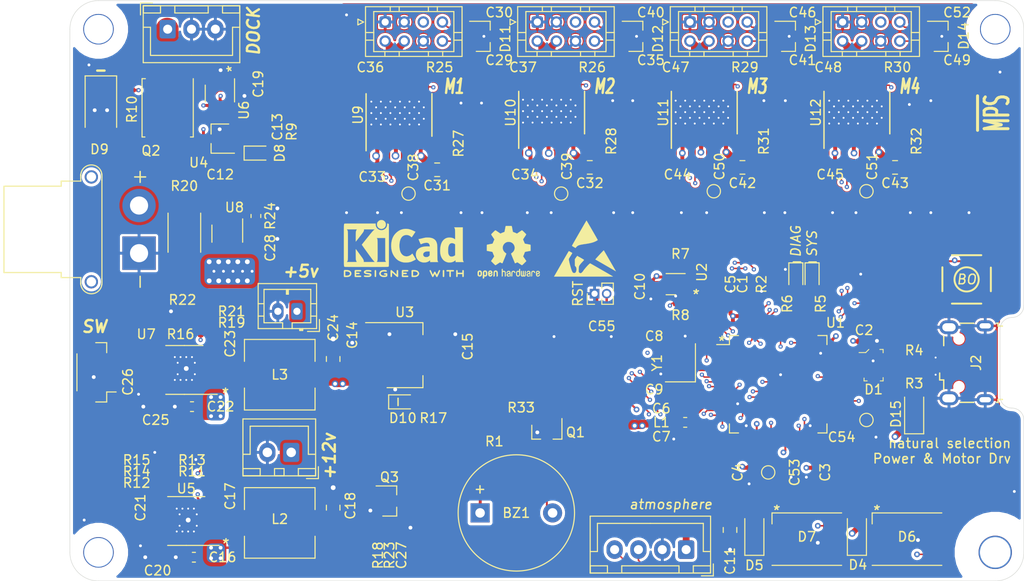
<source format=kicad_pcb>
(kicad_pcb (version 20171130) (host pcbnew 5.1.6+dfsg1-1)
  (layers (0 F.Cu signal) (1 In1.Cu signal) (2 In2.Cu signal) (31 B.Cu signal) (34 B.Paste user) (35 F.Paste user) (36 B.SilkS user) (37 F.SilkS user) (38 B.Mask user) (39 F.Mask user) (44 Edge.Cuts user))
  (net 0 "")
  (net 1 "Net-(BZ1-Pad2)")
  (net 2 /+3v3)
  (net 3 GND)
  (net 4 "Net-(C7-Pad2)")
  (net 5 "Net-(C8-Pad1)")
  (net 6 "Net-(C9-Pad1)")
  (net 7 /POWER/VDOCK)
  (net 8 "Net-(C13-Pad2)")
  (net 9 VIN)
  (net 10 "Net-(C17-Pad2)")
  (net 11 "Net-(C17-Pad1)")
  (net 12 /POWER/+12v)
  (net 13 "Net-(C20-Pad2)")
  (net 14 "Net-(C21-Pad2)")
  (net 15 "Net-(C23-Pad2)")
  (net 16 "Net-(C23-Pad1)")
  (net 17 "Net-(C25-Pad2)")
  (net 18 "Net-(C26-Pad2)")
  (net 19 /MCU/AN_VBAT)
  (net 20 /MCU/M1_QDA)
  (net 21 /MCU/M1_QDB)
  (net 22 "Net-(C33-Pad1)")
  (net 23 "Net-(C34-Pad1)")
  (net 24 /MCU/M2_QDA)
  (net 25 /MOTOR_DRV/M1_OUT1)
  (net 26 /MOTOR_DRV/M1_OUT2)
  (net 27 /MOTOR_DRV/M2_OUT1)
  (net 28 /MOTOR_DRV/M2_OUT2)
  (net 29 "Net-(C38-Pad1)")
  (net 30 "Net-(C39-Pad1)")
  (net 31 /MCU/M2_QDB)
  (net 32 /MCU/M3_QDA)
  (net 33 "Net-(C44-Pad1)")
  (net 34 "Net-(C45-Pad1)")
  (net 35 /MCU/M3_QDB)
  (net 36 /MOTOR_DRV/M3_OUT1)
  (net 37 /MOTOR_DRV/M3_OUT2)
  (net 38 /MOTOR_DRV/M4_OUT1)
  (net 39 /MOTOR_DRV/M4_OUT2)
  (net 40 /MCU/M4_QDA)
  (net 41 "Net-(C50-Pad1)")
  (net 42 "Net-(C51-Pad1)")
  (net 43 /MCU/M4_QDB)
  (net 44 "Net-(D1-Pad6)")
  (net 45 /MCU/VUSB)
  (net 46 "Net-(D1-Pad4)")
  (net 47 /MCU/USB_DP)
  (net 48 /MCU/USB_DM)
  (net 49 "Net-(D2-Pad2)")
  (net 50 "Net-(D3-Pad2)")
  (net 51 "Net-(D4-Pad1)")
  (net 52 "Net-(D5-Pad1)")
  (net 53 "Net-(D6-Pad3)")
  (net 54 /MCU/MOSI)
  (net 55 "Net-(D7-Pad3)")
  (net 56 /MCU/SIG_DOCK)
  (net 57 "Net-(D10-Pad2)")
  (net 58 /MCU/~RST)
  (net 59 "Net-(J2-Pad3)")
  (net 60 "Net-(J2-Pad2)")
  (net 61 /POWER/VBAT)
  (net 62 /POWER/SWITCH)
  (net 63 /MCU/BEEP_PWM)
  (net 64 "Net-(Q2-Pad4)")
  (net 65 "Net-(Q3-Pad3)")
  (net 66 "Net-(R5-Pad1)")
  (net 67 "Net-(R6-Pad1)")
  (net 68 /MCU/SCL)
  (net 69 /MCU/SDA)
  (net 70 "Net-(R10-Pad2)")
  (net 71 /MCU/~V12_SHUT)
  (net 72 "Net-(R12-Pad2)")
  (net 73 /MCU/AN_CURR)
  (net 74 "Net-(R25-Pad2)")
  (net 75 "Net-(R26-Pad2)")
  (net 76 "Net-(R27-Pad2)")
  (net 77 "Net-(R28-Pad2)")
  (net 78 "Net-(R29-Pad2)")
  (net 79 "Net-(R30-Pad2)")
  (net 80 "Net-(R31-Pad2)")
  (net 81 "Net-(TP3-Pad1)")
  (net 82 "Net-(TP4-Pad1)")
  (net 83 "Net-(TP5-Pad1)")
  (net 84 "Net-(TP6-Pad1)")
  (net 85 "Net-(R2-Pad1)")
  (net 86 /MCU/M4_DIR)
  (net 87 /MCU/M3_DIR)
  (net 88 /MCU/M2_DIR)
  (net 89 /MCU/M1_DIR)
  (net 90 /MCU/M4_EN)
  (net 91 /MCU/M3_EN)
  (net 92 /MCU/M2_EN)
  (net 93 /MCU/M1_EN)
  (net 94 /MCU/~M_SLEEP)
  (net 95 "Net-(R14-Pad1)")
  (net 96 "Net-(R19-Pad2)")
  (net 97 "Net-(R21-Pad1)")
  (net 98 "Net-(R32-Pad2)")
  (net 99 "Net-(C53-Pad1)")
  (net 100 "Net-(C54-Pad1)")
  (net 101 /MCU/+5v)
  (module Diode_SMD:D_SOD-123F (layer F.Cu) (at 88.5 43.25 90)
    (fp_text reference D15 (at -0.127 -1.905 90) (layer F.SilkS))
    (fp_text value D_Schottky)
    (pad 2 smd rect (at 1.4 0 90) (size 1.1 1.1) (layers F.Cu F.Paste F.Mask) (net 45 /MCU/VUSB))
    (pad 1 smd rect (at -1.4 0 90) (size 1.1 1.1) (layers F.Cu F.Paste F.Mask) (net 101 /MCU/+5v))
  )
  (module Connector_PinHeader_1.27mm:PinHeader_1x02_P1.27mm_Vertical (layer F.Cu) (at 55 30.75 90)
    (fp_text reference JP1 hide)
    (fp_text value Jumper_NO_Small)
    (fp_text user RST (at 0 -1.75 90) (layer F.SilkS))
    (pad 2 thru_hole oval (at 0 1.27 90) (size 1 1) (drill 0.65) (layers *.Cu *.Mask) (net 58 /MCU/~RST))
    (pad 1 thru_hole rect (at 0 0 90) (size 1 1) (drill 0.65) (layers *.Cu *.Mask) (net 3 GND))
  )
  (module sparkfun_switch:TACTILE_SWITCH_SMD_5.2MM (layer F.Cu) (at 94 29.25)
    (fp_text reference S2 hide)
    (fp_text value MOMENTARY-SWITCH-SPST-2-SMD-5.2MM hide)
    (fp_text user BO (at 0 0) (layer F.SilkS) (effects (font (thickness 0.15) italic)))
    (pad 4 smd rect (at 2.794 1.905 90) (size 0.762 1.524) (layers F.Cu F.Paste F.Mask) (net 85 "Net-(R2-Pad1)"))
    (pad 3 smd rect (at -2.794 1.905 90) (size 0.762 1.524) (layers F.Cu F.Paste F.Mask) (net 85 "Net-(R2-Pad1)"))
    (pad 2 smd rect (at 2.794 -1.905 90) (size 0.762 1.524) (layers F.Cu F.Paste F.Mask) (net 2 /+3v3))
    (pad 1 smd rect (at -2.794 -1.905 90) (size 0.762 1.524) (layers F.Cu F.Paste F.Mask) (net 2 /+3v3))
  )
  (module Capacitor_SMD:C_0402_1005Metric (layer F.Cu) (at 55.75 33 180)
    (fp_text reference C55 (at 0 -1.17) (layer F.SilkS))
    (fp_text value 0.1u)
    (pad 2 smd roundrect (at 0.485 0 180) (size 0.59 0.64) (layers F.Cu F.Paste F.Mask) (net 3 GND))
    (pad 1 smd roundrect (at -0.485 0 180) (size 0.59 0.64) (layers F.Cu F.Paste F.Mask) (net 58 /MCU/~RST))
  )
  (module Resistor_SMD:R_0402_1005Metric (layer F.Cu) (at 15.215 48.2 180)
    (fp_text reference R13 (at 2.415 0) (layer F.SilkS))
    (fp_text value 47k)
    (pad 2 smd roundrect (at 0.485 0 180) (size 0.59 0.64) (layers F.Cu F.Paste F.Mask) (net 71 /MCU/~V12_SHUT))
    (pad 1 smd roundrect (at -0.485 0 180) (size 0.59 0.64) (layers F.Cu F.Paste F.Mask) (net 3 GND))
  )
  (module Connector_AMASS:AMASS_XT30PW-F_1x02_P2.50mm_Horizontal (layer F.Cu) (at 7.25 26.5 90)
    (fp_text reference J4 hide)
    (fp_text value Conn_01x02_Male)
    (fp_text user - (at -3 0 90) (layer F.SilkS) (effects (font (size 1.5 1.5))))
    (fp_text user + (at 8 0 90) (layer F.SilkS) (effects (font (size 1.5 1.5))))
    (pad 2 thru_hole circle (at 5 0 90) (size 3.5 3.5) (drill 1.9) (layers *.Cu *.Mask) (net 61 /POWER/VBAT))
    (pad 1 thru_hole rect (at 0 0 90) (size 3.5 3.5) (drill 1.9) (layers *.Cu *.Mask) (net 3 GND))
    (pad "" thru_hole circle (at 8 -5 90) (size 1.4 1.4) (drill 1) (layers *.Cu *.Mask))
    (pad "" thru_hole circle (at -3 -5 180) (size 1.4 1.4) (drill 1) (layers *.Cu *.Mask))
  )
  (module digikey-footprints:SOT23-6L (layer F.Cu) (at 84.25 38.25 270)
    (fp_text reference D1 (at 2.55 0 180) (layer F.SilkS))
    (fp_text value SRV05-4-P-T7)
    (pad 6 smd rect (at -0.95 -1.15 270) (size 0.6 1.2) (layers F.Cu F.Paste F.Mask) (net 44 "Net-(D1-Pad6)"))
    (pad 5 smd rect (at 0 -1.15 270) (size 0.6 1.2) (layers F.Cu F.Paste F.Mask) (net 45 /MCU/VUSB))
    (pad 4 smd rect (at 0.95 -1.15 270) (size 0.6 1.2) (layers F.Cu F.Paste F.Mask) (net 46 "Net-(D1-Pad4)"))
    (pad 3 smd rect (at 0.95 1.15 270) (size 0.6 1.2) (layers F.Cu F.Paste F.Mask) (net 48 /MCU/USB_DM))
    (pad 2 smd rect (at 0 1.15 270) (size 0.6 1.2) (layers F.Cu F.Paste F.Mask) (net 3 GND))
    (pad 1 smd rect (at -0.95 1.15 270) (size 0.6 1.2) (layers F.Cu F.Paste F.Mask) (net 47 /MCU/USB_DP))
  )
  (module Symbol:ESD-Logo_6.6x6mm_SilkScreen (layer F.Cu) (at 54 26)
    (fp_text reference LOGO3 hide)
    (fp_text value FIO_LOGOV2 hide)
  )
  (module Symbol:KiCad-Logo2_5mm_SilkScreen (layer F.Cu) (at 35 26)
    (fp_text reference LOGO2 hide)
    (fp_text value FIO_LOGOV2 hide)
  )
  (module Symbol:OSHW-Logo2_7.3x6mm_SilkScreen (layer F.Cu) (at 46 26.4)
    (fp_text reference LOGO1 hide)
    (fp_text value OSHW-LOGOL hide)
  )
  (module Capacitor_SMD:C_0402_1005Metric (layer F.Cu) (at 83.25 45.8)
    (fp_text reference C54 (at -2.35 0) (layer F.SilkS))
    (fp_text value 0.1u)
    (pad 2 smd roundrect (at 0.485 0) (size 0.59 0.64) (layers F.Cu F.Paste F.Mask) (net 3 GND))
    (pad 1 smd roundrect (at -0.485 0) (size 0.59 0.64) (layers F.Cu F.Paste F.Mask) (net 100 "Net-(C54-Pad1)"))
  )
  (module Capacitor_SMD:C_0402_1005Metric (layer F.Cu) (at 74.8 49.5 270)
    (fp_text reference C53 (at 0 -1.17 90) (layer F.SilkS))
    (fp_text value 0.1u)
    (pad 2 smd roundrect (at 0.485 0 270) (size 0.59 0.64) (layers F.Cu F.Paste F.Mask) (net 3 GND))
    (pad 1 smd roundrect (at -0.485 0 270) (size 0.59 0.64) (layers F.Cu F.Paste F.Mask) (net 99 "Net-(C53-Pad1)"))
  )
  (module Resistor_SMD:R_0402_1005Metric (layer F.Cu) (at 50 42.7)
    (fp_text reference R33 (at -2.7 0) (layer F.SilkS))
    (fp_text value 10k)
    (pad 2 smd roundrect (at 0.485 0) (size 0.59 0.64) (layers F.Cu F.Paste F.Mask) (net 63 /MCU/BEEP_PWM))
    (pad 1 smd roundrect (at -0.485 0) (size 0.59 0.64) (layers F.Cu F.Paste F.Mask) (net 3 GND))
  )
  (module Package_SO:ETSSOP-20-1EP_4.4x6.5mm_P0.65mm_EP3x4.2mm (layer F.Cu) (at 50.5 11.75 90)
    (fp_text reference U10 (at 0 -4.3 90) (layer F.SilkS))
    (fp_text value MP6612D)
    (pad 21 smd rect (at 0 0 90) (size 3 4.2) (layers F.Cu F.Paste F.Mask) (net 3 GND))
    (pad 20 smd rect (at 2.95 -2.925 90) (size 1.45 0.45) (layers F.Cu F.Paste F.Mask))
    (pad 19 smd rect (at 2.95 -2.275 90) (size 1.45 0.45) (layers F.Cu F.Paste F.Mask) (net 3 GND))
    (pad 18 smd rect (at 2.95 -1.625 90) (size 1.45 0.45) (layers F.Cu F.Paste F.Mask) (net 27 /MOTOR_DRV/M2_OUT1))
    (pad 17 smd rect (at 2.95 -0.975 90) (size 1.45 0.45) (layers F.Cu F.Paste F.Mask) (net 27 /MOTOR_DRV/M2_OUT1))
    (pad 16 smd rect (at 2.95 -0.325 90) (size 1.45 0.45) (layers F.Cu F.Paste F.Mask) (net 3 GND))
    (pad 15 smd rect (at 2.95 0.325 90) (size 1.45 0.45) (layers F.Cu F.Paste F.Mask) (net 28 /MOTOR_DRV/M2_OUT2))
    (pad 14 smd rect (at 2.95 0.975 90) (size 1.45 0.45) (layers F.Cu F.Paste F.Mask) (net 28 /MOTOR_DRV/M2_OUT2))
    (pad 13 smd rect (at 2.95 1.625 90) (size 1.45 0.45) (layers F.Cu F.Paste F.Mask) (net 75 "Net-(R26-Pad2)"))
    (pad 12 smd rect (at 2.95 2.275 90) (size 1.45 0.45) (layers F.Cu F.Paste F.Mask) (net 3 GND))
    (pad 11 smd rect (at 2.95 2.925 90) (size 1.45 0.45) (layers F.Cu F.Paste F.Mask) (net 94 /MCU/~M_SLEEP))
    (pad 10 smd rect (at -2.95 2.925 90) (size 1.45 0.45) (layers F.Cu F.Paste F.Mask) (net 77 "Net-(R28-Pad2)"))
    (pad 9 smd rect (at -2.95 2.275 90) (size 1.45 0.45) (layers F.Cu F.Paste F.Mask) (net 9 VIN))
    (pad 8 smd rect (at -2.95 1.625 90) (size 1.45 0.45) (layers F.Cu F.Paste F.Mask) (net 3 GND))
    (pad 7 smd rect (at -2.95 0.975 90) (size 1.45 0.45) (layers F.Cu F.Paste F.Mask) (net 82 "Net-(TP4-Pad1)"))
    (pad 6 smd rect (at -2.95 0.325 90) (size 1.45 0.45) (layers F.Cu F.Paste F.Mask) (net 30 "Net-(C39-Pad1)"))
    (pad 5 smd rect (at -2.95 -0.325 90) (size 1.45 0.45) (layers F.Cu F.Paste F.Mask) (net 9 VIN))
    (pad 4 smd rect (at -2.95 -0.975 90) (size 1.45 0.45) (layers F.Cu F.Paste F.Mask) (net 88 /MCU/M2_DIR))
    (pad 3 smd rect (at -2.95 -1.625 90) (size 1.45 0.45) (layers F.Cu F.Paste F.Mask) (net 92 /MCU/M2_EN))
    (pad 2 smd rect (at -2.95 -2.275 90) (size 1.45 0.45) (layers F.Cu F.Paste F.Mask) (net 9 VIN))
    (pad 1 smd rect (at -2.95 -2.925 90) (size 1.45 0.45) (layers F.Cu F.Paste F.Mask) (net 23 "Net-(C34-Pad1)"))
  )
  (module Connector_JST:JST_PHD_B8B-PHDSS_2x04_P2.00mm_Vertical (layer F.Cu) (at 33.05 2.25)
    (fp_text reference J9 hide)
    (fp_text value Conn_02x04_Counter_Clockwise)
    (fp_text user M1 (at 7.2 6.75) (layer F.SilkS) (effects (font (size 1.5 1) (thickness 0.25) italic)))
    (pad 8 thru_hole circle (at 6 2) (size 1.2 1.2) (drill 0.75) (layers *.Cu *.Mask) (net 20 /MCU/M1_QDA))
    (pad 6 thru_hole circle (at 4 2) (size 1.2 1.2) (drill 0.75) (layers *.Cu *.Mask) (net 3 GND))
    (pad 4 thru_hole circle (at 2 2) (size 1.2 1.2) (drill 0.75) (layers *.Cu *.Mask) (net 26 /MOTOR_DRV/M1_OUT2))
    (pad 2 thru_hole circle (at 0 2) (size 1.2 1.2) (drill 0.75) (layers *.Cu *.Mask) (net 25 /MOTOR_DRV/M1_OUT1))
    (pad 7 thru_hole circle (at 6 0) (size 1.2 1.2) (drill 0.75) (layers *.Cu *.Mask) (net 21 /MCU/M1_QDB))
    (pad 5 thru_hole circle (at 4 0) (size 1.2 1.2) (drill 0.75) (layers *.Cu *.Mask) (net 2 /+3v3))
    (pad 3 thru_hole circle (at 2 0) (size 1.2 1.2) (drill 0.75) (layers *.Cu *.Mask) (net 3 GND))
    (pad 1 thru_hole roundrect (at 0 0) (size 1.2 1.2) (drill 0.75) (layers *.Cu *.Mask) (roundrect_rratio 0.208333) (net 3 GND))
  )
  (module Resistor_SMD:R_0603_1608Metric (layer F.Cu) (at 19.5 22.6 90)
    (fp_text reference R24 (at 0 1.5 90) (layer F.SilkS))
    (fp_text value "10k 0.5%")
    (pad 2 smd roundrect (at 0.7875 0 90) (size 0.875 0.95) (layers F.Cu F.Paste F.Mask) (net 3 GND))
    (pad 1 smd roundrect (at -0.7875 0 90) (size 0.875 0.95) (layers F.Cu F.Paste F.Mask) (net 73 /MCU/AN_CURR))
  )
  (module Connector_USB:USB_Micro-B_Wuerth_629105150521 (layer F.Cu) (at 94 38 90)
    (fp_text reference J2 (at 0 1 90) (layer F.SilkS))
    (fp_text value USB_B_Micro)
    (pad "" np_thru_hole oval (at 2.5 -0.8 90) (size 0.8 0.8) (drill 0.8) (layers *.Cu *.Mask))
    (pad "" np_thru_hole oval (at -2.5 -0.8 90) (size 0.8 0.8) (drill 0.8) (layers *.Cu *.Mask))
    (pad 6 thru_hole oval (at 3.875 1.95 90) (size 1.15 1.8) (drill oval 0.55 1.2) (layers *.Cu *.Mask) (net 3 GND))
    (pad 6 thru_hole oval (at -3.875 1.95 90) (size 1.15 1.8) (drill oval 0.55 1.2) (layers *.Cu *.Mask) (net 3 GND))
    (pad 6 thru_hole oval (at 3.725 -1.85 90) (size 1.45 2) (drill oval 0.85 1.4) (layers *.Cu *.Mask) (net 3 GND))
    (pad 6 thru_hole oval (at -3.725 -1.85 90) (size 1.45 2) (drill oval 0.85 1.4) (layers *.Cu *.Mask) (net 3 GND))
    (pad 5 smd rect (at 1.3 -1.9 90) (size 0.45 1.3) (layers F.Cu F.Paste F.Mask) (net 3 GND))
    (pad 4 smd rect (at 0.65 -1.9 90) (size 0.45 1.3) (layers F.Cu F.Paste F.Mask))
    (pad 3 smd rect (at 0 -1.9 90) (size 0.45 1.3) (layers F.Cu F.Paste F.Mask) (net 59 "Net-(J2-Pad3)"))
    (pad 2 smd rect (at -0.65 -1.9 90) (size 0.45 1.3) (layers F.Cu F.Paste F.Mask) (net 60 "Net-(J2-Pad2)"))
    (pad 1 smd rect (at -1.3 -1.9 90) (size 0.45 1.3) (layers F.Cu F.Paste F.Mask) (net 45 /MCU/VUSB))
  )
  (module Resistor_SMD:R_0402_1005Metric (layer F.Cu) (at 46.5 46.25)
    (fp_text reference R1 (at -2 0) (layer F.SilkS))
    (fp_text value 2k7)
    (pad 2 smd roundrect (at 0.485 0) (size 0.59 0.64) (layers F.Cu F.Paste F.Mask) (net 1 "Net-(BZ1-Pad2)"))
    (pad 1 smd roundrect (at -0.485 0) (size 0.59 0.64) (layers F.Cu F.Paste F.Mask) (net 2 /+3v3))
  )
  (module Connector_JST:JST_PHD_B8B-PHDSS_2x04_P2.00mm_Vertical (layer F.Cu) (at 81 2.25)
    (fp_text reference J12 hide)
    (fp_text value Conn_02x04_Counter_Clockwise)
    (fp_text user M4 (at 7 6.75) (layer F.SilkS) (effects (font (size 1.5 1) (thickness 0.25) italic)))
    (pad 8 thru_hole circle (at 6 2) (size 1.2 1.2) (drill 0.75) (layers *.Cu *.Mask) (net 40 /MCU/M4_QDA))
    (pad 6 thru_hole circle (at 4 2) (size 1.2 1.2) (drill 0.75) (layers *.Cu *.Mask) (net 3 GND))
    (pad 4 thru_hole circle (at 2 2) (size 1.2 1.2) (drill 0.75) (layers *.Cu *.Mask) (net 39 /MOTOR_DRV/M4_OUT2))
    (pad 2 thru_hole circle (at 0 2) (size 1.2 1.2) (drill 0.75) (layers *.Cu *.Mask) (net 38 /MOTOR_DRV/M4_OUT1))
    (pad 7 thru_hole circle (at 6 0) (size 1.2 1.2) (drill 0.75) (layers *.Cu *.Mask) (net 43 /MCU/M4_QDB))
    (pad 5 thru_hole circle (at 4 0) (size 1.2 1.2) (drill 0.75) (layers *.Cu *.Mask) (net 2 /+3v3))
    (pad 3 thru_hole circle (at 2 0) (size 1.2 1.2) (drill 0.75) (layers *.Cu *.Mask) (net 3 GND))
    (pad 1 thru_hole roundrect (at 0 0) (size 1.2 1.2) (drill 0.75) (layers *.Cu *.Mask) (roundrect_rratio 0.208333) (net 3 GND))
  )
  (module Connector_JST:JST_PHD_B8B-PHDSS_2x04_P2.00mm_Vertical (layer F.Cu) (at 65 2.25)
    (fp_text reference J11 hide)
    (fp_text value Conn_02x04_Counter_Clockwise)
    (fp_text user M3 (at 7 6.75) (layer F.SilkS) (effects (font (size 1.5 1) (thickness 0.25) italic)))
    (pad 8 thru_hole circle (at 6 2) (size 1.2 1.2) (drill 0.75) (layers *.Cu *.Mask) (net 32 /MCU/M3_QDA))
    (pad 6 thru_hole circle (at 4 2) (size 1.2 1.2) (drill 0.75) (layers *.Cu *.Mask) (net 3 GND))
    (pad 4 thru_hole circle (at 2 2) (size 1.2 1.2) (drill 0.75) (layers *.Cu *.Mask) (net 37 /MOTOR_DRV/M3_OUT2))
    (pad 2 thru_hole circle (at 0 2) (size 1.2 1.2) (drill 0.75) (layers *.Cu *.Mask) (net 36 /MOTOR_DRV/M3_OUT1))
    (pad 7 thru_hole circle (at 6 0) (size 1.2 1.2) (drill 0.75) (layers *.Cu *.Mask) (net 35 /MCU/M3_QDB))
    (pad 5 thru_hole circle (at 4 0) (size 1.2 1.2) (drill 0.75) (layers *.Cu *.Mask) (net 2 /+3v3))
    (pad 3 thru_hole circle (at 2 0) (size 1.2 1.2) (drill 0.75) (layers *.Cu *.Mask) (net 3 GND))
    (pad 1 thru_hole roundrect (at 0 0) (size 1.2 1.2) (drill 0.75) (layers *.Cu *.Mask) (roundrect_rratio 0.208333) (net 3 GND))
  )
  (module Connector_JST:JST_PHD_B8B-PHDSS_2x04_P2.00mm_Vertical (layer F.Cu) (at 49 2.25)
    (fp_text reference J10 hide)
    (fp_text value Conn_02x04_Counter_Clockwise)
    (fp_text user M2 (at 7 6.75 180) (layer F.SilkS) (effects (font (size 1.5 1) (thickness 0.25) italic)))
    (pad 8 thru_hole circle (at 6 2) (size 1.2 1.2) (drill 0.75) (layers *.Cu *.Mask) (net 24 /MCU/M2_QDA))
    (pad 6 thru_hole circle (at 4 2) (size 1.2 1.2) (drill 0.75) (layers *.Cu *.Mask) (net 3 GND))
    (pad 4 thru_hole circle (at 2 2) (size 1.2 1.2) (drill 0.75) (layers *.Cu *.Mask) (net 28 /MOTOR_DRV/M2_OUT2))
    (pad 2 thru_hole circle (at 0 2) (size 1.2 1.2) (drill 0.75) (layers *.Cu *.Mask) (net 27 /MOTOR_DRV/M2_OUT1))
    (pad 7 thru_hole circle (at 6 0) (size 1.2 1.2) (drill 0.75) (layers *.Cu *.Mask) (net 31 /MCU/M2_QDB))
    (pad 5 thru_hole circle (at 4 0) (size 1.2 1.2) (drill 0.75) (layers *.Cu *.Mask) (net 2 /+3v3))
    (pad 3 thru_hole circle (at 2 0) (size 1.2 1.2) (drill 0.75) (layers *.Cu *.Mask) (net 3 GND))
    (pad 1 thru_hole roundrect (at 0 0) (size 1.2 1.2) (drill 0.75) (layers *.Cu *.Mask) (roundrect_rratio 0.208333) (net 3 GND))
  )
  (module Capacitor_SMD:C_0402_1005Metric (layer F.Cu) (at 50 7 180)
    (fp_text reference C37 (at 2.5 0) (layer F.SilkS))
    (fp_text value 10n)
    (pad 2 smd roundrect (at 0.485 0 180) (size 0.59 0.64) (layers F.Cu F.Paste F.Mask) (net 27 /MOTOR_DRV/M2_OUT1))
    (pad 1 smd roundrect (at -0.485 0 180) (size 0.59 0.64) (layers F.Cu F.Paste F.Mask) (net 28 /MOTOR_DRV/M2_OUT2))
  )
  (module Capacitor_SMD:C_0402_1005Metric (layer F.Cu) (at 19 14 90)
    (fp_text reference C13 (at 0.75 2.75 90) (layer F.SilkS))
    (fp_text value 10u)
    (pad 2 smd roundrect (at 0.485 0 90) (size 0.59 0.64) (layers F.Cu F.Paste F.Mask) (net 8 "Net-(C13-Pad2)"))
    (pad 1 smd roundrect (at -0.485 0 90) (size 0.59 0.64) (layers F.Cu F.Paste F.Mask) (net 3 GND))
  )
  (module Package_TO_SOT_SMD:SOT-23 (layer F.Cu) (at 91.3 3.75)
    (fp_text reference D14 (at 2.4 -0.05 90) (layer F.SilkS))
    (fp_text value PESD2CAN_215)
    (pad 3 smd rect (at 1 0) (size 0.9 0.8) (layers F.Cu F.Paste F.Mask) (net 3 GND))
    (pad 2 smd rect (at -1 0.95) (size 0.9 0.8) (layers F.Cu F.Paste F.Mask) (net 40 /MCU/M4_QDA))
    (pad 1 smd rect (at -1 -0.95) (size 0.9 0.8) (layers F.Cu F.Paste F.Mask) (net 43 /MCU/M4_QDB))
  )
  (module Package_TO_SOT_SMD:SOT-23 (layer F.Cu) (at 75.3 3.75)
    (fp_text reference D13 (at 2.35 0.25 90) (layer F.SilkS))
    (fp_text value PESD2CAN_215)
    (pad 3 smd rect (at 1 0) (size 0.9 0.8) (layers F.Cu F.Paste F.Mask) (net 3 GND))
    (pad 2 smd rect (at -1 0.95) (size 0.9 0.8) (layers F.Cu F.Paste F.Mask) (net 32 /MCU/M3_QDA))
    (pad 1 smd rect (at -1 -0.95) (size 0.9 0.8) (layers F.Cu F.Paste F.Mask) (net 35 /MCU/M3_QDB))
  )
  (module Package_TO_SOT_SMD:SOT-23 (layer F.Cu) (at 59.3 3.75)
    (fp_text reference D12 (at 2.35 0.25 90) (layer F.SilkS))
    (fp_text value PESD2CAN_215)
    (pad 3 smd rect (at 1 0) (size 0.9 0.8) (layers F.Cu F.Paste F.Mask) (net 3 GND))
    (pad 2 smd rect (at -1 0.95) (size 0.9 0.8) (layers F.Cu F.Paste F.Mask) (net 24 /MCU/M2_QDA))
    (pad 1 smd rect (at -1 -0.95) (size 0.9 0.8) (layers F.Cu F.Paste F.Mask) (net 31 /MCU/M2_QDB))
  )
  (module Package_TO_SOT_SMD:SOT-23 (layer F.Cu) (at 43.3 3.75)
    (fp_text reference D11 (at 2.35 0.25 270) (layer F.SilkS))
    (fp_text value PESD2CAN_215)
    (pad 3 smd rect (at 1 0) (size 0.9 0.8) (layers F.Cu F.Paste F.Mask) (net 3 GND))
    (pad 2 smd rect (at -1 0.95) (size 0.9 0.8) (layers F.Cu F.Paste F.Mask) (net 20 /MCU/M1_QDA))
    (pad 1 smd rect (at -1 -0.95) (size 0.9 0.8) (layers F.Cu F.Paste F.Mask) (net 21 /MCU/M1_QDB))
  )
  (module Package_DFN_QFN:DFN-8-1EP_2x2mm_P0.5mm_EP0.9x1.5mm (layer F.Cu) (at 63.5 29.75 180)
    (fp_text reference U2 (at -2.75 1.25 90) (layer F.SilkS))
    (fp_text value SHT3x-DIS)
    (fp_text user * (at -2.05 -1.1) (layer F.SilkS) (effects (font (thickness 0.15) italic)))
    (pad 9 smd rect (at 0 0 180) (size 0.9 1.5) (layers F.Cu F.Mask) (net 3 GND))
    (pad 8 smd roundrect (at 1 -0.75 180) (size 0.7 0.25) (layers F.Cu F.Paste F.Mask) (net 3 GND))
    (pad 7 smd roundrect (at 1 -0.25 180) (size 0.7 0.25) (layers F.Cu F.Paste F.Mask) (net 3 GND))
    (pad 6 smd roundrect (at 1 0.25 180) (size 0.7 0.25) (layers F.Cu F.Paste F.Mask) (net 2 /+3v3))
    (pad 5 smd roundrect (at 1 0.75 180) (size 0.7 0.25) (layers F.Cu F.Paste F.Mask) (net 2 /+3v3))
    (pad 4 smd roundrect (at -1 0.75 180) (size 0.7 0.25) (layers F.Cu F.Paste F.Mask) (net 68 /MCU/SCL))
    (pad 3 smd roundrect (at -1 0.25 180) (size 0.7 0.25) (layers F.Cu F.Paste F.Mask))
    (pad 2 smd roundrect (at -1 -0.25 180) (size 0.7 0.25) (layers F.Cu F.Paste F.Mask) (net 3 GND))
    (pad 1 smd roundrect (at -1 -0.75 180) (size 0.7 0.25) (layers F.Cu F.Paste F.Mask) (net 69 /MCU/SDA))
  )
  (module Connector_JST:JST_SH_BM04B-SRSS-TB_1x04-1MP_P1.00mm_Vertical (layer F.Cu) (at 2.75 39 90)
    (fp_text reference J8 hide)
    (fp_text value Conn_01x04_MountingPin)
    (fp_text user SW (at 4.8 -0.15) (layer F.SilkS) (effects (font (size 1.25 1.25) (thickness 0.25) italic)))
    (pad MP smd roundrect (at 2.8 -1.2 90) (size 1.2 1.8) (layers F.Cu F.Paste F.Mask) (roundrect_rratio 0.208333) (net 3 GND))
    (pad MP smd roundrect (at -2.8 -1.2 90) (size 1.2 1.8) (layers F.Cu F.Paste F.Mask) (roundrect_rratio 0.208333) (net 3 GND))
    (pad 4 smd roundrect (at 1.5 1.325 90) (size 0.6 1.55) (layers F.Cu F.Paste F.Mask) (net 101 /MCU/+5v))
    (pad 3 smd roundrect (at 0.5 1.325 90) (size 0.6 1.55) (layers F.Cu F.Paste F.Mask) (net 3 GND))
    (pad 2 smd roundrect (at -0.5 1.325 90) (size 0.6 1.55) (layers F.Cu F.Paste F.Mask) (net 3 GND))
    (pad 1 smd roundrect (at -1.5 1.325 90) (size 0.6 1.55) (layers F.Cu F.Paste F.Mask) (net 62 /POWER/SWITCH))
  )
  (module Connector_JST:JST_PH_B2B-PH-K_1x02_P2.00mm_Vertical (layer F.Cu) (at 23.8 32.6 180)
    (fp_text reference J7 hide)
    (fp_text value Conn_01x02_Male)
    (fp_text user +5v (at -0.4 4.2 180) (layer F.SilkS) (effects (font (size 1.25 1.25) (thickness 0.25) italic)))
    (pad 2 thru_hole oval (at 2 0 180) (size 1.2 1.75) (drill 0.75) (layers *.Cu *.Mask) (net 3 GND))
    (pad 1 thru_hole roundrect (at 0 0 180) (size 1.2 1.75) (drill 0.75) (layers *.Cu *.Mask) (roundrect_rratio 0.208333) (net 101 /MCU/+5v))
  )
  (module Connector_JST:JST_XH_B2B-XH-A_1x02_P2.50mm_Vertical (layer F.Cu) (at 23.2 47.4 180)
    (fp_text reference J6 hide)
    (fp_text value Conn_01x02_Male)
    (fp_text user +12v (at -4 -0.4 90) (layer F.SilkS) (effects (font (size 1.25 1.25) (thickness 0.25) italic)))
    (pad 2 thru_hole oval (at 2.5 0 180) (size 1.7 2) (drill 1) (layers *.Cu *.Mask) (net 3 GND))
    (pad 1 thru_hole roundrect (at 0 0 180) (size 1.7 2) (drill 1) (layers *.Cu *.Mask) (roundrect_rratio 0.147059) (net 12 /POWER/+12v))
  )
  (module TestPoint:TestPoint_Pad_D1.0mm (layer F.Cu) (at 83.5 20 180)
    (fp_text reference TP6 hide)
    (fp_text value TestPoint)
    (pad 1 smd circle (at 0 0 180) (size 1 1) (layers F.Cu F.Mask) (net 84 "Net-(TP6-Pad1)"))
  )
  (module TestPoint:TestPoint_Pad_D1.0mm (layer F.Cu) (at 67.5 20 180)
    (fp_text reference TP5 hide)
    (fp_text value TestPoint)
    (pad 1 smd circle (at 0 0 180) (size 1 1) (layers F.Cu F.Mask) (net 83 "Net-(TP5-Pad1)"))
  )
  (module TestPoint:TestPoint_Pad_D1.0mm (layer F.Cu) (at 35.5 20.25)
    (fp_text reference TP3 hide)
    (fp_text value TestPoint)
    (pad 1 smd circle (at 0 0) (size 1 1) (layers F.Cu F.Mask) (net 81 "Net-(TP3-Pad1)"))
  )
  (module TestPoint:TestPoint_Pad_D1.0mm (layer F.Cu) (at 83.5 44 270)
    (fp_text reference TP2 hide)
    (fp_text value TestPoint)
    (pad 1 smd circle (at 0 0 270) (size 1 1) (layers F.Cu F.Mask) (net 100 "Net-(C54-Pad1)"))
  )
  (module TestPoint:TestPoint_Pad_D1.0mm (layer F.Cu) (at 73.2 49.5 180)
    (fp_text reference TP1 hide)
    (fp_text value TestPoint)
    (pad 1 smd circle (at 0 0 180) (size 1 1) (layers F.Cu F.Mask) (net 99 "Net-(C53-Pad1)"))
  )
  (module TestPoint:TestPoint_Pad_D1.0mm (layer F.Cu) (at 51.5 20.25 180)
    (fp_text reference TP4 hide)
    (fp_text value TestPoint)
    (pad 1 smd circle (at 0 0 180) (size 1 1) (layers F.Cu F.Mask) (net 82 "Net-(TP4-Pad1)"))
  )
  (module Resistor_SMD:R_0402_1005Metric (layer F.Cu) (at 87.5 14.75 90)
    (fp_text reference R32 (at 0 1.25 90) (layer F.SilkS))
    (fp_text value 4k7)
    (pad 2 smd roundrect (at 0.485 0 90) (size 0.59 0.64) (layers F.Cu F.Paste F.Mask) (net 98 "Net-(R32-Pad2)"))
    (pad 1 smd roundrect (at -0.485 0 90) (size 0.59 0.64) (layers F.Cu F.Paste F.Mask) (net 3 GND))
  )
  (module Resistor_SMD:R_0402_1005Metric (layer F.Cu) (at 71.5 14.75 90)
    (fp_text reference R31 (at 0 1.25 90) (layer F.SilkS))
    (fp_text value 4k7)
    (pad 2 smd roundrect (at 0.485 0 90) (size 0.59 0.64) (layers F.Cu F.Paste F.Mask) (net 80 "Net-(R31-Pad2)"))
    (pad 1 smd roundrect (at -0.485 0 90) (size 0.59 0.64) (layers F.Cu F.Paste F.Mask) (net 3 GND))
  )
  (module Resistor_SMD:R_0402_1005Metric (layer F.Cu) (at 55.5 14.75 90)
    (fp_text reference R28 (at 0 1.25 90) (layer F.SilkS))
    (fp_text value 4k7)
    (pad 2 smd roundrect (at 0.485 0 90) (size 0.59 0.64) (layers F.Cu F.Paste F.Mask) (net 77 "Net-(R28-Pad2)"))
    (pad 1 smd roundrect (at -0.485 0 90) (size 0.59 0.64) (layers F.Cu F.Paste F.Mask) (net 3 GND))
  )
  (module Resistor_SMD:R_0402_1005Metric (layer F.Cu) (at 39.5 15 90)
    (fp_text reference R27 (at 0 1.25 90) (layer F.SilkS))
    (fp_text value 4k7)
    (pad 2 smd roundrect (at 0.485 0 90) (size 0.59 0.64) (layers F.Cu F.Paste F.Mask) (net 76 "Net-(R27-Pad2)"))
    (pad 1 smd roundrect (at -0.485 0 90) (size 0.59 0.64) (layers F.Cu F.Paste F.Mask) (net 3 GND))
  )
  (module Resistor_SMD:R_0402_1005Metric (layer F.Cu) (at 33.5 55.75 90)
    (fp_text reference R23 (at -2.45 0 90) (layer F.SilkS))
    (fp_text value 10k)
    (pad 2 smd roundrect (at 0.485 0 90) (size 0.59 0.64) (layers F.Cu F.Paste F.Mask) (net 65 "Net-(Q3-Pad3)"))
    (pad 1 smd roundrect (at -0.485 0 90) (size 0.59 0.64) (layers F.Cu F.Paste F.Mask) (net 19 /MCU/AN_VBAT))
  )
  (module Resistor_SMD:R_0402_1005Metric (layer F.Cu) (at 12 32.6)
    (fp_text reference R22 (at -0.2 -1.2) (layer F.SilkS))
    (fp_text value 470R)
    (pad 2 smd roundrect (at 0.485 0) (size 0.59 0.64) (layers F.Cu F.Paste F.Mask) (net 97 "Net-(R21-Pad1)"))
    (pad 1 smd roundrect (at -0.485 0) (size 0.59 0.64) (layers F.Cu F.Paste F.Mask) (net 3 GND))
  )
  (module Resistor_SMD:R_0402_1005Metric (layer F.Cu) (at 14.2 32.6)
    (fp_text reference R21 (at 2.75 0) (layer F.SilkS))
    (fp_text value 8k2)
    (pad 2 smd roundrect (at 0.485 0) (size 0.59 0.64) (layers F.Cu F.Paste F.Mask) (net 96 "Net-(R19-Pad2)"))
    (pad 1 smd roundrect (at -0.485 0) (size 0.59 0.64) (layers F.Cu F.Paste F.Mask) (net 97 "Net-(R21-Pad1)"))
  )
  (module Resistor_SMD:R_0402_1005Metric (layer F.Cu) (at 14.2 33.8 180)
    (fp_text reference R19 (at -2.75 0) (layer F.SilkS))
    (fp_text value 47k)
    (pad 2 smd roundrect (at 0.485 0 180) (size 0.59 0.64) (layers F.Cu F.Paste F.Mask) (net 96 "Net-(R19-Pad2)"))
    (pad 1 smd roundrect (at -0.485 0 180) (size 0.59 0.64) (layers F.Cu F.Paste F.Mask) (net 101 /MCU/+5v))
  )
  (module Resistor_SMD:R_0402_1005Metric (layer F.Cu) (at 32.25 55.75 270)
    (fp_text reference R18 (at 2.45 -0.05 90) (layer F.SilkS))
    (fp_text value 47k)
    (pad 2 smd roundrect (at 0.485 0 270) (size 0.59 0.64) (layers F.Cu F.Paste F.Mask) (net 19 /MCU/AN_VBAT))
    (pad 1 smd roundrect (at -0.485 0 270) (size 0.59 0.64) (layers F.Cu F.Paste F.Mask) (net 9 VIN))
  )
  (module Resistor_SMD:R_0402_1005Metric (layer F.Cu) (at 37.9 42.1)
    (fp_text reference R17 (at 0.2 1.7 180) (layer F.SilkS))
    (fp_text value 10k)
    (pad 2 smd roundrect (at 0.485 0) (size 0.59 0.64) (layers F.Cu F.Paste F.Mask) (net 2 /+3v3))
    (pad 1 smd roundrect (at -0.485 0) (size 0.59 0.64) (layers F.Cu F.Paste F.Mask) (net 57 "Net-(D10-Pad2)"))
  )
  (module Resistor_SMD:R_0402_1005Metric (layer F.Cu) (at 14.2 35 180)
    (fp_text reference R16 (at 2.6 0) (layer F.SilkS))
    (fp_text value 1M)
    (pad 2 smd roundrect (at 0.485 0 180) (size 0.59 0.64) (layers F.Cu F.Paste F.Mask) (net 9 VIN))
    (pad 1 smd roundrect (at -0.485 0 180) (size 0.59 0.64) (layers F.Cu F.Paste F.Mask) (net 62 /POWER/SWITCH))
  )
  (module Resistor_SMD:R_0402_1005Metric (layer F.Cu) (at 9.4 48.2)
    (fp_text reference R15 (at -2.4 0) (layer F.SilkS))
    (fp_text value 470R)
    (pad 2 smd roundrect (at 0.485 0) (size 0.59 0.64) (layers F.Cu F.Paste F.Mask) (net 95 "Net-(R14-Pad1)"))
    (pad 1 smd roundrect (at -0.485 0) (size 0.59 0.64) (layers F.Cu F.Paste F.Mask) (net 3 GND))
  )
  (module Resistor_SMD:R_0402_1005Metric (layer F.Cu) (at 9.4 49.4 180)
    (fp_text reference R14 (at 2.4 0) (layer F.SilkS))
    (fp_text value 2k7)
    (pad 2 smd roundrect (at 0.485 0 180) (size 0.59 0.64) (layers F.Cu F.Paste F.Mask) (net 72 "Net-(R12-Pad2)"))
    (pad 1 smd roundrect (at -0.485 0 180) (size 0.59 0.64) (layers F.Cu F.Paste F.Mask) (net 95 "Net-(R14-Pad1)"))
  )
  (module Resistor_SMD:R_0402_1005Metric (layer F.Cu) (at 9.4 50.6 180)
    (fp_text reference R12 (at 2.4 0) (layer F.SilkS))
    (fp_text value 47k)
    (pad 2 smd roundrect (at 0.485 0 180) (size 0.59 0.64) (layers F.Cu F.Paste F.Mask) (net 72 "Net-(R12-Pad2)"))
    (pad 1 smd roundrect (at -0.485 0 180) (size 0.59 0.64) (layers F.Cu F.Paste F.Mask) (net 12 /POWER/+12v))
  )
  (module Resistor_SMD:R_0402_1005Metric (layer F.Cu) (at 15.2 49.4)
    (fp_text reference R11 (at -2.4 0) (layer F.SilkS))
    (fp_text value 47k)
    (pad 2 smd roundrect (at 0.485 0) (size 0.59 0.64) (layers F.Cu F.Paste F.Mask) (net 101 /MCU/+5v))
    (pad 1 smd roundrect (at -0.485 0) (size 0.59 0.64) (layers F.Cu F.Paste F.Mask) (net 71 /MCU/~V12_SHUT))
  )
  (module Resistor_SMD:R_0402_1005Metric (layer F.Cu) (at 6.5 8.9 270)
    (fp_text reference R10 (at 2.5 0 90) (layer F.SilkS))
    (fp_text value 10R)
    (pad 2 smd roundrect (at 0.485 0 270) (size 0.59 0.64) (layers F.Cu F.Paste F.Mask) (net 70 "Net-(R10-Pad2)"))
    (pad 1 smd roundrect (at -0.485 0 270) (size 0.59 0.64) (layers F.Cu F.Paste F.Mask) (net 64 "Net-(Q2-Pad4)"))
  )
  (module Resistor_SMD:R_0402_1005Metric (layer F.Cu) (at 20.25 14 90)
    (fp_text reference R9 (at 0.25 3 90) (layer F.SilkS))
    (fp_text value 10k)
    (pad 2 smd roundrect (at 0.485 0 90) (size 0.59 0.64) (layers F.Cu F.Paste F.Mask) (net 8 "Net-(C13-Pad2)"))
    (pad 1 smd roundrect (at -0.485 0 90) (size 0.59 0.64) (layers F.Cu F.Paste F.Mask) (net 56 /MCU/SIG_DOCK))
  )
  (module Resistor_SMD:R_0402_1005Metric (layer F.Cu) (at 64 31.75)
    (fp_text reference R8 (at 0 1.25) (layer F.SilkS))
    (fp_text value 2k7)
    (pad 2 smd roundrect (at 0.485 0) (size 0.59 0.64) (layers F.Cu F.Paste F.Mask) (net 69 /MCU/SDA))
    (pad 1 smd roundrect (at -0.485 0) (size 0.59 0.64) (layers F.Cu F.Paste F.Mask) (net 2 /+3v3))
  )
  (module Resistor_SMD:R_0402_1005Metric (layer F.Cu) (at 64 27.75)
    (fp_text reference R7 (at 0 -1.17) (layer F.SilkS))
    (fp_text value 2k7)
    (pad 2 smd roundrect (at 0.485 0) (size 0.59 0.64) (layers F.Cu F.Paste F.Mask) (net 68 /MCU/SCL))
    (pad 1 smd roundrect (at -0.485 0) (size 0.59 0.64) (layers F.Cu F.Paste F.Mask) (net 2 /+3v3))
  )
  (module Resistor_SMD:R_0402_1005Metric (layer F.Cu) (at 76.4 31.8 90)
    (fp_text reference R6 (at 0 -1.2 90) (layer F.SilkS))
    (fp_text value 10k)
    (pad 2 smd roundrect (at 0.485 0 90) (size 0.59 0.64) (layers F.Cu F.Paste F.Mask) (net 50 "Net-(D3-Pad2)"))
    (pad 1 smd roundrect (at -0.485 0 90) (size 0.59 0.64) (layers F.Cu F.Paste F.Mask) (net 67 "Net-(R6-Pad1)"))
  )
  (module Resistor_SMD:R_0402_1005Metric (layer F.Cu) (at 77.5 31.8 90)
    (fp_text reference R5 (at 0 1.2 90) (layer F.SilkS))
    (fp_text value 10k)
    (pad 2 smd roundrect (at 0.485 0 90) (size 0.59 0.64) (layers F.Cu F.Paste F.Mask) (net 49 "Net-(D2-Pad2)"))
    (pad 1 smd roundrect (at -0.485 0 90) (size 0.59 0.64) (layers F.Cu F.Paste F.Mask) (net 66 "Net-(R5-Pad1)"))
  )
  (module Resistor_SMD:R_0402_1005Metric (layer F.Cu) (at 72.5 31.75 90)
    (fp_text reference R2 (at 2 0 90) (layer F.SilkS))
    (fp_text value 10k)
    (pad 2 smd roundrect (at 0.485 0 90) (size 0.59 0.64) (layers F.Cu F.Paste F.Mask) (net 3 GND))
    (pad 1 smd roundrect (at -0.485 0 90) (size 0.59 0.64) (layers F.Cu F.Paste F.Mask) (net 85 "Net-(R2-Pad1)"))
  )
  (module Capacitor_SMD:C_0402_1005Metric (layer F.Cu) (at 90.5 1.25)
    (fp_text reference C52 (at 2.5 0) (layer F.SilkS))
    (fp_text value 10n)
    (pad 2 smd roundrect (at 0.485 0) (size 0.59 0.64) (layers F.Cu F.Paste F.Mask) (net 3 GND))
    (pad 1 smd roundrect (at -0.485 0) (size 0.59 0.64) (layers F.Cu F.Paste F.Mask) (net 43 /MCU/M4_QDB))
  )
  (module Capacitor_SMD:C_0402_1005Metric (layer F.Cu) (at 82.9 17.4 270)
    (fp_text reference C51 (at 0 -1.2 90) (layer F.SilkS))
    (fp_text value 0.1u)
    (pad 2 smd roundrect (at 0.485 0 270) (size 0.59 0.64) (layers F.Cu F.Paste F.Mask) (net 3 GND))
    (pad 1 smd roundrect (at -0.485 0 270) (size 0.59 0.64) (layers F.Cu F.Paste F.Mask) (net 42 "Net-(C51-Pad1)"))
  )
  (module Capacitor_SMD:C_0402_1005Metric (layer F.Cu) (at 66.9 17.4 270)
    (fp_text reference C50 (at 0 -1.2 90) (layer F.SilkS))
    (fp_text value 0.1u)
    (pad 2 smd roundrect (at 0.485 0 270) (size 0.59 0.64) (layers F.Cu F.Paste F.Mask) (net 3 GND))
    (pad 1 smd roundrect (at -0.485 0 270) (size 0.59 0.64) (layers F.Cu F.Paste F.Mask) (net 41 "Net-(C50-Pad1)"))
  )
  (module Capacitor_SMD:C_0402_1005Metric (layer F.Cu) (at 90.5 6.25 180)
    (fp_text reference C49 (at -2.5 0) (layer F.SilkS))
    (fp_text value 10n)
    (pad 2 smd roundrect (at 0.485 0 180) (size 0.59 0.64) (layers F.Cu F.Paste F.Mask) (net 40 /MCU/M4_QDA))
    (pad 1 smd roundrect (at -0.485 0 180) (size 0.59 0.64) (layers F.Cu F.Paste F.Mask) (net 3 GND))
  )
  (module Capacitor_SMD:C_0402_1005Metric (layer F.Cu) (at 82 7 180)
    (fp_text reference C48 (at 2.5 0) (layer F.SilkS))
    (fp_text value 10n)
    (pad 2 smd roundrect (at 0.485 0 180) (size 0.59 0.64) (layers F.Cu F.Paste F.Mask) (net 38 /MOTOR_DRV/M4_OUT1))
    (pad 1 smd roundrect (at -0.485 0 180) (size 0.59 0.64) (layers F.Cu F.Paste F.Mask) (net 39 /MOTOR_DRV/M4_OUT2))
  )
  (module Capacitor_SMD:C_0402_1005Metric (layer F.Cu) (at 66 7 180)
    (fp_text reference C47 (at 2.5 0) (layer F.SilkS))
    (fp_text value 10n)
    (pad 2 smd roundrect (at 0.485 0 180) (size 0.59 0.64) (layers F.Cu F.Paste F.Mask) (net 36 /MOTOR_DRV/M3_OUT1))
    (pad 1 smd roundrect (at -0.485 0 180) (size 0.59 0.64) (layers F.Cu F.Paste F.Mask) (net 37 /MOTOR_DRV/M3_OUT2))
  )
  (module Capacitor_SMD:C_0402_1005Metric (layer F.Cu) (at 74.5 1.25)
    (fp_text reference C46 (at 2.3 0) (layer F.SilkS))
    (fp_text value 10n)
    (pad 2 smd roundrect (at 0.485 0) (size 0.59 0.64) (layers F.Cu F.Paste F.Mask) (net 3 GND))
    (pad 1 smd roundrect (at -0.485 0) (size 0.59 0.64) (layers F.Cu F.Paste F.Mask) (net 35 /MCU/M3_QDB))
  )
  (module Capacitor_SMD:C_0402_1005Metric (layer F.Cu) (at 79.7 17)
    (fp_text reference C45 (at 0 1.25) (layer F.SilkS))
    (fp_text value 0.1u)
    (pad 2 smd roundrect (at 0.485 0) (size 0.59 0.64) (layers F.Cu F.Paste F.Mask) (net 9 VIN))
    (pad 1 smd roundrect (at -0.485 0) (size 0.59 0.64) (layers F.Cu F.Paste F.Mask) (net 34 "Net-(C45-Pad1)"))
  )
  (module Capacitor_SMD:C_0402_1005Metric (layer F.Cu) (at 63.7 17)
    (fp_text reference C44 (at 0 1.25) (layer F.SilkS))
    (fp_text value 0.1u)
    (pad 2 smd roundrect (at 0.485 0) (size 0.59 0.64) (layers F.Cu F.Paste F.Mask) (net 9 VIN))
    (pad 1 smd roundrect (at -0.485 0) (size 0.59 0.64) (layers F.Cu F.Paste F.Mask) (net 33 "Net-(C44-Pad1)"))
  )
  (module Capacitor_SMD:C_0402_1005Metric (layer F.Cu) (at 74.5 6.25 180)
    (fp_text reference C41 (at -2.3 0) (layer F.SilkS))
    (fp_text value 10n)
    (pad 2 smd roundrect (at 0.485 0 180) (size 0.59 0.64) (layers F.Cu F.Paste F.Mask) (net 32 /MCU/M3_QDA))
    (pad 1 smd roundrect (at -0.485 0 180) (size 0.59 0.64) (layers F.Cu F.Paste F.Mask) (net 3 GND))
  )
  (module Capacitor_SMD:C_0402_1005Metric (layer F.Cu) (at 58.5 1.25)
    (fp_text reference C40 (at 2.4 0) (layer F.SilkS))
    (fp_text value 10n)
    (pad 2 smd roundrect (at 0.485 0) (size 0.59 0.64) (layers F.Cu F.Paste F.Mask) (net 3 GND))
    (pad 1 smd roundrect (at -0.485 0) (size 0.59 0.64) (layers F.Cu F.Paste F.Mask) (net 31 /MCU/M2_QDB))
  )
  (module Capacitor_SMD:C_0402_1005Metric (layer F.Cu) (at 50.8 17.4 270)
    (fp_text reference C39 (at 0 -1.3 90) (layer F.SilkS))
    (fp_text value 0.1u)
    (pad 2 smd roundrect (at 0.485 0 270) (size 0.59 0.64) (layers F.Cu F.Paste F.Mask) (net 3 GND))
    (pad 1 smd roundrect (at -0.485 0 270) (size 0.59 0.64) (layers F.Cu F.Paste F.Mask) (net 30 "Net-(C39-Pad1)"))
  )
  (module Capacitor_SMD:C_0402_1005Metric (layer F.Cu) (at 34.8 17.5 270)
    (fp_text reference C38 (at 0 -1.2 90) (layer F.SilkS))
    (fp_text value 0.1u)
    (pad 2 smd roundrect (at 0.485 0 270) (size 0.59 0.64) (layers F.Cu F.Paste F.Mask) (net 3 GND))
    (pad 1 smd roundrect (at -0.485 0 270) (size 0.59 0.64) (layers F.Cu F.Paste F.Mask) (net 29 "Net-(C38-Pad1)"))
  )
  (module Capacitor_SMD:C_0402_1005Metric (layer F.Cu) (at 34 7 180)
    (fp_text reference C36 (at 2.5 0) (layer F.SilkS))
    (fp_text value 10n)
    (pad 2 smd roundrect (at 0.485 0 180) (size 0.59 0.64) (layers F.Cu F.Paste F.Mask) (net 25 /MOTOR_DRV/M1_OUT1))
    (pad 1 smd roundrect (at -0.485 0 180) (size 0.59 0.64) (layers F.Cu F.Paste F.Mask) (net 26 /MOTOR_DRV/M1_OUT2))
  )
  (module Capacitor_SMD:C_0402_1005Metric (layer F.Cu) (at 58.5 6.25 180)
    (fp_text reference C35 (at -2.4 0) (layer F.SilkS))
    (fp_text value 10n)
    (pad 2 smd roundrect (at 0.485 0 180) (size 0.59 0.64) (layers F.Cu F.Paste F.Mask) (net 24 /MCU/M2_QDA))
    (pad 1 smd roundrect (at -0.485 0 180) (size 0.59 0.64) (layers F.Cu F.Paste F.Mask) (net 3 GND))
  )
  (module Capacitor_SMD:C_0402_1005Metric (layer F.Cu) (at 47.7 17)
    (fp_text reference C34 (at 0 1.25) (layer F.SilkS))
    (fp_text value 0.1u)
    (pad 2 smd roundrect (at 0.485 0) (size 0.59 0.64) (layers F.Cu F.Paste F.Mask) (net 9 VIN))
    (pad 1 smd roundrect (at -0.485 0) (size 0.59 0.64) (layers F.Cu F.Paste F.Mask) (net 23 "Net-(C34-Pad1)"))
  )
  (module Capacitor_SMD:C_0402_1005Metric (layer F.Cu) (at 31.7 17.25)
    (fp_text reference C33 (at 0 1.25) (layer F.SilkS))
    (fp_text value 0.1u)
    (pad 2 smd roundrect (at 0.485 0) (size 0.59 0.64) (layers F.Cu F.Paste F.Mask) (net 9 VIN))
    (pad 1 smd roundrect (at -0.485 0) (size 0.59 0.64) (layers F.Cu F.Paste F.Mask) (net 22 "Net-(C33-Pad1)"))
  )
  (module Capacitor_SMD:C_0402_1005Metric (layer F.Cu) (at 42.515 1.25)
    (fp_text reference C30 (at 2.5 0) (layer F.SilkS))
    (fp_text value 10n)
    (pad 2 smd roundrect (at 0.485 0) (size 0.59 0.64) (layers F.Cu F.Paste F.Mask) (net 3 GND))
    (pad 1 smd roundrect (at -0.485 0) (size 0.59 0.64) (layers F.Cu F.Paste F.Mask) (net 21 /MCU/M1_QDB))
  )
  (module Capacitor_SMD:C_0402_1005Metric (layer F.Cu) (at 42.5 6.25 180)
    (fp_text reference C29 (at -2.5 0) (layer F.SilkS))
    (fp_text value 10n)
    (pad 2 smd roundrect (at 0.485 0 180) (size 0.59 0.64) (layers F.Cu F.Paste F.Mask) (net 20 /MCU/M1_QDA))
    (pad 1 smd roundrect (at -0.485 0 180) (size 0.59 0.64) (layers F.Cu F.Paste F.Mask) (net 3 GND))
  )
  (module Capacitor_SMD:C_0402_1005Metric (layer F.Cu) (at 19.5 25.45 270)
    (fp_text reference C28 (at 0.5 -1.5 90) (layer F.SilkS))
    (fp_text value 0.1u)
    (pad 2 smd roundrect (at 0.485 0 270) (size 0.59 0.64) (layers F.Cu F.Paste F.Mask) (net 9 VIN))
    (pad 1 smd roundrect (at -0.485 0 270) (size 0.59 0.64) (layers F.Cu F.Paste F.Mask) (net 3 GND))
  )
  (module Capacitor_SMD:C_0402_1005Metric (layer F.Cu) (at 34.75 55.75 270)
    (fp_text reference C27 (at 2.45 0 90) (layer F.SilkS))
    (fp_text value 0.1u)
    (pad 2 smd roundrect (at 0.485 0 270) (size 0.59 0.64) (layers F.Cu F.Paste F.Mask) (net 19 /MCU/AN_VBAT))
    (pad 1 smd roundrect (at -0.485 0 270) (size 0.59 0.64) (layers F.Cu F.Paste F.Mask) (net 3 GND))
  )
  (module Capacitor_SMD:C_0402_1005Metric (layer F.Cu) (at 7.25 40 90)
    (fp_text reference C26 (at 0 -1.17 90) (layer F.SilkS))
    (fp_text value 0.1u)
    (pad 2 smd roundrect (at 0.485 0 90) (size 0.59 0.64) (layers F.Cu F.Paste F.Mask) (net 18 "Net-(C26-Pad2)"))
    (pad 1 smd roundrect (at -0.485 0 90) (size 0.59 0.64) (layers F.Cu F.Paste F.Mask) (net 3 GND))
  )
  (module Capacitor_SMD:C_0402_1005Metric (layer F.Cu) (at 9 42.6)
    (fp_text reference C25 (at 0 1.4) (layer F.SilkS))
    (fp_text value 10n)
    (pad 2 smd roundrect (at 0.485 0) (size 0.59 0.64) (layers F.Cu F.Paste F.Mask) (net 17 "Net-(C25-Pad2)"))
    (pad 1 smd roundrect (at -0.485 0) (size 0.59 0.64) (layers F.Cu F.Paste F.Mask) (net 3 GND))
  )
  (module Capacitor_SMD:C_0402_1005Metric (layer F.Cu) (at 16.75 38.4 90)
    (fp_text reference C23 (at 2.4 0.05 90) (layer F.SilkS))
    (fp_text value 0.1u)
    (pad 2 smd roundrect (at 0.485 0 90) (size 0.59 0.64) (layers F.Cu F.Paste F.Mask) (net 15 "Net-(C23-Pad2)"))
    (pad 1 smd roundrect (at -0.485 0 90) (size 0.59 0.64) (layers F.Cu F.Paste F.Mask) (net 16 "Net-(C23-Pad1)"))
  )
  (module Capacitor_SMD:C_0402_1005Metric (layer F.Cu) (at 7.4 55.8 90)
    (fp_text reference C21 (at 2.6 0 90) (layer F.SilkS))
    (fp_text value 0.1u)
    (pad 2 smd roundrect (at 0.485 0 90) (size 0.59 0.64) (layers F.Cu F.Paste F.Mask) (net 14 "Net-(C21-Pad2)"))
    (pad 1 smd roundrect (at -0.485 0 90) (size 0.59 0.64) (layers F.Cu F.Paste F.Mask) (net 3 GND))
  )
  (module Capacitor_SMD:C_0402_1005Metric (layer F.Cu) (at 9.2 58.4)
    (fp_text reference C20 (at 0 1.4) (layer F.SilkS))
    (fp_text value 10n)
    (pad 2 smd roundrect (at 0.485 0) (size 0.59 0.64) (layers F.Cu F.Paste F.Mask) (net 13 "Net-(C20-Pad2)"))
    (pad 1 smd roundrect (at -0.485 0) (size 0.59 0.64) (layers F.Cu F.Paste F.Mask) (net 3 GND))
  )
  (module Capacitor_SMD:C_0402_1005Metric (layer F.Cu) (at 18.25 8.75 270)
    (fp_text reference C19 (at 0 -1.5 90) (layer F.SilkS))
    (fp_text value 0.1u)
    (pad 2 smd roundrect (at 0.485 0 270) (size 0.59 0.64) (layers F.Cu F.Paste F.Mask) (net 3 GND))
    (pad 1 smd roundrect (at -0.485 0 270) (size 0.59 0.64) (layers F.Cu F.Paste F.Mask) (net 7 /POWER/VDOCK))
  )
  (module Capacitor_SMD:C_0402_1005Metric (layer F.Cu) (at 16.8 54.4 90)
    (fp_text reference C17 (at 2.4 0 90) (layer F.SilkS))
    (fp_text value 0.1u)
    (pad 2 smd roundrect (at 0.485 0 90) (size 0.59 0.64) (layers F.Cu F.Paste F.Mask) (net 10 "Net-(C17-Pad2)"))
    (pad 1 smd roundrect (at -0.485 0 90) (size 0.59 0.64) (layers F.Cu F.Paste F.Mask) (net 11 "Net-(C17-Pad1)"))
  )
  (module Capacitor_SMD:C_0402_1005Metric (layer F.Cu) (at 40.4 36.415 90)
    (fp_text reference C15 (at 0.115 1.3 90) (layer F.SilkS))
    (fp_text value 10u)
    (pad 2 smd roundrect (at 0.485 0 90) (size 0.59 0.64) (layers F.Cu F.Paste F.Mask) (net 3 GND))
    (pad 1 smd roundrect (at -0.485 0 90) (size 0.59 0.64) (layers F.Cu F.Paste F.Mask) (net 2 /+3v3))
  )
  (module Capacitor_SMD:C_0402_1005Metric (layer F.Cu) (at 29.6 37.7 90)
    (fp_text reference C14 (at 2.6 0 90) (layer F.SilkS))
    (fp_text value 10u)
    (pad 2 smd roundrect (at 0.485 0 90) (size 0.59 0.64) (layers F.Cu F.Paste F.Mask) (net 3 GND))
    (pad 1 smd roundrect (at -0.485 0 90) (size 0.59 0.64) (layers F.Cu F.Paste F.Mask) (net 101 /MCU/+5v))
  )
  (module Capacitor_SMD:C_0402_1005Metric (layer F.Cu) (at 15.75 17 180)
    (fp_text reference C12 (at 0 -1.25) (layer F.SilkS))
    (fp_text value 0.1u)
    (pad 2 smd roundrect (at 0.485 0 180) (size 0.59 0.64) (layers F.Cu F.Paste F.Mask) (net 7 /POWER/VDOCK))
    (pad 1 smd roundrect (at -0.485 0 180) (size 0.59 0.64) (layers F.Cu F.Paste F.Mask) (net 3 GND))
  )
  (module Capacitor_SMD:C_0402_1005Metric (layer F.Cu) (at 61 30 270)
    (fp_text reference C10 (at 0 1.25 90) (layer F.SilkS))
    (fp_text value 0.1u)
    (pad 2 smd roundrect (at 0.485 0 270) (size 0.59 0.64) (layers F.Cu F.Paste F.Mask) (net 3 GND))
    (pad 1 smd roundrect (at -0.485 0 270) (size 0.59 0.64) (layers F.Cu F.Paste F.Mask) (net 2 /+3v3))
  )
  (module Capacitor_SMD:C_0402_1005Metric (layer F.Cu) (at 63.25 40.8 180)
    (fp_text reference C9 (at 2 0) (layer F.SilkS))
    (fp_text value 22p)
    (pad 2 smd roundrect (at 0.485 0 180) (size 0.59 0.64) (layers F.Cu F.Paste F.Mask) (net 3 GND))
    (pad 1 smd roundrect (at -0.485 0 180) (size 0.59 0.64) (layers F.Cu F.Paste F.Mask) (net 6 "Net-(C9-Pad1)"))
  )
  (module Capacitor_SMD:C_0402_1005Metric (layer F.Cu) (at 63.25 35.2)
    (fp_text reference C8 (at -2 0) (layer F.SilkS))
    (fp_text value 22p)
    (pad 2 smd roundrect (at 0.485 0) (size 0.59 0.64) (layers F.Cu F.Paste F.Mask) (net 3 GND))
    (pad 1 smd roundrect (at -0.485 0) (size 0.59 0.64) (layers F.Cu F.Paste F.Mask) (net 5 "Net-(C8-Pad1)"))
  )
  (module Capacitor_SMD:C_0402_1005Metric (layer F.Cu) (at 64.5 45.75)
    (fp_text reference C7 (at -2.5 0) (layer F.SilkS))
    (fp_text value 0.1u)
    (pad 2 smd roundrect (at 0.485 0) (size 0.59 0.64) (layers F.Cu F.Paste F.Mask) (net 4 "Net-(C7-Pad2)"))
    (pad 1 smd roundrect (at -0.485 0) (size 0.59 0.64) (layers F.Cu F.Paste F.Mask) (net 3 GND))
  )
  (module Capacitor_SMD:C_0402_1005Metric (layer F.Cu) (at 64.5 42.8 180)
    (fp_text reference C6 (at 2.5 0) (layer F.SilkS))
    (fp_text value 10u)
    (pad 2 smd roundrect (at 0.485 0 180) (size 0.59 0.64) (layers F.Cu F.Paste F.Mask) (net 2 /+3v3))
    (pad 1 smd roundrect (at -0.485 0 180) (size 0.59 0.64) (layers F.Cu F.Paste F.Mask) (net 3 GND))
  )
  (module Capacitor_SMD:C_0402_1005Metric (layer F.Cu) (at 69.25 31.75 90)
    (fp_text reference C5 (at 2 0 90) (layer F.SilkS))
    (fp_text value 0.1u)
    (pad 2 smd roundrect (at 0.485 0 90) (size 0.59 0.64) (layers F.Cu F.Paste F.Mask) (net 3 GND))
    (pad 1 smd roundrect (at -0.485 0 90) (size 0.59 0.64) (layers F.Cu F.Paste F.Mask) (net 2 /+3v3))
  )
  (module Capacitor_SMD:C_0402_1005Metric (layer F.Cu) (at 71.25 49.5 270)
    (fp_text reference C4 (at 0 1.25 90) (layer F.SilkS))
    (fp_text value 0.1u)
    (pad 2 smd roundrect (at 0.485 0 270) (size 0.59 0.64) (layers F.Cu F.Paste F.Mask) (net 3 GND))
    (pad 1 smd roundrect (at -0.485 0 270) (size 0.59 0.64) (layers F.Cu F.Paste F.Mask) (net 2 /+3v3))
  )
  (module Capacitor_SMD:C_0402_1005Metric (layer F.Cu) (at 78 49.5 270)
    (fp_text reference C3 (at 0 -1.17 90) (layer F.SilkS))
    (fp_text value 0.1u)
    (pad 2 smd roundrect (at 0.485 0 270) (size 0.59 0.64) (layers F.Cu F.Paste F.Mask) (net 3 GND))
    (pad 1 smd roundrect (at -0.485 0 270) (size 0.59 0.64) (layers F.Cu F.Paste F.Mask) (net 2 /+3v3))
  )
  (module Capacitor_SMD:C_0402_1005Metric (layer F.Cu) (at 83.25 35.75)
    (fp_text reference C2 (at 0 -1.17) (layer F.SilkS))
    (fp_text value 0.1u)
    (pad 2 smd roundrect (at 0.485 0) (size 0.59 0.64) (layers F.Cu F.Paste F.Mask) (net 3 GND))
    (pad 1 smd roundrect (at -0.485 0) (size 0.59 0.64) (layers F.Cu F.Paste F.Mask) (net 2 /+3v3))
  )
  (module Capacitor_SMD:C_0402_1005Metric (layer F.Cu) (at 70.5 31.75 90)
    (fp_text reference C1 (at 2 0 90) (layer F.SilkS))
    (fp_text value 0.1u)
    (pad 2 smd roundrect (at 0.485 0 90) (size 0.59 0.64) (layers F.Cu F.Paste F.Mask) (net 3 GND))
    (pad 1 smd roundrect (at -0.485 0 90) (size 0.59 0.64) (layers F.Cu F.Paste F.Mask) (net 2 /+3v3))
  )
  (module MountingHole:MountingHole_3.2mm_M3_ISO14580 (layer F.Cu) (at 97 57.888)
    (fp_text reference H4 hide)
    (fp_text value MountingHole hide)
    (pad "" np_thru_hole circle (at 0 0) (size 3.5 3.5) (drill 3.2) (layers *.Cu *.Mask) (clearance 2.5))
  )
  (module MountingHole:MountingHole_3.2mm_M3_ISO14580 (layer F.Cu) (at 3 57.888)
    (fp_text reference H3 hide)
    (fp_text value MountingHole hide)
    (pad "" np_thru_hole circle (at 0 0) (size 3.2 3.2) (drill 3) (layers *.Cu *.Mask))
  )
  (module MountingHole:MountingHole_3.2mm_M3_ISO14580 (layer F.Cu) (at 97 3)
    (fp_text reference H2 hide)
    (fp_text value MountingHole hide)
    (pad "" np_thru_hole circle (at 0 0) (size 3.2 3.2) (drill 3) (layers *.Cu *.Mask))
  )
  (module MountingHole:MountingHole_3.2mm_M3_ISO14580 (layer F.Cu) (at 3 3)
    (fp_text reference H1 hide)
    (fp_text value MountingHole hide)
    (pad "" np_thru_hole circle (at 0 0) (size 3.2 3.2) (drill 3) (layers *.Cu *.Mask))
  )
  (module Diode_SMD:D_SMA (layer F.Cu) (at 3.25 11.3 270)
    (fp_text reference D9 (at 4.3 0.15 180) (layer F.SilkS))
    (fp_text value D_TVS)
    (fp_text user _ (at -4.5 0) (layer F.SilkS) (effects (font (thickness 0.25))))
    (pad 2 smd rect (at 2 0 270) (size 2.5 1.8) (layers F.Cu F.Paste F.Mask) (net 3 GND))
    (pad 1 smd rect (at -2 0 270) (size 2.5 1.8) (layers F.Cu F.Paste F.Mask) (net 7 /POWER/VDOCK))
  )
  (module Crystal:Crystal_SMD_SeikoEpson_TSX3225-4Pin_3.2x2.5mm (layer F.Cu) (at 64 38 90)
    (fp_text reference Y1 (at 0 -2.45 90) (layer F.SilkS))
    (fp_text value 8Mhz)
    (pad 4 smd rect (at -1.1 -0.8 90) (size 1.4 1.15) (layers F.Cu F.Paste F.Mask) (net 3 GND))
    (pad 3 smd rect (at 1.1 -0.8 90) (size 1.4 1.15) (layers F.Cu F.Paste F.Mask) (net 5 "Net-(C8-Pad1)"))
    (pad 2 smd rect (at 1.1 0.8 90) (size 1.4 1.15) (layers F.Cu F.Paste F.Mask) (net 3 GND))
    (pad 1 smd rect (at -1.1 0.8 90) (size 1.4 1.15) (layers F.Cu F.Paste F.Mask) (net 6 "Net-(C9-Pad1)"))
  )
  (module Package_SO:ETSSOP-20-1EP_4.4x6.5mm_P0.65mm_EP3x4.2mm (layer F.Cu) (at 82.5 11.75 90)
    (fp_text reference U12 (at 0 -4.3 90) (layer F.SilkS))
    (fp_text value MP6612D)
    (pad 21 smd rect (at 0 0 90) (size 3 4.2) (layers F.Cu F.Paste F.Mask) (net 3 GND))
    (pad 20 smd rect (at 2.95 -2.925 90) (size 1.45 0.45) (layers F.Cu F.Paste F.Mask))
    (pad 19 smd rect (at 2.95 -2.275 90) (size 1.45 0.45) (layers F.Cu F.Paste F.Mask) (net 3 GND))
    (pad 18 smd rect (at 2.95 -1.625 90) (size 1.45 0.45) (layers F.Cu F.Paste F.Mask) (net 38 /MOTOR_DRV/M4_OUT1))
    (pad 17 smd rect (at 2.95 -0.975 90) (size 1.45 0.45) (layers F.Cu F.Paste F.Mask) (net 38 /MOTOR_DRV/M4_OUT1))
    (pad 16 smd rect (at 2.95 -0.325 90) (size 1.45 0.45) (layers F.Cu F.Paste F.Mask) (net 3 GND))
    (pad 15 smd rect (at 2.95 0.325 90) (size 1.45 0.45) (layers F.Cu F.Paste F.Mask) (net 39 /MOTOR_DRV/M4_OUT2))
    (pad 14 smd rect (at 2.95 0.975 90) (size 1.45 0.45) (layers F.Cu F.Paste F.Mask) (net 39 /MOTOR_DRV/M4_OUT2))
    (pad 13 smd rect (at 2.95 1.625 90) (size 1.45 0.45) (layers F.Cu F.Paste F.Mask) (net 79 "Net-(R30-Pad2)"))
    (pad 12 smd rect (at 2.95 2.275 90) (size 1.45 0.45) (layers F.Cu F.Paste F.Mask) (net 3 GND))
    (pad 11 smd rect (at 2.95 2.925 90) (size 1.45 0.45) (layers F.Cu F.Paste F.Mask) (net 94 /MCU/~M_SLEEP))
    (pad 10 smd rect (at -2.95 2.925 90) (size 1.45 0.45) (layers F.Cu F.Paste F.Mask) (net 98 "Net-(R32-Pad2)"))
    (pad 9 smd rect (at -2.95 2.275 90) (size 1.45 0.45) (layers F.Cu F.Paste F.Mask) (net 9 VIN))
    (pad 8 smd rect (at -2.95 1.625 90) (size 1.45 0.45) (layers F.Cu F.Paste F.Mask) (net 3 GND))
    (pad 7 smd rect (at -2.95 0.975 90) (size 1.45 0.45) (layers F.Cu F.Paste F.Mask) (net 84 "Net-(TP6-Pad1)"))
    (pad 6 smd rect (at -2.95 0.325 90) (size 1.45 0.45) (layers F.Cu F.Paste F.Mask) (net 42 "Net-(C51-Pad1)"))
    (pad 5 smd rect (at -2.95 -0.325 90) (size 1.45 0.45) (layers F.Cu F.Paste F.Mask) (net 9 VIN))
    (pad 4 smd rect (at -2.95 -0.975 90) (size 1.45 0.45) (layers F.Cu F.Paste F.Mask) (net 86 /MCU/M4_DIR))
    (pad 3 smd rect (at -2.95 -1.625 90) (size 1.45 0.45) (layers F.Cu F.Paste F.Mask) (net 90 /MCU/M4_EN))
    (pad 2 smd rect (at -2.95 -2.275 90) (size 1.45 0.45) (layers F.Cu F.Paste F.Mask) (net 9 VIN))
    (pad 1 smd rect (at -2.95 -2.925 90) (size 1.45 0.45) (layers F.Cu F.Paste F.Mask) (net 34 "Net-(C45-Pad1)"))
  )
  (module Package_SO:ETSSOP-20-1EP_4.4x6.5mm_P0.65mm_EP3x4.2mm (layer F.Cu) (at 66.5 11.75 90)
    (fp_text reference U11 (at 0 -4.3 90) (layer F.SilkS))
    (fp_text value MP6612D)
    (pad 21 smd rect (at 0 0 90) (size 3 4.2) (layers F.Cu F.Paste F.Mask) (net 3 GND))
    (pad 20 smd rect (at 2.95 -2.925 90) (size 1.45 0.45) (layers F.Cu F.Paste F.Mask))
    (pad 19 smd rect (at 2.95 -2.275 90) (size 1.45 0.45) (layers F.Cu F.Paste F.Mask) (net 3 GND))
    (pad 18 smd rect (at 2.95 -1.625 90) (size 1.45 0.45) (layers F.Cu F.Paste F.Mask) (net 36 /MOTOR_DRV/M3_OUT1))
    (pad 17 smd rect (at 2.95 -0.975 90) (size 1.45 0.45) (layers F.Cu F.Paste F.Mask) (net 36 /MOTOR_DRV/M3_OUT1))
    (pad 16 smd rect (at 2.95 -0.325 90) (size 1.45 0.45) (layers F.Cu F.Paste F.Mask) (net 3 GND))
    (pad 15 smd rect (at 2.95 0.325 90) (size 1.45 0.45) (layers F.Cu F.Paste F.Mask) (net 37 /MOTOR_DRV/M3_OUT2))
    (pad 14 smd rect (at 2.95 0.975 90) (size 1.45 0.45) (layers F.Cu F.Paste F.Mask) (net 37 /MOTOR_DRV/M3_OUT2))
    (pad 13 smd rect (at 2.95 1.625 90) (size 1.45 0.45) (layers F.Cu F.Paste F.Mask) (net 78 "Net-(R29-Pad2)"))
    (pad 12 smd rect (at 2.95 2.275 90) (size 1.45 0.45) (layers F.Cu F.Paste F.Mask) (net 3 GND))
    (pad 11 smd rect (at 2.95 2.925 90) (size 1.45 0.45) (layers F.Cu F.Paste F.Mask) (net 94 /MCU/~M_SLEEP))
    (pad 10 smd rect (at -2.95 2.925 90) (size 1.45 0.45) (layers F.Cu F.Paste F.Mask) (net 80 "Net-(R31-Pad2)"))
    (pad 9 smd rect (at -2.95 2.275 90) (size 1.45 0.45) (layers F.Cu F.Paste F.Mask) (net 9 VIN))
    (pad 8 smd rect (at -2.95 1.625 90) (size 1.45 0.45) (layers F.Cu F.Paste F.Mask) (net 3 GND))
    (pad 7 smd rect (at -2.95 0.975 90) (size 1.45 0.45) (layers F.Cu F.Paste F.Mask) (net 83 "Net-(TP5-Pad1)"))
    (pad 6 smd rect (at -2.95 0.325 90) (size 1.45 0.45) (layers F.Cu F.Paste F.Mask) (net 41 "Net-(C50-Pad1)"))
    (pad 5 smd rect (at -2.95 -0.325 90) (size 1.45 0.45) (layers F.Cu F.Paste F.Mask) (net 9 VIN))
    (pad 4 smd rect (at -2.95 -0.975 90) (size 1.45 0.45) (layers F.Cu F.Paste F.Mask) (net 87 /MCU/M3_DIR))
    (pad 3 smd rect (at -2.95 -1.625 90) (size 1.45 0.45) (layers F.Cu F.Paste F.Mask) (net 91 /MCU/M3_EN))
    (pad 2 smd rect (at -2.95 -2.275 90) (size 1.45 0.45) (layers F.Cu F.Paste F.Mask) (net 9 VIN))
    (pad 1 smd rect (at -2.95 -2.925 90) (size 1.45 0.45) (layers F.Cu F.Paste F.Mask) (net 33 "Net-(C44-Pad1)"))
  )
  (module Package_SO:ETSSOP-20-1EP_4.4x6.5mm_P0.65mm_EP3x4.2mm (layer F.Cu) (at 34.5 12 90)
    (fp_text reference U9 (at 0 -4.3 90) (layer F.SilkS))
    (fp_text value MP6612D)
    (pad 21 smd rect (at 0 0 90) (size 3 4.2) (layers F.Cu F.Paste F.Mask) (net 3 GND))
    (pad 20 smd rect (at 2.95 -2.925 90) (size 1.45 0.45) (layers F.Cu F.Paste F.Mask))
    (pad 19 smd rect (at 2.95 -2.275 90) (size 1.45 0.45) (layers F.Cu F.Paste F.Mask) (net 3 GND))
    (pad 18 smd rect (at 2.95 -1.625 90) (size 1.45 0.45) (layers F.Cu F.Paste F.Mask) (net 25 /MOTOR_DRV/M1_OUT1))
    (pad 17 smd rect (at 2.95 -0.975 90) (size 1.45 0.45) (layers F.Cu F.Paste F.Mask) (net 25 /MOTOR_DRV/M1_OUT1))
    (pad 16 smd rect (at 2.95 -0.325 90) (size 1.45 0.45) (layers F.Cu F.Paste F.Mask) (net 3 GND))
    (pad 15 smd rect (at 2.95 0.325 90) (size 1.45 0.45) (layers F.Cu F.Paste F.Mask) (net 26 /MOTOR_DRV/M1_OUT2))
    (pad 14 smd rect (at 2.95 0.975 90) (size 1.45 0.45) (layers F.Cu F.Paste F.Mask) (net 26 /MOTOR_DRV/M1_OUT2))
    (pad 13 smd rect (at 2.95 1.625 90) (size 1.45 0.45) (layers F.Cu F.Paste F.Mask) (net 74 "Net-(R25-Pad2)"))
    (pad 12 smd rect (at 2.95 2.275 90) (size 1.45 0.45) (layers F.Cu F.Paste F.Mask) (net 3 GND))
    (pad 11 smd rect (at 2.95 2.925 90) (size 1.45 0.45) (layers F.Cu F.Paste F.Mask) (net 94 /MCU/~M_SLEEP))
    (pad 10 smd rect (at -2.95 2.925 90) (size 1.45 0.45) (layers F.Cu F.Paste F.Mask) (net 76 "Net-(R27-Pad2)"))
    (pad 9 smd rect (at -2.95 2.275 90) (size 1.45 0.45) (layers F.Cu F.Paste F.Mask) (net 9 VIN))
    (pad 8 smd rect (at -2.95 1.625 90) (size 1.45 0.45) (layers F.Cu F.Paste F.Mask) (net 3 GND))
    (pad 7 smd rect (at -2.95 0.975 90) (size 1.45 0.45) (layers F.Cu F.Paste F.Mask) (net 81 "Net-(TP3-Pad1)"))
    (pad 6 smd rect (at -2.95 0.325 90) (size 1.45 0.45) (layers F.Cu F.Paste F.Mask) (net 29 "Net-(C38-Pad1)"))
    (pad 5 smd rect (at -2.95 -0.325 90) (size 1.45 0.45) (layers F.Cu F.Paste F.Mask) (net 9 VIN))
    (pad 4 smd rect (at -2.95 -0.975 90) (size 1.45 0.45) (layers F.Cu F.Paste F.Mask) (net 89 /MCU/M1_DIR))
    (pad 3 smd rect (at -2.95 -1.625 90) (size 1.45 0.45) (layers F.Cu F.Paste F.Mask) (net 93 /MCU/M1_EN))
    (pad 2 smd rect (at -2.95 -2.275 90) (size 1.45 0.45) (layers F.Cu F.Paste F.Mask) (net 9 VIN))
    (pad 1 smd rect (at -2.95 -2.925 90) (size 1.45 0.45) (layers F.Cu F.Paste F.Mask) (net 22 "Net-(C33-Pad1)"))
  )
  (module Package_TO_SOT_SMD:SOT-23-5 (layer F.Cu) (at 16.5 24.45 270)
    (fp_text reference U8 (at -2.75 -0.75 180) (layer F.SilkS))
    (fp_text value INA138)
    (pad 5 smd rect (at 1.1 -0.95 270) (size 1.06 0.65) (layers F.Cu F.Paste F.Mask) (net 9 VIN))
    (pad 4 smd rect (at 1.1 0.95 270) (size 1.06 0.65) (layers F.Cu F.Paste F.Mask) (net 9 VIN))
    (pad 3 smd rect (at -1.1 0.95 270) (size 1.06 0.65) (layers F.Cu F.Paste F.Mask) (net 61 /POWER/VBAT))
    (pad 2 smd rect (at -1.1 0 270) (size 1.06 0.65) (layers F.Cu F.Paste F.Mask) (net 3 GND))
    (pad 1 smd rect (at -1.1 -0.95 270) (size 1.06 0.65) (layers F.Cu F.Paste F.Mask) (net 73 /MCU/AN_CURR))
  )
  (module Package_SO:SOIC-8-1EP_3.9x4.9mm_P1.27mm_EP2.514x3.2mm (layer F.Cu) (at 12 38.75 180)
    (fp_text reference U7 (at 4 3.75) (layer F.SilkS))
    (fp_text value MP8715)
    (fp_text user * (at -4.2 -2.45 180) (layer F.SilkS) (effects (font (thickness 0.15) italic)))
    (pad 8 smd roundrect (at 2.6375 -1.905 180) (size 1.625 0.6) (layers F.Cu F.Paste F.Mask) (net 17 "Net-(C25-Pad2)"))
    (pad 7 smd roundrect (at 2.6375 -0.635 180) (size 1.625 0.6) (layers F.Cu F.Paste F.Mask) (net 18 "Net-(C26-Pad2)"))
    (pad 6 smd roundrect (at 2.6375 0.635 180) (size 1.625 0.6) (layers F.Cu F.Paste F.Mask))
    (pad 5 smd roundrect (at 2.6375 1.905 180) (size 1.625 0.6) (layers F.Cu F.Paste F.Mask) (net 96 "Net-(R19-Pad2)"))
    (pad 4 smd roundrect (at -2.6375 1.905 180) (size 1.625 0.6) (layers F.Cu F.Paste F.Mask) (net 62 /POWER/SWITCH))
    (pad 3 smd roundrect (at -2.6375 0.635 180) (size 1.625 0.6) (layers F.Cu F.Paste F.Mask) (net 15 "Net-(C23-Pad2)"))
    (pad 2 smd roundrect (at -2.6375 -0.635 180) (size 1.625 0.6) (layers F.Cu F.Paste F.Mask) (net 16 "Net-(C23-Pad1)"))
    (pad 1 smd roundrect (at -2.6375 -1.905 180) (size 1.625 0.6) (layers F.Cu F.Paste F.Mask) (net 9 VIN))
    (pad 9 smd roundrect (at 0 0 180) (size 2.514 3.2) (layers F.Cu F.Mask) (roundrect_rratio 0.099443) (net 3 GND))
  )
  (module Package_TO_SOT_SMD:TSOT-23-6 (layer F.Cu) (at 15.75 9.75 270)
    (fp_text reference U6 (at 1.75 -2.5 90) (layer F.SilkS))
    (fp_text value LM5050-1)
    (fp_text user * (at -2.5 -1.25 270) (layer F.SilkS) (effects (font (thickness 0.15) italic)))
    (pad 6 smd rect (at 1.31 -0.95 270) (size 1.22 0.65) (layers F.Cu F.Paste F.Mask) (net 61 /POWER/VBAT))
    (pad 5 smd rect (at 1.31 0 270) (size 1.22 0.65) (layers F.Cu F.Paste F.Mask) (net 70 "Net-(R10-Pad2)"))
    (pad 4 smd rect (at 1.31 0.95 270) (size 1.22 0.65) (layers F.Cu F.Paste F.Mask) (net 7 /POWER/VDOCK))
    (pad 3 smd rect (at -1.31 0.95 270) (size 1.22 0.65) (layers F.Cu F.Paste F.Mask) (net 3 GND))
    (pad 2 smd rect (at -1.31 0 270) (size 1.22 0.65) (layers F.Cu F.Paste F.Mask) (net 3 GND))
    (pad 1 smd rect (at -1.31 -0.95 270) (size 1.22 0.65) (layers F.Cu F.Paste F.Mask) (net 7 /POWER/VDOCK))
  )
  (module Package_SO:SOIC-8-1EP_3.9x4.9mm_P1.27mm_EP2.514x3.2mm (layer F.Cu) (at 12.2 54.6 180)
    (fp_text reference U5 (at 0 3.4) (layer F.SilkS))
    (fp_text value MP8715)
    (fp_text user * (at -4.05 -2.4 180) (layer F.SilkS) (effects (font (thickness 0.15) italic)))
    (pad 8 smd roundrect (at 2.6375 -1.905 180) (size 1.625 0.6) (layers F.Cu F.Paste F.Mask) (net 13 "Net-(C20-Pad2)"))
    (pad 7 smd roundrect (at 2.6375 -0.635 180) (size 1.625 0.6) (layers F.Cu F.Paste F.Mask) (net 14 "Net-(C21-Pad2)"))
    (pad 6 smd roundrect (at 2.6375 0.635 180) (size 1.625 0.6) (layers F.Cu F.Paste F.Mask))
    (pad 5 smd roundrect (at 2.6375 1.905 180) (size 1.625 0.6) (layers F.Cu F.Paste F.Mask) (net 72 "Net-(R12-Pad2)"))
    (pad 4 smd roundrect (at -2.6375 1.905 180) (size 1.625 0.6) (layers F.Cu F.Paste F.Mask) (net 71 /MCU/~V12_SHUT))
    (pad 3 smd roundrect (at -2.6375 0.635 180) (size 1.625 0.6) (layers F.Cu F.Paste F.Mask) (net 10 "Net-(C17-Pad2)"))
    (pad 2 smd roundrect (at -2.6375 -0.635 180) (size 1.625 0.6) (layers F.Cu F.Paste F.Mask) (net 11 "Net-(C17-Pad1)"))
    (pad 1 smd roundrect (at -2.6375 -1.905 180) (size 1.625 0.6) (layers F.Cu F.Paste F.Mask) (net 9 VIN))
    (pad 9 smd roundrect (at 0 0 180) (size 2.514 3.2) (layers F.Cu F.Mask) (roundrect_rratio 0.099443) (net 3 GND))
  )
  (module Package_TO_SOT_SMD:TSOT-23 (layer F.Cu) (at 15.75 14.5 180)
    (fp_text reference U4 (at 2.25 -2.5 180) (layer F.SilkS))
    (fp_text value ME6239A33M3G)
    (pad 3 smd rect (at 1.31 0 180) (size 1.22 0.65) (layers F.Cu F.Paste F.Mask) (net 7 /POWER/VDOCK))
    (pad 2 smd rect (at -1.31 0.95 180) (size 1.22 0.65) (layers F.Cu F.Paste F.Mask) (net 8 "Net-(C13-Pad2)"))
    (pad 1 smd rect (at -1.31 -0.95 180) (size 1.22 0.65) (layers F.Cu F.Paste F.Mask) (net 3 GND))
  )
  (module Package_TO_SOT_SMD:SOT-223-3_TabPin2 (layer F.Cu) (at 35.1 37.2)
    (fp_text reference U3 (at 0 -4.5) (layer F.SilkS))
    (fp_text value AMS1117-33)
    (pad 1 smd rect (at -3.15 -2.3) (size 2 1.5) (layers F.Cu F.Paste F.Mask) (net 3 GND))
    (pad 3 smd rect (at -3.15 2.3) (size 2 1.5) (layers F.Cu F.Paste F.Mask) (net 101 /MCU/+5v))
    (pad 2 smd rect (at -3.15 0) (size 2 1.5) (layers F.Cu F.Paste F.Mask) (net 2 /+3v3))
    (pad 2 smd rect (at 3.15 0) (size 2 3.8) (layers F.Cu F.Paste F.Mask) (net 2 /+3v3))
  )
  (module Package_QFP:LQFP-64_10x10mm_P0.5mm (layer F.Cu) (at 74.25 40.25)
    (fp_text reference U1 (at 6 -6.45) (layer F.SilkS))
    (fp_text value STM32F303RETx)
    (fp_text user * (at -6 -4.5) (layer F.SilkS) (effects (font (thickness 0.15) italic)))
    (pad 64 smd roundrect (at -3.75 -5.675) (size 0.3 1.55) (layers F.Cu F.Paste F.Mask) (net 2 /+3v3))
    (pad 63 smd roundrect (at -3.25 -5.675) (size 0.3 1.55) (layers F.Cu F.Paste F.Mask) (net 3 GND))
    (pad 62 smd roundrect (at -2.75 -5.675) (size 0.3 1.55) (layers F.Cu F.Paste F.Mask) (net 69 /MCU/SDA))
    (pad 61 smd roundrect (at -2.25 -5.675) (size 0.3 1.55) (layers F.Cu F.Paste F.Mask) (net 43 /MCU/M4_QDB))
    (pad 60 smd roundrect (at -1.75 -5.675) (size 0.3 1.55) (layers F.Cu F.Paste F.Mask) (net 85 "Net-(R2-Pad1)"))
    (pad 59 smd roundrect (at -1.25 -5.675) (size 0.3 1.55) (layers F.Cu F.Paste F.Mask) (net 35 /MCU/M3_QDB))
    (pad 58 smd roundrect (at -0.75 -5.675) (size 0.3 1.55) (layers F.Cu F.Paste F.Mask) (net 32 /MCU/M3_QDA))
    (pad 57 smd roundrect (at -0.25 -5.675) (size 0.3 1.55) (layers F.Cu F.Paste F.Mask))
    (pad 56 smd roundrect (at 0.25 -5.675) (size 0.3 1.55) (layers F.Cu F.Paste F.Mask) (net 24 /MCU/M2_QDA))
    (pad 55 smd roundrect (at 0.75 -5.675) (size 0.3 1.55) (layers F.Cu F.Paste F.Mask))
    (pad 54 smd roundrect (at 1.25 -5.675) (size 0.3 1.55) (layers F.Cu F.Paste F.Mask))
    (pad 53 smd roundrect (at 1.75 -5.675) (size 0.3 1.55) (layers F.Cu F.Paste F.Mask))
    (pad 52 smd roundrect (at 2.25 -5.675) (size 0.3 1.55) (layers F.Cu F.Paste F.Mask) (net 67 "Net-(R6-Pad1)"))
    (pad 51 smd roundrect (at 2.75 -5.675) (size 0.3 1.55) (layers F.Cu F.Paste F.Mask) (net 66 "Net-(R5-Pad1)"))
    (pad 50 smd roundrect (at 3.25 -5.675) (size 0.3 1.55) (layers F.Cu F.Paste F.Mask) (net 68 /MCU/SCL))
    (pad 49 smd roundrect (at 3.75 -5.675) (size 0.3 1.55) (layers F.Cu F.Paste F.Mask))
    (pad 48 smd roundrect (at 5.675 -3.75) (size 1.55 0.3) (layers F.Cu F.Paste F.Mask) (net 2 /+3v3))
    (pad 47 smd roundrect (at 5.675 -3.25) (size 1.55 0.3) (layers F.Cu F.Paste F.Mask) (net 3 GND))
    (pad 46 smd roundrect (at 5.675 -2.75) (size 1.55 0.3) (layers F.Cu F.Paste F.Mask))
    (pad 45 smd roundrect (at 5.675 -2.25) (size 1.55 0.3) (layers F.Cu F.Paste F.Mask) (net 47 /MCU/USB_DP))
    (pad 44 smd roundrect (at 5.675 -1.75) (size 1.55 0.3) (layers F.Cu F.Paste F.Mask) (net 48 /MCU/USB_DM))
    (pad 43 smd roundrect (at 5.675 -1.25) (size 1.55 0.3) (layers F.Cu F.Paste F.Mask))
    (pad 42 smd roundrect (at 5.675 -0.75) (size 1.55 0.3) (layers F.Cu F.Paste F.Mask) (net 86 /MCU/M4_DIR))
    (pad 41 smd roundrect (at 5.675 -0.25) (size 1.55 0.3) (layers F.Cu F.Paste F.Mask) (net 87 /MCU/M3_DIR))
    (pad 40 smd roundrect (at 5.675 0.25) (size 1.55 0.3) (layers F.Cu F.Paste F.Mask))
    (pad 39 smd roundrect (at 5.675 0.75) (size 1.55 0.3) (layers F.Cu F.Paste F.Mask) (net 88 /MCU/M2_DIR))
    (pad 38 smd roundrect (at 5.675 1.25) (size 1.55 0.3) (layers F.Cu F.Paste F.Mask) (net 89 /MCU/M1_DIR))
    (pad 37 smd roundrect (at 5.675 1.75) (size 1.55 0.3) (layers F.Cu F.Paste F.Mask) (net 40 /MCU/M4_QDA))
    (pad 36 smd roundrect (at 5.675 2.25) (size 1.55 0.3) (layers F.Cu F.Paste F.Mask) (net 54 /MCU/MOSI))
    (pad 35 smd roundrect (at 5.675 2.75) (size 1.55 0.3) (layers F.Cu F.Paste F.Mask))
    (pad 34 smd roundrect (at 5.675 3.25) (size 1.55 0.3) (layers F.Cu F.Paste F.Mask))
    (pad 33 smd roundrect (at 5.675 3.75) (size 1.55 0.3) (layers F.Cu F.Paste F.Mask) (net 100 "Net-(C54-Pad1)"))
    (pad 32 smd roundrect (at 3.75 5.675) (size 0.3 1.55) (layers F.Cu F.Paste F.Mask) (net 2 /+3v3))
    (pad 31 smd roundrect (at 3.25 5.675) (size 0.3 1.55) (layers F.Cu F.Paste F.Mask) (net 3 GND))
    (pad 30 smd roundrect (at 2.75 5.675) (size 0.3 1.55) (layers F.Cu F.Paste F.Mask) (net 90 /MCU/M4_EN))
    (pad 29 smd roundrect (at 2.25 5.675) (size 0.3 1.55) (layers F.Cu F.Paste F.Mask) (net 91 /MCU/M3_EN))
    (pad 28 smd roundrect (at 1.75 5.675) (size 0.3 1.55) (layers F.Cu F.Paste F.Mask))
    (pad 27 smd roundrect (at 1.25 5.675) (size 0.3 1.55) (layers F.Cu F.Paste F.Mask))
    (pad 26 smd roundrect (at 0.75 5.675) (size 0.3 1.55) (layers F.Cu F.Paste F.Mask) (net 73 /MCU/AN_CURR))
    (pad 25 smd roundrect (at 0.25 5.675) (size 0.3 1.55) (layers F.Cu F.Paste F.Mask))
    (pad 24 smd roundrect (at -0.25 5.675) (size 0.3 1.55) (layers F.Cu F.Paste F.Mask))
    (pad 23 smd roundrect (at -0.75 5.675) (size 0.3 1.55) (layers F.Cu F.Paste F.Mask) (net 31 /MCU/M2_QDB))
    (pad 22 smd roundrect (at -1.25 5.675) (size 0.3 1.55) (layers F.Cu F.Paste F.Mask) (net 99 "Net-(C53-Pad1)"))
    (pad 21 smd roundrect (at -1.75 5.675) (size 0.3 1.55) (layers F.Cu F.Paste F.Mask))
    (pad 20 smd roundrect (at -2.25 5.675) (size 0.3 1.55) (layers F.Cu F.Paste F.Mask) (net 19 /MCU/AN_VBAT))
    (pad 19 smd roundrect (at -2.75 5.675) (size 0.3 1.55) (layers F.Cu F.Paste F.Mask) (net 2 /+3v3))
    (pad 18 smd roundrect (at -3.25 5.675) (size 0.3 1.55) (layers F.Cu F.Paste F.Mask) (net 3 GND))
    (pad 17 smd roundrect (at -3.75 5.675) (size 0.3 1.55) (layers F.Cu F.Paste F.Mask) (net 63 /MCU/BEEP_PWM))
    (pad 16 smd roundrect (at -5.675 3.75) (size 1.55 0.3) (layers F.Cu F.Paste F.Mask) (net 56 /MCU/SIG_DOCK))
    (pad 15 smd roundrect (at -5.675 3.25) (size 1.55 0.3) (layers F.Cu F.Paste F.Mask) (net 92 /MCU/M2_EN))
    (pad 14 smd roundrect (at -5.675 2.75) (size 1.55 0.3) (layers F.Cu F.Paste F.Mask) (net 93 /MCU/M1_EN))
    (pad 13 smd roundrect (at -5.675 2.25) (size 1.55 0.3) (layers F.Cu F.Paste F.Mask) (net 4 "Net-(C7-Pad2)"))
    (pad 12 smd roundrect (at -5.675 1.75) (size 1.55 0.3) (layers F.Cu F.Paste F.Mask) (net 3 GND))
    (pad 11 smd roundrect (at -5.675 1.25) (size 1.55 0.3) (layers F.Cu F.Paste F.Mask) (net 71 /MCU/~V12_SHUT))
    (pad 10 smd roundrect (at -5.675 0.75) (size 1.55 0.3) (layers F.Cu F.Paste F.Mask) (net 94 /MCU/~M_SLEEP))
    (pad 9 smd roundrect (at -5.675 0.25) (size 1.55 0.3) (layers F.Cu F.Paste F.Mask) (net 21 /MCU/M1_QDB))
    (pad 8 smd roundrect (at -5.675 -0.25) (size 1.55 0.3) (layers F.Cu F.Paste F.Mask) (net 20 /MCU/M1_QDA))
    (pad 7 smd roundrect (at -5.675 -0.75) (size 1.55 0.3) (layers F.Cu F.Paste F.Mask) (net 58 /MCU/~RST))
    (pad 6 smd roundrect (at -5.675 -1.25) (size 1.55 0.3) (layers F.Cu F.Paste F.Mask) (net 6 "Net-(C9-Pad1)"))
    (pad 5 smd roundrect (at -5.675 -1.75) (size 1.55 0.3) (layers F.Cu F.Paste F.Mask) (net 5 "Net-(C8-Pad1)"))
    (pad 4 smd roundrect (at -5.675 -2.25) (size 1.55 0.3) (layers F.Cu F.Paste F.Mask))
    (pad 3 smd roundrect (at -5.675 -2.75) (size 1.55 0.3) (layers F.Cu F.Paste F.Mask))
    (pad 2 smd roundrect (at -5.675 -3.25) (size 1.55 0.3) (layers F.Cu F.Paste F.Mask))
    (pad 1 smd roundrect (at -5.675 -3.75) (size 1.55 0.3) (layers F.Cu F.Paste F.Mask) (net 2 /+3v3))
  )
  (module Resistor_SMD:R_0201_0603Metric (layer F.Cu) (at 84.5 7 180)
    (fp_text reference R30 (at -2.25 0) (layer F.SilkS))
    (fp_text value DNP)
    (pad 2 smd roundrect (at 0.32 0 180) (size 0.46 0.4) (layers F.Cu F.Mask) (net 79 "Net-(R30-Pad2)"))
    (pad 1 smd roundrect (at -0.32 0 180) (size 0.46 0.4) (layers F.Cu F.Mask) (net 3 GND))
  )
  (module Resistor_SMD:R_0201_0603Metric (layer F.Cu) (at 68.5 7 180)
    (fp_text reference R29 (at -2.25 0) (layer F.SilkS))
    (fp_text value DNP)
    (pad 2 smd roundrect (at 0.32 0 180) (size 0.46 0.4) (layers F.Cu F.Mask) (net 78 "Net-(R29-Pad2)"))
    (pad 1 smd roundrect (at -0.32 0 180) (size 0.46 0.4) (layers F.Cu F.Mask) (net 3 GND))
  )
  (module Resistor_SMD:R_0201_0603Metric (layer F.Cu) (at 52.5 7 180)
    (fp_text reference R26 (at -2.25 0) (layer F.SilkS))
    (fp_text value DNP)
    (pad 2 smd roundrect (at 0.32 0 180) (size 0.46 0.4) (layers F.Cu F.Mask) (net 75 "Net-(R26-Pad2)"))
    (pad 1 smd roundrect (at -0.32 0 180) (size 0.46 0.4) (layers F.Cu F.Mask) (net 3 GND))
  )
  (module Resistor_SMD:R_0201_0603Metric (layer F.Cu) (at 36.5 7 180)
    (fp_text reference R25 (at -2.25 0) (layer F.SilkS))
    (fp_text value DNP)
    (pad 2 smd roundrect (at 0.32 0 180) (size 0.46 0.4) (layers F.Cu F.Mask) (net 74 "Net-(R25-Pad2)"))
    (pad 1 smd roundrect (at -0.32 0 180) (size 0.46 0.4) (layers F.Cu F.Mask) (net 3 GND))
  )
  (module Resistor_SMD:R_2512_6332Metric (layer F.Cu) (at 12 24.35 90)
    (fp_text reference R20 (at 4.9 0 180) (layer F.SilkS))
    (fp_text value 0.01R)
    (pad 2 smd roundrect (at 2.9 0 90) (size 1.35 3.35) (layers F.Cu F.Paste F.Mask) (roundrect_rratio 0.185185) (net 61 /POWER/VBAT))
    (pad 1 smd roundrect (at -2.9 0 90) (size 1.35 3.35) (layers F.Cu F.Paste F.Mask) (roundrect_rratio 0.185185) (net 9 VIN))
  )
  (module Resistor_SMD:R_0402_1005Metric (layer F.Cu) (at 88.5 37.8 180)
    (fp_text reference R4 (at 0 1.1) (layer F.SilkS))
    (fp_text value 10R)
    (pad 2 smd roundrect (at 0.485 0 180) (size 0.59 0.64) (layers F.Cu F.Paste F.Mask) (net 44 "Net-(D1-Pad6)"))
    (pad 1 smd roundrect (at -0.485 0 180) (size 0.59 0.64) (layers F.Cu F.Paste F.Mask) (net 59 "Net-(J2-Pad3)"))
  )
  (module Resistor_SMD:R_0402_1005Metric (layer F.Cu) (at 88.5 39 180)
    (fp_text reference R3 (at 0 -1.17) (layer F.SilkS))
    (fp_text value 10R)
    (pad 2 smd roundrect (at 0.485 0 180) (size 0.59 0.64) (layers F.Cu F.Paste F.Mask) (net 46 "Net-(D1-Pad4)"))
    (pad 1 smd roundrect (at -0.485 0 180) (size 0.59 0.64) (layers F.Cu F.Paste F.Mask) (net 60 "Net-(J2-Pad2)"))
  )
  (module Package_TO_SOT_SMD:SOT-23 (layer F.Cu) (at 33.5 52.5)
    (fp_text reference Q3 (at 0 -2.5) (layer F.SilkS))
    (fp_text value AO3400)
    (pad 3 smd rect (at 1 0) (size 0.9 0.8) (layers F.Cu F.Paste F.Mask) (net 65 "Net-(Q3-Pad3)"))
    (pad 2 smd rect (at -1 0.95) (size 0.9 0.8) (layers F.Cu F.Paste F.Mask) (net 3 GND))
    (pad 1 smd rect (at -1 -0.95) (size 0.9 0.8) (layers F.Cu F.Paste F.Mask) (net 101 /MCU/+5v))
  )
  (module Package_TO_SOT_SMD:TDSON-8-1 (layer F.Cu) (at 10.25 11.25 270)
    (fp_text reference Q2 (at 4.5 1.75 180) (layer F.SilkS))
    (fp_text value BSZ097N04LS)
    (pad 5 smd rect (at 1.05 0 270) (size 4.55 4.41) (layers F.Cu) (net 61 /POWER/VBAT))
    (pad 4 smd rect (at -2.9 1.905 270) (size 0.85 0.5) (layers F.Cu F.Paste F.Mask) (net 64 "Net-(Q2-Pad4)"))
    (pad 3 smd rect (at -2.9 0.635 270) (size 0.85 0.5) (layers F.Cu F.Paste F.Mask) (net 7 /POWER/VDOCK))
    (pad 2 smd rect (at -2.9 -0.635 270) (size 0.85 0.5) (layers F.Cu F.Paste F.Mask) (net 7 /POWER/VDOCK))
    (pad 1 smd rect (at -2.9 -1.905 270) (size 0.85 0.5) (layers F.Cu F.Paste F.Mask) (net 7 /POWER/VDOCK))
  )
  (module Package_TO_SOT_SMD:SOT-23 (layer F.Cu) (at 50 45.25 270)
    (fp_text reference Q1 (at 0.05 -3) (layer F.SilkS))
    (fp_text value AO3400)
    (pad 3 smd rect (at 1 0 270) (size 0.9 0.8) (layers F.Cu F.Paste F.Mask) (net 1 "Net-(BZ1-Pad2)"))
    (pad 2 smd rect (at -1 0.95 270) (size 0.9 0.8) (layers F.Cu F.Paste F.Mask) (net 3 GND))
    (pad 1 smd rect (at -1 -0.95 270) (size 0.9 0.8) (layers F.Cu F.Paste F.Mask) (net 63 /MCU/BEEP_PWM))
  )
  (module Inductor_SMD:L_7.3x7.3_H3.5 (layer F.Cu) (at 22 39.25)
    (fp_text reference L3 (at 0 0) (layer F.SilkS))
    (fp_text value APS07A30M4R7)
    (pad 2 smd rect (at 3.2 0) (size 1.5 2.2) (layers F.Cu F.Paste F.Mask) (net 101 /MCU/+5v))
    (pad 1 smd rect (at -3.2 0) (size 1.5 2.2) (layers F.Cu F.Paste F.Mask) (net 16 "Net-(C23-Pad1)"))
  )
  (module Inductor_SMD:L_7.3x7.3_H3.5 (layer F.Cu) (at 22 54.8)
    (fp_text reference L2 (at 0 -0.4) (layer F.SilkS))
    (fp_text value APS07A30M8R2)
    (pad 2 smd rect (at 3.2 0) (size 1.5 2.2) (layers F.Cu F.Paste F.Mask) (net 12 /POWER/+12v))
    (pad 1 smd rect (at -3.2 0) (size 1.5 2.2) (layers F.Cu F.Paste F.Mask) (net 11 "Net-(C17-Pad1)"))
  )
  (module Inductor_SMD:L_0603_1608Metric (layer F.Cu) (at 64.5 44.25)
    (fp_text reference L1 (at -2.5 0) (layer F.SilkS))
    (fp_text value 10uH)
    (pad 2 smd roundrect (at 0.7875 0) (size 0.875 0.95) (layers F.Cu F.Paste F.Mask) (net 4 "Net-(C7-Pad2)"))
    (pad 1 smd roundrect (at -0.7875 0) (size 0.875 0.95) (layers F.Cu F.Paste F.Mask) (net 2 /+3v3))
  )
  (module Connector_JST:JST_XH_B3B-XH-A_1x03_P2.50mm_Vertical (layer F.Cu) (at 10.25 3)
    (fp_text reference J5 hide)
    (fp_text value Conn_01x03_Male)
    (fp_text user DOCK (at 9 0.2 270) (layer F.SilkS) (effects (font (size 1.25 1.25) (thickness 0.25) italic)))
    (pad 3 thru_hole oval (at 5 0) (size 1.7 1.95) (drill 0.95) (layers *.Cu *.Mask) (net 3 GND))
    (pad 2 thru_hole oval (at 2.5 0) (size 1.7 1.95) (drill 0.95) (layers *.Cu *.Mask) (net 3 GND))
    (pad 1 thru_hole roundrect (at 0 0) (size 1.7 1.95) (drill 0.95) (layers *.Cu *.Mask) (roundrect_rratio 0.147059) (net 7 /POWER/VDOCK))
  )
  (module Connector_JST:JST_XH_B4B-XH-A_1x04_P2.50mm_Vertical (layer F.Cu) (at 64.6 57.6 180)
    (fp_text reference J3 hide)
    (fp_text value Conn_01x04_Male)
    (fp_text user atmosphere (at 1.6 4.75 180) (layer F.SilkS) (effects (font (thickness 0.15) italic)))
    (pad 4 thru_hole oval (at 7.5 0 180) (size 1.7 1.95) (drill 0.95) (layers *.Cu *.Mask) (net 53 "Net-(D6-Pad3)"))
    (pad 3 thru_hole oval (at 5 0 180) (size 1.7 1.95) (drill 0.95) (layers *.Cu *.Mask) (net 55 "Net-(D7-Pad3)"))
    (pad 2 thru_hole oval (at 2.5 0 180) (size 1.7 1.95) (drill 0.95) (layers *.Cu *.Mask) (net 3 GND))
    (pad 1 thru_hole roundrect (at 0 0 180) (size 1.7 1.95) (drill 0.95) (layers *.Cu *.Mask) (roundrect_rratio 0.147059) (net 101 /MCU/+5v))
  )
  (module LED_SMD:LED_0603_1608Metric (layer F.Cu) (at 34.9 42.1)
    (fp_text reference D10 (at 0 1.7) (layer F.SilkS))
    (fp_text value Orange)
    (fp_text user _ (at -1.05 0 270) (layer F.SilkS))
    (pad 2 smd roundrect (at 0.7875 0) (size 0.875 0.95) (layers F.Cu F.Paste F.Mask) (net 57 "Net-(D10-Pad2)"))
    (pad 1 smd roundrect (at -0.7875 0) (size 0.875 0.95) (layers F.Cu F.Paste F.Mask) (net 3 GND))
  )
  (module LED_SMD:LED_0603_1608Metric (layer F.Cu) (at 19.75 16)
    (fp_text reference D8 (at 2.25 0 90) (layer F.SilkS))
    (fp_text value RED)
    (pad 2 smd roundrect (at 0.7875 0) (size 0.875 0.95) (layers F.Cu F.Paste F.Mask) (net 56 /MCU/SIG_DOCK))
    (pad 1 smd roundrect (at -0.7875 0) (size 0.875 0.95) (layers F.Cu F.Paste F.Mask) (net 3 GND))
  )
  (module LED_SMD:LED_WS2812_PLCC6_5.0x5.0mm_P1.6mm (layer F.Cu) (at 77.25 56.5)
    (fp_text reference D7 (at 0 -0.25) (layer F.SilkS))
    (fp_text value WS2813)
    (fp_text user * (at -3.25 -3) (layer F.SilkS) (effects (font (thickness 0.15) italic)))
    (pad 1 smd rect (at -2.45 -1.6) (size 1.5 1) (layers F.Cu F.Paste F.Mask))
    (pad 2 smd rect (at -2.45 0) (size 1.5 1) (layers F.Cu F.Paste F.Mask) (net 52 "Net-(D5-Pad1)"))
    (pad 3 smd rect (at -2.45 1.6) (size 1.5 1) (layers F.Cu F.Paste F.Mask) (net 55 "Net-(D7-Pad3)"))
    (pad 6 smd rect (at 2.45 -1.6) (size 1.5 1) (layers F.Cu F.Paste F.Mask) (net 54 /MCU/MOSI))
    (pad 5 smd rect (at 2.45 0) (size 1.5 1) (layers F.Cu F.Paste F.Mask) (net 3 GND))
    (pad 4 smd rect (at 2.45 1.6) (size 1.5 1) (layers F.Cu F.Paste F.Mask) (net 53 "Net-(D6-Pad3)"))
  )
  (module LED_SMD:LED_WS2812_PLCC6_5.0x5.0mm_P1.6mm (layer F.Cu) (at 87.75 56.5)
    (fp_text reference D6 (at 0 -0.25) (layer F.SilkS))
    (fp_text value WS2813)
    (fp_text user * (at -3.25 -3) (layer F.SilkS) (effects (font (thickness 0.15) italic)))
    (pad 1 smd rect (at -2.45 -1.6) (size 1.5 1) (layers F.Cu F.Paste F.Mask))
    (pad 2 smd rect (at -2.45 0) (size 1.5 1) (layers F.Cu F.Paste F.Mask) (net 51 "Net-(D4-Pad1)"))
    (pad 3 smd rect (at -2.45 1.6) (size 1.5 1) (layers F.Cu F.Paste F.Mask) (net 53 "Net-(D6-Pad3)"))
    (pad 6 smd rect (at 2.45 -1.6) (size 1.5 1) (layers F.Cu F.Paste F.Mask) (net 3 GND))
    (pad 5 smd rect (at 2.45 0) (size 1.5 1) (layers F.Cu F.Paste F.Mask) (net 3 GND))
    (pad 4 smd rect (at 2.45 1.6) (size 1.5 1) (layers F.Cu F.Paste F.Mask) (net 54 /MCU/MOSI))
  )
  (module Diode_SMD:D_SOD-123F (layer F.Cu) (at 71.75 56 90)
    (fp_text reference D5 (at -3.25 0 180) (layer F.SilkS))
    (fp_text value "SM4007PL ")
    (pad 2 smd rect (at 1.4 0 90) (size 1.1 1.1) (layers F.Cu F.Paste F.Mask) (net 101 /MCU/+5v))
    (pad 1 smd rect (at -1.4 0 90) (size 1.1 1.1) (layers F.Cu F.Paste F.Mask) (net 52 "Net-(D5-Pad1)"))
  )
  (module Diode_SMD:D_SOD-123F (layer F.Cu) (at 82.5 56 90)
    (fp_text reference D4 (at -3.2 0.1 180) (layer F.SilkS))
    (fp_text value "SM4007PL ")
    (pad 2 smd rect (at 1.4 0 90) (size 1.1 1.1) (layers F.Cu F.Paste F.Mask) (net 101 /MCU/+5v))
    (pad 1 smd rect (at -1.4 0 90) (size 1.1 1.1) (layers F.Cu F.Paste F.Mask) (net 51 "Net-(D4-Pad1)"))
  )
  (module LED_SMD:LED_0603_1608Metric (layer F.Cu) (at 76.1 29 270)
    (fp_text reference D3 hide)
    (fp_text value White)
    (fp_text user DIAG (at -3.75 0 270) (layer F.SilkS) (effects (font (thickness 0.15) italic)))
    (fp_text user _ (at -2.131476 -0.133671 180) (layer F.SilkS) (effects (font (thickness 0.15) italic)))
    (pad 2 smd roundrect (at 0.7875 0 270) (size 0.875 0.95) (layers F.Cu F.Paste F.Mask) (net 50 "Net-(D3-Pad2)"))
    (pad 1 smd roundrect (at -0.7875 0 270) (size 0.875 0.95) (layers F.Cu F.Paste F.Mask) (net 3 GND))
  )
  (module LED_SMD:LED_0603_1608Metric (layer F.Cu) (at 77.8 29 270)
    (fp_text reference D2 hide)
    (fp_text value White)
    (fp_text user SYS (at -3.5 0 270) (layer F.SilkS) (effects (font (thickness 0.15) italic)))
    (fp_text user _ (at -2.125404 -0.072942 180) (layer F.SilkS) (effects (font (thickness 0.15) italic)))
    (pad 2 smd roundrect (at 0.7875 0 270) (size 0.875 0.95) (layers F.Cu F.Paste F.Mask) (net 49 "Net-(D2-Pad2)"))
    (pad 1 smd roundrect (at -0.7875 0 270) (size 0.875 0.95) (layers F.Cu F.Paste F.Mask) (net 3 GND))
  )
  (module Capacitor_SMD:C_0805_2012Metric (layer F.Cu) (at 86.5 17.5 180)
    (fp_text reference C43 (at 0 -1.65) (layer F.SilkS))
    (fp_text value 22u/25v)
    (pad 2 smd roundrect (at 0.9375 0 180) (size 0.975 1.4) (layers F.Cu F.Paste F.Mask) (net 9 VIN))
    (pad 1 smd roundrect (at -0.9375 0 180) (size 0.975 1.4) (layers F.Cu F.Paste F.Mask) (net 3 GND))
  )
  (module Capacitor_SMD:C_0805_2012Metric (layer F.Cu) (at 70.5 17.5 180)
    (fp_text reference C42 (at 0 -1.65) (layer F.SilkS))
    (fp_text value 22u/25v)
    (pad 2 smd roundrect (at 0.9375 0 180) (size 0.975 1.4) (layers F.Cu F.Paste F.Mask) (net 9 VIN))
    (pad 1 smd roundrect (at -0.9375 0 180) (size 0.975 1.4) (layers F.Cu F.Paste F.Mask) (net 3 GND))
  )
  (module Capacitor_SMD:C_0805_2012Metric (layer F.Cu) (at 54.5 17.5 180)
    (fp_text reference C32 (at 0 -1.65) (layer F.SilkS))
    (fp_text value 22u/25v)
    (pad 2 smd roundrect (at 0.9375 0 180) (size 0.975 1.4) (layers F.Cu F.Paste F.Mask) (net 9 VIN))
    (pad 1 smd roundrect (at -0.9375 0 180) (size 0.975 1.4) (layers F.Cu F.Paste F.Mask) (net 3 GND))
  )
  (module Capacitor_SMD:C_0805_2012Metric (layer F.Cu) (at 38.5 17.75 180)
    (fp_text reference C31 (at 0 -1.65) (layer F.SilkS))
    (fp_text value 22u/25v)
    (pad 2 smd roundrect (at 0.9375 0 180) (size 0.975 1.4) (layers F.Cu F.Paste F.Mask) (net 9 VIN))
    (pad 1 smd roundrect (at -0.9375 0 180) (size 0.975 1.4) (layers F.Cu F.Paste F.Mask) (net 3 GND))
  )
  (module Capacitor_SMD:C_0805_2012Metric (layer F.Cu) (at 27.6 37.6 90)
    (fp_text reference C24 (at 3.2625 0 270) (layer F.SilkS))
    (fp_text value 22u/25v)
    (pad 2 smd roundrect (at 0.9375 0 90) (size 0.975 1.4) (layers F.Cu F.Paste F.Mask) (net 3 GND))
    (pad 1 smd roundrect (at -0.9375 0 90) (size 0.975 1.4) (layers F.Cu F.Paste F.Mask) (net 101 /MCU/+5v))
  )
  (module Capacitor_SMD:C_0603_1608Metric (layer F.Cu) (at 12.8 42.6)
    (fp_text reference C22 (at 3 0 180) (layer F.SilkS))
    (fp_text value 10u)
    (pad 2 smd roundrect (at 0.7875 0) (size 0.875 0.95) (layers F.Cu F.Paste F.Mask) (net 9 VIN))
    (pad 1 smd roundrect (at -0.7875 0) (size 0.875 0.95) (layers F.Cu F.Paste F.Mask) (net 3 GND))
  )
  (module Capacitor_SMD:C_0805_2012Metric (layer F.Cu) (at 27.6 53.2 90)
    (fp_text reference C18 (at 0.2 1.8 90) (layer F.SilkS))
    (fp_text value 22u/25v)
    (pad 2 smd roundrect (at 0.9375 0 90) (size 0.975 1.4) (layers F.Cu F.Paste F.Mask) (net 3 GND))
    (pad 1 smd roundrect (at -0.9375 0 90) (size 0.975 1.4) (layers F.Cu F.Paste F.Mask) (net 12 /POWER/+12v))
  )
  (module Capacitor_SMD:C_0603_1608Metric (layer F.Cu) (at 13 58.4)
    (fp_text reference C16 (at 3 0) (layer F.SilkS))
    (fp_text value 10u)
    (pad 2 smd roundrect (at 0.7875 0) (size 0.875 0.95) (layers F.Cu F.Paste F.Mask) (net 9 VIN))
    (pad 1 smd roundrect (at -0.7875 0) (size 0.875 0.95) (layers F.Cu F.Paste F.Mask) (net 3 GND))
  )
  (module Capacitor_SMD:C_0805_2012Metric (layer F.Cu) (at 69.2 55.5375 90)
    (fp_text reference C11 (at -3.2625 0 90) (layer F.SilkS))
    (fp_text value 22u)
    (pad 2 smd roundrect (at 0.9375 0 90) (size 0.975 1.4) (layers F.Cu F.Paste F.Mask) (net 101 /MCU/+5v))
    (pad 1 smd roundrect (at -0.9375 0 90) (size 0.975 1.4) (layers F.Cu F.Paste F.Mask) (net 3 GND))
  )
  (module Buzzer_Beeper:Buzzer_12x9.5RM7.6 (layer F.Cu) (at 43 53.75)
    (fp_text reference BZ1 (at 3.8 0) (layer F.SilkS))
    (fp_text value PS1240P02CT3)
    (fp_text user + (at -0.01 -2.54) (layer F.SilkS))
    (pad 2 thru_hole circle (at 7.6 0) (size 2 2) (drill 1) (layers *.Cu *.Mask) (net 1 "Net-(BZ1-Pad2)"))
    (pad 1 thru_hole rect (at 0 0) (size 2 2) (drill 1) (layers *.Cu *.Mask) (net 2 /+3v3))
  )
  (gr_text "works of Marco" (at 92.779898 50.035531) (layer F.Cu) (effects (font (size 1.5 1) (thickness 0.1) italic)))
  (gr_text "natural selection\nPower & Motor Drv" (at 98.75 47.25) (layer F.SilkS) (effects (font (size 1 1)) (justify right)))
  (gr_text ~MPS (at 97.2 11.8 90) (layer F.SilkS) (effects (font (size 2.5 1.25) (thickness 0.3125))))
  (gr_arc (start 98.75 44) (end 100 44) (angle -90) (layer Edge.Cuts) (width 0.05))
  (gr_arc (start 98.75 41.5) (end 97.5 41.5) (angle -90) (layer Edge.Cuts) (width 0.05))
  (gr_arc (start 98.75 34.5) (end 98.75 33.25) (angle -90) (layer Edge.Cuts) (width 0.05))
  (gr_arc (start 98.75 32) (end 98.75 33.25) (angle -90) (layer Edge.Cuts) (width 0.05))
  (gr_line (start 97.5 41.5) (end 97.5 34.5) (layer Edge.Cuts) (width 0.05))
  (gr_line (start 100 44) (end 100 57.888) (layer Edge.Cuts) (width 0.05))
  (gr_line (start 100 3) (end 100 32) (layer Edge.Cuts) (width 0.05))
  (gr_arc (start 97 57.888) (end 97 60.888) (angle -90) (layer Edge.Cuts) (width 0.05))
  (gr_arc (start 97 3) (end 100 3) (angle -90) (layer Edge.Cuts) (width 0.05))
  (gr_arc (start 3 57.888) (end 0 57.888) (angle -90) (layer Edge.Cuts) (width 0.05))
  (gr_arc (start 3 3) (end 3 0) (angle -90) (layer Edge.Cuts) (width 0.05))
  (gr_line (start 0 57.888) (end 0 3) (layer Edge.Cuts) (width 0.05))
  (gr_line (start 97 60.888) (end 3 60.888) (layer Edge.Cuts) (width 0.05))
  (gr_line (start 3 0) (end 97 0) (layer Edge.Cuts) (width 0.05))
  (segment (start 46.985 46.25) (end 49.95 46.25) (width 0.2032) (layer F.Cu) (net 1))
  (segment (start 49.95 46.25) (end 50 46.3) (width 0.2032) (layer F.Cu) (net 1))
  (segment (start 50 46.25) (end 50 53.1) (width 0.2032) (layer F.Cu) (net 1))
  (segment (start 50 53.1) (end 50.6 53.7) (width 0.2032) (layer F.Cu) (net 1))
  (via (at 60 44.6) (size 0.7) (drill 0.4) (layers F.Cu B.Cu) (net 2))
  (segment (start 31.95 37.2) (end 38.1 37.2) (width 0.508) (layer F.Cu) (net 2))
  (segment (start 38.25 37.2) (end 41.3 37.2) (width 0.8128) (layer F.Cu) (net 2))
  (segment (start 43 37.2) (end 41.3 37.2) (width 0.3048) (layer F.Cu) (net 2))
  (segment (start 64.015 42.8) (end 64.015 43.985) (width 0.3048) (layer F.Cu) (net 2))
  (segment (start 64.015 43.985) (end 63.8 44.2) (width 0.3048) (layer F.Cu) (net 2))
  (via (at 59.2 44.6) (size 0.7) (drill 0.4) (layers F.Cu B.Cu) (net 2))
  (segment (start 59.2 44.6) (end 59.2 44.4) (width 0.6096) (layer F.Cu) (net 2))
  (segment (start 59.2 44.6) (end 60 44.6) (width 0.7112) (layer F.Cu) (net 2))
  (segment (start 69.25 32.235) (end 69.25 32.65) (width 0.4064) (layer F.Cu) (net 2))
  (via (at 69.5 33.1) (size 0.6) (drill 0.3) (layers F.Cu B.Cu) (net 2))
  (segment (start 69.25 32.85) (end 69.5 33.1) (width 0.4064) (layer F.Cu) (net 2))
  (segment (start 69.25 32.65) (end 69.25 32.85) (width 0.4064) (layer F.Cu) (net 2))
  (segment (start 70.5 32.235) (end 70.5 32.8) (width 0.4064) (layer F.Cu) (net 2))
  (segment (start 70.5 32.8) (end 70.2 33.1) (width 0.4064) (layer F.Cu) (net 2))
  (segment (start 70.2 33.1) (end 69.5 33.1) (width 0.4064) (layer F.Cu) (net 2))
  (segment (start 69.5 33.1) (end 69.5 33.7) (width 0.4064) (layer F.Cu) (net 2))
  (segment (start 69.5 33.7) (end 70.4 34.6) (width 0.4064) (layer F.Cu) (net 2))
  (segment (start 68.575 36.5) (end 70.1 36.5) (width 0.4064) (layer F.Cu) (net 2))
  (segment (start 70.4 36.2) (end 70.4 34.6) (width 0.4064) (layer F.Cu) (net 2))
  (segment (start 70.1 36.5) (end 70.4 36.2) (width 0.4064) (layer F.Cu) (net 2))
  (via (at 70.5 48.9) (size 0.6) (drill 0.3) (layers F.Cu B.Cu) (net 2))
  (segment (start 70.615 49.015) (end 70.5 48.9) (width 0.4064) (layer F.Cu) (net 2))
  (segment (start 71.25 49.015) (end 70.615 49.015) (width 0.4064) (layer F.Cu) (net 2))
  (segment (start 71.5 45.925) (end 71.5 48.7) (width 0.3048) (layer F.Cu) (net 2))
  (segment (start 71.5 48.7) (end 71.2 49) (width 0.3048) (layer F.Cu) (net 2))
  (segment (start 78 45.925) (end 78 48.9) (width 0.3048) (layer F.Cu) (net 2))
  (segment (start 46.015 46.25) (end 43.15 46.25) (width 0.2032) (layer F.Cu) (net 2))
  (segment (start 43 53.75) (end 43.1 46.2) (width 0.3048) (layer F.Cu) (net 2))
  (via (at 82.1 35.7) (size 0.6) (drill 0.3) (layers F.Cu B.Cu) (net 2))
  (segment (start 82.15 35.75) (end 82.1 35.7) (width 0.4064) (layer F.Cu) (net 2))
  (segment (start 82.765 35.75) (end 82.15 35.75) (width 0.4064) (layer F.Cu) (net 2))
  (via (at 62.9 32) (size 0.45) (drill 0.2) (layers F.Cu B.Cu) (net 2))
  (segment (start 63.15 31.75) (end 62.9 32) (width 0.1524) (layer F.Cu) (net 2))
  (segment (start 63.515 31.75) (end 63.15 31.75) (width 0.1524) (layer F.Cu) (net 2))
  (via (at 61.5 28.9) (size 0.6) (drill 0.3) (layers F.Cu B.Cu) (net 2))
  (segment (start 61 29.4) (end 61.5 28.9) (width 0.3048) (layer F.Cu) (net 2))
  (segment (start 61 29.515) (end 61 29.4) (width 0.3048) (layer F.Cu) (net 2))
  (segment (start 61 29.515) (end 62.485 29.515) (width 0.1778) (layer F.Cu) (net 2))
  (segment (start 62.485 29.515) (end 62.5 29.5) (width 0.2032) (layer F.Cu) (net 2))
  (segment (start 61.6 29) (end 61.5 28.9) (width 0.3048) (layer F.Cu) (net 2))
  (segment (start 62.5 29) (end 61.6 29) (width 0.3048) (layer F.Cu) (net 2))
  (segment (start 58.8 44.6) (end 59.2 44.6) (width 0.8128) (layer F.Cu) (net 2))
  (segment (start 51.4 37.2) (end 58.8 44.6) (width 0.8128) (layer F.Cu) (net 2))
  (via (at 77.2 49.015) (size 0.6) (drill 0.3) (layers F.Cu B.Cu) (net 2))
  (segment (start 78 49.015) (end 77.2 49.015) (width 0.4064) (layer F.Cu) (net 2))
  (segment (start 38.385 41.98) (end 38.4 41.965) (width 0.254) (layer F.Cu) (net 2))
  (segment (start 38.385 42.3) (end 38.385 41.98) (width 0.254) (layer F.Cu) (net 2))
  (segment (start 38.25 37.2) (end 38.25 42.05) (width 0.1524) (layer F.Cu) (net 2))
  (segment (start 43.1 46.2) (end 43.1 37.2) (width 0.3048) (layer F.Cu) (net 2))
  (segment (start 43.1 37.2) (end 51.4 37.2) (width 0.8128) (layer F.Cu) (net 2))
  (segment (start 41.3 37.2) (end 43.1 37.2) (width 0.8128) (layer F.Cu) (net 2))
  (segment (start 63.6 44.4) (end 63.8 44.2) (width 0.8128) (layer F.Cu) (net 2))
  (segment (start 58.575 44.375) (end 63.6 44.4) (width 0.8128) (layer F.Cu) (net 2))
  (segment (start 59.2 44.6) (end 58.575 44.375) (width 0.8128) (layer F.Cu) (net 2))
  (segment (start 62.5 28.15) (end 62.5 29) (width 0.1524) (layer F.Cu) (net 2))
  (segment (start 62.9 27.75) (end 62.5 28.15) (width 0.1524) (layer F.Cu) (net 2))
  (segment (start 63.515 27.75) (end 62.9 27.75) (width 0.1524) (layer F.Cu) (net 2))
  (via (at 80.3 35.2) (size 0.6) (drill 0.3) (layers F.Cu B.Cu) (net 2))
  (segment (start 79.925 35.575) (end 80.3 35.2) (width 0.3048) (layer F.Cu) (net 2))
  (segment (start 79.925 36.5) (end 79.925 35.575) (width 0.3048) (layer F.Cu) (net 2))
  (segment (start 96.655 27.345) (end 96.75 27.25) (width 0.1524) (layer F.Cu) (net 2))
  (via (at 92.75 27.25) (size 0.6) (drill 0.3) (layers F.Cu B.Cu) (net 2))
  (segment (start 92.845 27.345) (end 92.75 27.25) (width 0.2032) (layer F.Cu) (net 2))
  (segment (start 96.794 27.345) (end 92.845 27.345) (width 0.2032) (layer F.Cu) (net 2))
  (segment (start 92.655 27.345) (end 92.75 27.25) (width 0.2032) (layer F.Cu) (net 2))
  (segment (start 91.206 27.345) (end 92.655 27.345) (width 0.2032) (layer F.Cu) (net 2))
  (via (at 90.75 39.25) (size 0.45) (drill 0.2) (layers F.Cu B.Cu) (net 3))
  (via (at 77.6 44.6) (size 0.6) (drill 0.3) (layers F.Cu B.Cu) (net 3))
  (via (at 11 37.4) (size 0.45) (drill 0.2) (layers F.Cu B.Cu) (net 3))
  (via (at 11.2 53.3) (size 0.45) (drill 0.2) (layers F.Cu B.Cu) (net 3))
  (via (at 79.6 10.5) (size 0.45) (drill 0.2) (layers F.Cu B.Cu) (net 3))
  (via (at 63.5 10.5) (size 0.45) (drill 0.2) (layers F.Cu B.Cu) (net 3))
  (via (at 47.5 10.4) (size 0.45) (drill 0.2) (layers F.Cu B.Cu) (net 3))
  (via (at 31.6 10.6) (size 0.45) (drill 0.2) (layers F.Cu B.Cu) (net 3))
  (via (at 32.6 10.6) (size 0.45) (drill 0.2) (layers F.Cu B.Cu) (net 3))
  (via (at 33.6 10.6) (size 0.45) (drill 0.2) (layers F.Cu B.Cu) (net 3))
  (via (at 34.6 10.6) (size 0.45) (drill 0.2) (layers F.Cu B.Cu) (net 3))
  (via (at 35.6 10.6) (size 0.45) (drill 0.2) (layers F.Cu B.Cu) (net 3))
  (via (at 36.6 10.6) (size 0.45) (drill 0.2) (layers F.Cu B.Cu) (net 3))
  (via (at 32.1 11.2) (size 0.45) (drill 0.2) (layers F.Cu B.Cu) (net 3))
  (via (at 33.1 11.2) (size 0.45) (drill 0.2) (layers F.Cu B.Cu) (net 3))
  (via (at 34.1 11.2) (size 0.45) (drill 0.2) (layers F.Cu B.Cu) (net 3))
  (via (at 35.1 11.2) (size 0.45) (drill 0.2) (layers F.Cu B.Cu) (net 3))
  (via (at 36.1 11.2) (size 0.45) (drill 0.2) (layers F.Cu B.Cu) (net 3))
  (via (at 37.1 11.2) (size 0.45) (drill 0.2) (layers F.Cu B.Cu) (net 3))
  (via (at 31.6 11.8) (size 0.45) (drill 0.2) (layers F.Cu B.Cu) (net 3))
  (via (at 32.6 11.8) (size 0.45) (drill 0.2) (layers F.Cu B.Cu) (net 3))
  (via (at 33.6 11.8) (size 0.45) (drill 0.2) (layers F.Cu B.Cu) (net 3))
  (via (at 34.6 11.8) (size 0.45) (drill 0.2) (layers F.Cu B.Cu) (net 3))
  (via (at 35.6 11.8) (size 0.45) (drill 0.2) (layers F.Cu B.Cu) (net 3))
  (via (at 36.6 11.8) (size 0.45) (drill 0.2) (layers F.Cu B.Cu) (net 3))
  (via (at 32.1 12.4) (size 0.45) (drill 0.2) (layers F.Cu B.Cu) (net 3))
  (via (at 33.1 12.4) (size 0.45) (drill 0.2) (layers F.Cu B.Cu) (net 3))
  (via (at 34.1 12.4) (size 0.45) (drill 0.2) (layers F.Cu B.Cu) (net 3))
  (via (at 35.1 12.4) (size 0.45) (drill 0.2) (layers F.Cu B.Cu) (net 3))
  (via (at 36.1 12.4) (size 0.45) (drill 0.2) (layers F.Cu B.Cu) (net 3))
  (via (at 37.1 12.4) (size 0.45) (drill 0.2) (layers F.Cu B.Cu) (net 3))
  (via (at 31.6 13) (size 0.45) (drill 0.2) (layers F.Cu B.Cu) (net 3))
  (via (at 32.6 13) (size 0.45) (drill 0.2) (layers F.Cu B.Cu) (net 3))
  (via (at 33.6 13) (size 0.45) (drill 0.2) (layers F.Cu B.Cu) (net 3))
  (via (at 34.6 13) (size 0.45) (drill 0.2) (layers F.Cu B.Cu) (net 3))
  (via (at 35.6 13) (size 0.45) (drill 0.2) (layers F.Cu B.Cu) (net 3))
  (via (at 36.6 13) (size 0.45) (drill 0.2) (layers F.Cu B.Cu) (net 3))
  (via (at 48.5 10.4) (size 0.45) (drill 0.2) (layers F.Cu B.Cu) (net 3))
  (via (at 49.5 10.4) (size 0.45) (drill 0.2) (layers F.Cu B.Cu) (net 3))
  (via (at 50.5 10.4) (size 0.45) (drill 0.2) (layers F.Cu B.Cu) (net 3))
  (via (at 51.5 10.4) (size 0.45) (drill 0.2) (layers F.Cu B.Cu) (net 3))
  (via (at 52.5 10.4) (size 0.45) (drill 0.2) (layers F.Cu B.Cu) (net 3))
  (via (at 48 11) (size 0.45) (drill 0.2) (layers F.Cu B.Cu) (net 3))
  (via (at 49 11) (size 0.45) (drill 0.2) (layers F.Cu B.Cu) (net 3))
  (via (at 50 11) (size 0.45) (drill 0.2) (layers F.Cu B.Cu) (net 3))
  (via (at 51 11) (size 0.45) (drill 0.2) (layers F.Cu B.Cu) (net 3))
  (via (at 52 11) (size 0.45) (drill 0.2) (layers F.Cu B.Cu) (net 3))
  (via (at 53 11) (size 0.45) (drill 0.2) (layers F.Cu B.Cu) (net 3))
  (via (at 47.5 11.6) (size 0.45) (drill 0.2) (layers F.Cu B.Cu) (net 3))
  (via (at 48.5 11.6) (size 0.45) (drill 0.2) (layers F.Cu B.Cu) (net 3))
  (via (at 49.5 11.6) (size 0.45) (drill 0.2) (layers F.Cu B.Cu) (net 3))
  (via (at 50.5 11.6) (size 0.45) (drill 0.2) (layers F.Cu B.Cu) (net 3))
  (via (at 51.5 11.6) (size 0.45) (drill 0.2) (layers F.Cu B.Cu) (net 3))
  (via (at 52.5 11.6) (size 0.45) (drill 0.2) (layers F.Cu B.Cu) (net 3))
  (via (at 48 12.2) (size 0.45) (drill 0.2) (layers F.Cu B.Cu) (net 3))
  (via (at 49 12.2) (size 0.45) (drill 0.2) (layers F.Cu B.Cu) (net 3))
  (via (at 50 12.2) (size 0.45) (drill 0.2) (layers F.Cu B.Cu) (net 3))
  (via (at 51 12.2) (size 0.45) (drill 0.2) (layers F.Cu B.Cu) (net 3))
  (via (at 52 12.2) (size 0.45) (drill 0.2) (layers F.Cu B.Cu) (net 3))
  (via (at 53 12.2) (size 0.45) (drill 0.2) (layers F.Cu B.Cu) (net 3))
  (via (at 47.5 12.8) (size 0.45) (drill 0.2) (layers F.Cu B.Cu) (net 3))
  (via (at 48.5 12.8) (size 0.45) (drill 0.2) (layers F.Cu B.Cu) (net 3))
  (via (at 49.5 12.8) (size 0.45) (drill 0.2) (layers F.Cu B.Cu) (net 3))
  (via (at 50.5 12.8) (size 0.45) (drill 0.2) (layers F.Cu B.Cu) (net 3))
  (via (at 51.5 12.8) (size 0.45) (drill 0.2) (layers F.Cu B.Cu) (net 3))
  (via (at 52.5 12.8) (size 0.45) (drill 0.2) (layers F.Cu B.Cu) (net 3))
  (via (at 64.5 10.5) (size 0.45) (drill 0.2) (layers F.Cu B.Cu) (net 3))
  (via (at 65.5 10.5) (size 0.45) (drill 0.2) (layers F.Cu B.Cu) (net 3))
  (via (at 66.5 10.5) (size 0.45) (drill 0.2) (layers F.Cu B.Cu) (net 3))
  (via (at 67.5 10.5) (size 0.45) (drill 0.2) (layers F.Cu B.Cu) (net 3))
  (via (at 68.5 10.5) (size 0.45) (drill 0.2) (layers F.Cu B.Cu) (net 3))
  (via (at 64 11.1) (size 0.45) (drill 0.2) (layers F.Cu B.Cu) (net 3))
  (via (at 65 11.1) (size 0.45) (drill 0.2) (layers F.Cu B.Cu) (net 3))
  (via (at 66 11.1) (size 0.45) (drill 0.2) (layers F.Cu B.Cu) (net 3))
  (via (at 67 11.1) (size 0.45) (drill 0.2) (layers F.Cu B.Cu) (net 3))
  (via (at 68 11.1) (size 0.45) (drill 0.2) (layers F.Cu B.Cu) (net 3))
  (via (at 69 11.1) (size 0.45) (drill 0.2) (layers F.Cu B.Cu) (net 3))
  (via (at 63.5 11.7) (size 0.45) (drill 0.2) (layers F.Cu B.Cu) (net 3))
  (via (at 64.5 11.7) (size 0.45) (drill 0.2) (layers F.Cu B.Cu) (net 3))
  (via (at 65.5 11.7) (size 0.45) (drill 0.2) (layers F.Cu B.Cu) (net 3))
  (via (at 66.5 11.7) (size 0.45) (drill 0.2) (layers F.Cu B.Cu) (net 3))
  (via (at 67.5 11.7) (size 0.45) (drill 0.2) (layers F.Cu B.Cu) (net 3))
  (via (at 68.5 11.7) (size 0.45) (drill 0.2) (layers F.Cu B.Cu) (net 3))
  (via (at 64 12.3) (size 0.45) (drill 0.2) (layers F.Cu B.Cu) (net 3))
  (via (at 65 12.3) (size 0.45) (drill 0.2) (layers F.Cu B.Cu) (net 3))
  (via (at 66 12.3) (size 0.45) (drill 0.2) (layers F.Cu B.Cu) (net 3))
  (via (at 67 12.3) (size 0.45) (drill 0.2) (layers F.Cu B.Cu) (net 3))
  (via (at 68 12.3) (size 0.45) (drill 0.2) (layers F.Cu B.Cu) (net 3))
  (via (at 69 12.3) (size 0.45) (drill 0.2) (layers F.Cu B.Cu) (net 3))
  (via (at 63.5 12.9) (size 0.45) (drill 0.2) (layers F.Cu B.Cu) (net 3))
  (via (at 64.5 12.9) (size 0.45) (drill 0.2) (layers F.Cu B.Cu) (net 3))
  (via (at 65.5 12.9) (size 0.45) (drill 0.2) (layers F.Cu B.Cu) (net 3))
  (via (at 66.5 12.9) (size 0.45) (drill 0.2) (layers F.Cu B.Cu) (net 3))
  (via (at 67.5 12.9) (size 0.45) (drill 0.2) (layers F.Cu B.Cu) (net 3))
  (via (at 68.5 12.9) (size 0.45) (drill 0.2) (layers F.Cu B.Cu) (net 3))
  (via (at 80.6 10.5) (size 0.45) (drill 0.2) (layers F.Cu B.Cu) (net 3))
  (via (at 81.6 10.5) (size 0.45) (drill 0.2) (layers F.Cu B.Cu) (net 3))
  (via (at 82.6 10.5) (size 0.45) (drill 0.2) (layers F.Cu B.Cu) (net 3))
  (via (at 83.6 10.5) (size 0.45) (drill 0.2) (layers F.Cu B.Cu) (net 3))
  (via (at 84.6 10.5) (size 0.45) (drill 0.2) (layers F.Cu B.Cu) (net 3))
  (via (at 80.1 11.1) (size 0.45) (drill 0.2) (layers F.Cu B.Cu) (net 3))
  (via (at 81.1 11.1) (size 0.45) (drill 0.2) (layers F.Cu B.Cu) (net 3))
  (via (at 82.1 11.1) (size 0.45) (drill 0.2) (layers F.Cu B.Cu) (net 3))
  (via (at 83.1 11.1) (size 0.45) (drill 0.2) (layers F.Cu B.Cu) (net 3))
  (via (at 84.1 11.1) (size 0.45) (drill 0.2) (layers F.Cu B.Cu) (net 3))
  (via (at 85.1 11.1) (size 0.45) (drill 0.2) (layers F.Cu B.Cu) (net 3))
  (via (at 79.6 11.7) (size 0.45) (drill 0.2) (layers F.Cu B.Cu) (net 3))
  (via (at 80.6 11.7) (size 0.45) (drill 0.2) (layers F.Cu B.Cu) (net 3))
  (via (at 81.6 11.7) (size 0.45) (drill 0.2) (layers F.Cu B.Cu) (net 3))
  (via (at 82.6 11.7) (size 0.45) (drill 0.2) (layers F.Cu B.Cu) (net 3))
  (via (at 83.6 11.7) (size 0.45) (drill 0.2) (layers F.Cu B.Cu) (net 3))
  (via (at 84.6 11.7) (size 0.45) (drill 0.2) (layers F.Cu B.Cu) (net 3))
  (via (at 80.1 12.3) (size 0.45) (drill 0.2) (layers F.Cu B.Cu) (net 3))
  (via (at 81.1 12.3) (size 0.45) (drill 0.2) (layers F.Cu B.Cu) (net 3))
  (via (at 82.1 12.3) (size 0.45) (drill 0.2) (layers F.Cu B.Cu) (net 3))
  (via (at 83.1 12.3) (size 0.45) (drill 0.2) (layers F.Cu B.Cu) (net 3))
  (via (at 84.1 12.3) (size 0.45) (drill 0.2) (layers F.Cu B.Cu) (net 3))
  (via (at 85.1 12.3) (size 0.45) (drill 0.2) (layers F.Cu B.Cu) (net 3))
  (via (at 79.6 12.9) (size 0.45) (drill 0.2) (layers F.Cu B.Cu) (net 3))
  (via (at 80.6 12.9) (size 0.45) (drill 0.2) (layers F.Cu B.Cu) (net 3))
  (via (at 81.6 12.9) (size 0.45) (drill 0.2) (layers F.Cu B.Cu) (net 3))
  (via (at 82.6 12.9) (size 0.45) (drill 0.2) (layers F.Cu B.Cu) (net 3))
  (via (at 83.6 12.9) (size 0.45) (drill 0.2) (layers F.Cu B.Cu) (net 3))
  (via (at 84.6 12.9) (size 0.45) (drill 0.2) (layers F.Cu B.Cu) (net 3))
  (via (at 11.1 58.4) (size 0.7) (drill 0.4) (layers F.Cu B.Cu) (net 3))
  (via (at 7.9 58.4) (size 0.7) (drill 0.4) (layers F.Cu B.Cu) (net 3))
  (via (at 7.4 57.2) (size 0.6) (drill 0.3) (layers F.Cu B.Cu) (net 3))
  (segment (start 7.4 57.1) (end 7.3 57.2) (width 0.4064) (layer F.Cu) (net 3))
  (segment (start 7.4 56.285) (end 7.4 57.1) (width 0.4064) (layer F.Cu) (net 3))
  (segment (start 8.715 58.4) (end 7.9 58.4) (width 0.4064) (layer F.Cu) (net 3))
  (segment (start 12.2125 58.4) (end 11.1 58.4) (width 0.4064) (layer F.Cu) (net 3))
  (via (at 11.8 53.3) (size 0.45) (drill 0.2) (layers F.Cu B.Cu) (net 3))
  (via (at 12.4 53.3) (size 0.45) (drill 0.2) (layers F.Cu B.Cu) (net 3))
  (via (at 13 53.3) (size 0.45) (drill 0.2) (layers F.Cu B.Cu) (net 3))
  (via (at 12.4 54.5) (size 0.8) (drill 0.5) (layers F.Cu B.Cu) (net 3))
  (via (at 11.5 55.1) (size 0.45) (drill 0.2) (layers F.Cu B.Cu) (net 3))
  (via (at 13.3 55.1) (size 0.45) (drill 0.2) (layers F.Cu B.Cu) (net 3))
  (via (at 11.2 55.7) (size 0.45) (drill 0.2) (layers F.Cu B.Cu) (net 3))
  (via (at 11.8 55.7) (size 0.45) (drill 0.2) (layers F.Cu B.Cu) (net 3))
  (via (at 12.4 55.7) (size 0.45) (drill 0.2) (layers F.Cu B.Cu) (net 3))
  (via (at 13 55.7) (size 0.45) (drill 0.2) (layers F.Cu B.Cu) (net 3))
  (via (at 11.6 37.4) (size 0.45) (drill 0.2) (layers F.Cu B.Cu) (net 3))
  (via (at 12.2 37.4) (size 0.45) (drill 0.2) (layers F.Cu B.Cu) (net 3))
  (via (at 12.8 37.4) (size 0.45) (drill 0.2) (layers F.Cu B.Cu) (net 3))
  (via (at 11.3 38) (size 0.45) (drill 0.2) (layers F.Cu B.Cu) (net 3))
  (via (at 13.1 38) (size 0.45) (drill 0.2) (layers F.Cu B.Cu) (net 3))
  (via (at 12.2 38.6) (size 0.8) (drill 0.5) (layers F.Cu B.Cu) (net 3))
  (via (at 11.3 39.2) (size 0.45) (drill 0.2) (layers F.Cu B.Cu) (net 3))
  (via (at 13.1 39.2) (size 0.45) (drill 0.2) (layers F.Cu B.Cu) (net 3))
  (via (at 11 39.8) (size 0.45) (drill 0.2) (layers F.Cu B.Cu) (net 3))
  (via (at 11.6 39.8) (size 0.45) (drill 0.2) (layers F.Cu B.Cu) (net 3))
  (via (at 12.2 39.8) (size 0.45) (drill 0.2) (layers F.Cu B.Cu) (net 3))
  (via (at 12.8 39.8) (size 0.45) (drill 0.2) (layers F.Cu B.Cu) (net 3))
  (via (at 21.75 21.8) (size 0.7) (drill 0.4) (layers F.Cu B.Cu) (net 3))
  (via (at 21.75 25) (size 0.7) (drill 0.4) (layers F.Cu B.Cu) (net 3))
  (segment (start 16.5 22.4136) (end 17 21.9136) (width 0.4064) (layer F.Cu) (net 3))
  (segment (start 16.5 23.35) (end 16.5 22.4136) (width 0.4064) (layer F.Cu) (net 3))
  (segment (start 17 21.9136) (end 19.4864 21.9136) (width 0.4064) (layer F.Cu) (net 3))
  (segment (start 19.6 21.8) (end 21.6 21.8) (width 0.4064) (layer F.Cu) (net 3))
  (segment (start 19.4864 21.9136) (end 19.6 21.8) (width 0.4064) (layer F.Cu) (net 3))
  (segment (start 21.4 25) (end 19.5 25) (width 0.4064) (layer F.Cu) (net 3))
  (via (at 10.6 32.6) (size 0.7) (drill 0.4) (layers F.Cu B.Cu) (net 3))
  (segment (start 11.515 32.6) (end 10.6 32.6) (width 0.4064) (layer F.Cu) (net 3))
  (via (at 27.6 35.5) (size 0.8) (drill 0.5) (layers F.Cu B.Cu) (net 3))
  (segment (start 27.6 36.6625) (end 27.6 35.5) (width 0.8128) (layer F.Cu) (net 3))
  (via (at 33.5 35) (size 0.7) (drill 0.4) (layers F.Cu B.Cu) (net 3))
  (segment (start 33.4 34.9) (end 33.5 35) (width 0.4064) (layer F.Cu) (net 3))
  (segment (start 31.95 34.9) (end 33.4 34.9) (width 0.4064) (layer F.Cu) (net 3))
  (via (at 29.6 35.9) (size 0.7) (drill 0.4) (layers F.Cu B.Cu) (net 3))
  (segment (start 29.6 37.115) (end 29.6 35.8) (width 0.4064) (layer F.Cu) (net 3))
  (via (at 40.4 35) (size 0.7) (drill 0.4) (layers F.Cu B.Cu) (net 3))
  (segment (start 40.4 35.93) (end 40.4 35) (width 0.4064) (layer F.Cu) (net 3))
  (via (at 49 45.3) (size 0.7) (drill 0.4) (layers F.Cu B.Cu) (net 3))
  (segment (start 49.05 45.25) (end 49 45.3) (width 0.4064) (layer F.Cu) (net 3))
  (via (at 27.6 51.1) (size 0.8) (drill 0.5) (layers F.Cu B.Cu) (net 3))
  (segment (start 27.6 51.2) (end 27.5 51.1) (width 0.508) (layer F.Cu) (net 3))
  (segment (start 27.6 52.2625) (end 27.6 51.2) (width 0.8128) (layer F.Cu) (net 3))
  (via (at 31.5 53.5) (size 0.7) (drill 0.4) (layers F.Cu B.Cu) (net 3))
  (segment (start 31.5 53.5) (end 32.5 53.5) (width 0.508) (layer F.Cu) (net 3))
  (via (at 35.7 55.3) (size 0.7) (drill 0.4) (layers F.Cu B.Cu) (net 3))
  (segment (start 35.7 55.3) (end 34.7 55.3) (width 0.508) (layer F.Cu) (net 3))
  (via (at 34.1 40.8) (size 0.7) (drill 0.4) (layers F.Cu B.Cu) (net 3))
  (via (at 11 42.6) (size 0.7) (drill 0.4) (layers F.Cu B.Cu) (net 3))
  (via (at 7.7 42.6) (size 0.7) (drill 0.4) (layers F.Cu B.Cu) (net 3))
  (segment (start 11 42.6) (end 11.494974 42.6) (width 0.508) (layer F.Cu) (net 3))
  (segment (start 11.494974 42.6) (end 12.1 42.6) (width 0.508) (layer F.Cu) (net 3))
  (segment (start 7.7 42.6) (end 8.5 42.6) (width 0.508) (layer F.Cu) (net 3))
  (via (at 7.2 41.3) (size 0.6) (drill 0.3) (layers F.Cu B.Cu) (net 3))
  (segment (start 7.2 41.3) (end 7.2 40.6) (width 0.508) (layer F.Cu) (net 3))
  (segment (start 1.55 41.75) (end 1.5 41.8) (width 0.508) (layer F.Cu) (net 3))
  (segment (start 1.55 36.2) (end 1.55 39.55) (width 0.508) (layer F.Cu) (net 3))
  (segment (start 1.55 39.55) (end 1.55 41.75) (width 0.508) (layer F.Cu) (net 3))
  (via (at 8.9 47.4) (size 0.6) (drill 0.3) (layers F.Cu B.Cu) (net 3))
  (segment (start 8.915 47.415) (end 8.9 47.4) (width 0.508) (layer F.Cu) (net 3))
  (segment (start 8.915 48.2) (end 8.915 47.415) (width 0.4064) (layer F.Cu) (net 3))
  (via (at 15.7 13.5) (size 0.7) (drill 0.4) (layers F.Cu B.Cu) (net 3))
  (segment (start 16.235 17) (end 16.235 16.265) (width 0.508) (layer F.Cu) (net 3))
  (segment (start 16.235 16.265) (end 17 15.5) (width 0.508) (layer F.Cu) (net 3))
  (segment (start 19 14.485) (end 19 14.78) (width 0.508) (layer F.Cu) (net 3))
  (segment (start 18.95 15.45) (end 19 15.4) (width 0.508) (layer F.Cu) (net 3))
  (segment (start 17.06 15.45) (end 18.95 15.45) (width 0.508) (layer F.Cu) (net 3))
  (segment (start 19 15.4) (end 19 16.1) (width 0.508) (layer F.Cu) (net 3))
  (segment (start 19 14.78) (end 19 15.4) (width 0.508) (layer F.Cu) (net 3))
  (segment (start 15.7 13.5) (end 15.7 14.3) (width 0.508) (layer F.Cu) (net 3))
  (segment (start 15.7 14.3) (end 16.8 15.4) (width 0.508) (layer F.Cu) (net 3))
  (via (at 18.3 10) (size 0.7) (drill 0.4) (layers F.Cu B.Cu) (net 3))
  (segment (start 18.25 9.95) (end 18.3 10) (width 0.508) (layer F.Cu) (net 3))
  (segment (start 18.25 9.235) (end 18.25 9.95) (width 0.508) (layer F.Cu) (net 3))
  (via (at 15.8 7.3) (size 0.7) (drill 0.4) (layers F.Cu B.Cu) (net 3))
  (segment (start 15.75 7.35) (end 15.8 7.3) (width 0.508) (layer F.Cu) (net 3))
  (segment (start 15.75 8.44) (end 15.75 7.35) (width 0.508) (layer F.Cu) (net 3))
  (segment (start 14.8 8.44) (end 14.8 7.6) (width 0.2032) (layer F.Cu) (net 3))
  (segment (start 15.1 7.3) (end 15.8 7.3) (width 0.2032) (layer F.Cu) (net 3))
  (segment (start 14.8 7.6) (end 15.1 7.3) (width 0.2032) (layer F.Cu) (net 3))
  (via (at 2.6 11.5) (size 0.7) (drill 0.4) (layers F.Cu B.Cu) (net 3))
  (via (at 3.9 11.5) (size 0.7) (drill 0.4) (layers F.Cu B.Cu) (net 3))
  (segment (start 2.6 11.5) (end 2.6 13) (width 0.4064) (layer F.Cu) (net 3))
  (segment (start 3.9 11.5) (end 3.9 13) (width 0.4064) (layer F.Cu) (net 3))
  (via (at 84.6 35.7) (size 0.7) (drill 0.4) (layers F.Cu B.Cu) (net 3))
  (segment (start 84.55 35.75) (end 84.6 35.7) (width 0.4064) (layer F.Cu) (net 3))
  (segment (start 83.735 35.75) (end 84.55 35.75) (width 0.4064) (layer F.Cu) (net 3))
  (via (at 78.7 37) (size 0.6) (drill 0.3) (layers F.Cu B.Cu) (net 3))
  (segment (start 79.925 37) (end 78.7 37) (width 0.3048) (layer F.Cu) (net 3))
  (via (at 69.3 30.5) (size 0.6) (drill 0.3) (layers F.Cu B.Cu) (net 3))
  (via (at 72.5 30.5) (size 0.6) (drill 0.3) (layers F.Cu B.Cu) (net 3))
  (via (at 75 28.2) (size 0.6) (drill 0.3) (layers F.Cu B.Cu) (net 3))
  (segment (start 77.9 28.2125) (end 76.0125 28.2125) (width 0.3048) (layer F.Cu) (net 3))
  (segment (start 76 28.2) (end 75 28.2) (width 0.3048) (layer F.Cu) (net 3))
  (segment (start 76.0125 28.2125) (end 76 28.2) (width 0.3048) (layer F.Cu) (net 3))
  (segment (start 72.5 31.265) (end 72.5 30.5) (width 0.3048) (layer F.Cu) (net 3))
  (segment (start 70.5 31.265) (end 69.265 31.265) (width 0.3048) (layer F.Cu) (net 3))
  (segment (start 69.265 31.265) (end 69.2 31.2) (width 0.3048) (layer F.Cu) (net 3))
  (segment (start 69.3 30.5) (end 69.3 30.924264) (width 0.3048) (layer F.Cu) (net 3))
  (segment (start 69.3 30.924264) (end 69.3 31.2) (width 0.3048) (layer F.Cu) (net 3))
  (segment (start 71 34.575) (end 71 33.4) (width 0.3048) (layer F.Cu) (net 3))
  (segment (start 71 33.4) (end 71.3 33.1) (width 0.3048) (layer F.Cu) (net 3))
  (segment (start 71.3 33.1) (end 71.3 31.5) (width 0.3048) (layer F.Cu) (net 3))
  (segment (start 71.3 31.5) (end 71.1 31.3) (width 0.3048) (layer F.Cu) (net 3))
  (segment (start 71.1 31.3) (end 70.4 31.3) (width 0.3048) (layer F.Cu) (net 3))
  (via (at 60.9 31.3) (size 0.6) (drill 0.3) (layers F.Cu B.Cu) (net 3))
  (via (at 63.5 31) (size 0.6) (drill 0.3) (layers F.Cu B.Cu) (net 3))
  (segment (start 60.9 31.3) (end 60.9 30.6) (width 0.3048) (layer F.Cu) (net 3))
  (segment (start 60.9 30.6) (end 61 30.5) (width 0.3048) (layer F.Cu) (net 3))
  (segment (start 64.5 30) (end 63.5 30) (width 0.2032) (layer F.Cu) (net 3))
  (segment (start 63.5 30) (end 63.5 31) (width 0.4064) (layer F.Cu) (net 3))
  (via (at 64.5 35.2) (size 0.6) (drill 0.3) (layers F.Cu B.Cu) (net 3))
  (segment (start 63.735 35.2) (end 64.5 35.2) (width 0.3048) (layer F.Cu) (net 3))
  (segment (start 64.8 35.5) (end 64.5 35.2) (width 0.3048) (layer F.Cu) (net 3))
  (segment (start 64.8 36.9) (end 64.8 35.5) (width 0.3048) (layer F.Cu) (net 3))
  (segment (start 62.765 40.8) (end 62.765 39.235) (width 0.3048) (layer F.Cu) (net 3))
  (segment (start 62.765 39.235) (end 62.9 39.1) (width 0.3048) (layer F.Cu) (net 3))
  (via (at 63.3 46) (size 0.6) (drill 0.3) (layers F.Cu B.Cu) (net 3))
  (segment (start 63.3 46) (end 63.8 46) (width 0.3048) (layer F.Cu) (net 3))
  (via (at 70.9 44.6) (size 0.6) (drill 0.3) (layers F.Cu B.Cu) (net 3))
  (segment (start 71 44.7) (end 70.9 44.6) (width 0.3048) (layer F.Cu) (net 3))
  (segment (start 71 45.925) (end 71 44.7) (width 0.3048) (layer F.Cu) (net 3))
  (segment (start 77.5 44.7) (end 77.6 44.6) (width 0.3048) (layer F.Cu) (net 3))
  (segment (start 77.5 45.925) (end 77.5 44.7) (width 0.3048) (layer F.Cu) (net 3))
  (via (at 77.2 50) (size 0.6) (drill 0.3) (layers F.Cu B.Cu) (net 3))
  (segment (start 77.2 50) (end 78 50) (width 0.3048) (layer F.Cu) (net 3))
  (via (at 71.2 50.7) (size 0.6) (drill 0.3) (layers F.Cu B.Cu) (net 3))
  (segment (start 71.2 50.7) (end 71.2 50.1) (width 0.3048) (layer F.Cu) (net 3))
  (segment (start 71.2 50.1) (end 71.3 50) (width 0.3048) (layer F.Cu) (net 3))
  (via (at 88.9 56.6) (size 0.7) (drill 0.4) (layers F.Cu B.Cu) (net 3))
  (segment (start 88.9 56.6) (end 89.9 56.6) (width 0.508) (layer F.Cu) (net 3))
  (segment (start 89.9 56.6) (end 90 56.5) (width 0.508) (layer F.Cu) (net 3))
  (segment (start 67.324265 41.999999) (end 66.900001 41.999999) (width 0.3048) (layer F.Cu) (net 3))
  (segment (start 68.575 42) (end 67.324265 41.999999) (width 0.3048) (layer F.Cu) (net 3))
  (segment (start 64.985 42.8) (end 65.28 42.8) (width 0.3048) (layer F.Cu) (net 3))
  (segment (start 65.28 42.8) (end 66.080001 41.999999) (width 0.3048) (layer F.Cu) (net 3))
  (segment (start 66.080001 41.999999) (end 66.475737 41.999999) (width 0.3048) (layer F.Cu) (net 3))
  (segment (start 66.475737 41.999999) (end 66.900001 41.999999) (width 0.3048) (layer F.Cu) (net 3))
  (segment (start 69.7 42) (end 70 42.3) (width 0.3048) (layer F.Cu) (net 3))
  (segment (start 68.575 42) (end 69.7 42) (width 0.3048) (layer F.Cu) (net 3))
  (via (at 70 42.3) (size 0.6) (drill 0.3) (layers F.Cu B.Cu) (net 3))
  (via (at 32.25 22.25) (size 0.6) (drill 0.3) (layers F.Cu B.Cu) (net 3))
  (via (at 34.75 22.25) (size 0.6) (drill 0.3) (layers F.Cu B.Cu) (net 3))
  (via (at 41 22.25) (size 0.6) (drill 0.3) (layers F.Cu B.Cu) (net 3))
  (via (at 43.2 22.25) (size 0.6) (drill 0.3) (layers F.Cu B.Cu) (net 3))
  (via (at 47.95 22.25) (size 0.6) (drill 0.3) (layers F.Cu B.Cu) (net 3))
  (via (at 50.45 22.25) (size 0.6) (drill 0.3) (layers F.Cu B.Cu) (net 3))
  (via (at 57 22.25) (size 0.6) (drill 0.3) (layers F.Cu B.Cu) (net 3))
  (via (at 59 22.25) (size 0.6) (drill 0.3) (layers F.Cu B.Cu) (net 3))
  (via (at 64.1 22.25) (size 0.6) (drill 0.3) (layers F.Cu B.Cu) (net 3))
  (via (at 66.75 22.25) (size 0.6) (drill 0.3) (layers F.Cu B.Cu) (net 3))
  (via (at 72.8 22.25) (size 0.6) (drill 0.3) (layers F.Cu B.Cu) (net 3))
  (via (at 74.95 22.25) (size 0.6) (drill 0.3) (layers F.Cu B.Cu) (net 3))
  (via (at 79.95 22.25) (size 0.6) (drill 0.3) (layers F.Cu B.Cu) (net 3))
  (via (at 82.4 22.25) (size 0.6) (drill 0.3) (layers F.Cu B.Cu) (net 3))
  (via (at 88.1 22.25) (size 0.6) (drill 0.3) (layers F.Cu B.Cu) (net 3))
  (via (at 90.25 22.25) (size 0.6) (drill 0.3) (layers F.Cu B.Cu) (net 3))
  (via (at 41 10.75) (size 0.6) (drill 0.3) (layers F.Cu B.Cu) (net 3))
  (via (at 43.15 10.75) (size 0.6) (drill 0.3) (layers F.Cu B.Cu) (net 3))
  (via (at 56.9 10.5) (size 0.6) (drill 0.3) (layers F.Cu B.Cu) (net 3))
  (via (at 59 10.5) (size 0.6) (drill 0.3) (layers F.Cu B.Cu) (net 3))
  (via (at 72.75 10.5) (size 0.6) (drill 0.3) (layers F.Cu B.Cu) (net 3))
  (via (at 75 10.5) (size 0.6) (drill 0.3) (layers F.Cu B.Cu) (net 3))
  (via (at 90.25 10.5) (size 0.6) (drill 0.3) (layers F.Cu B.Cu) (net 3))
  (via (at 88 10.9) (size 0.6) (drill 0.3) (layers F.Cu B.Cu) (net 3))
  (via (at 43.4 3.75) (size 0.6) (drill 0.3) (layers F.Cu B.Cu) (net 3))
  (via (at 59.4 3.75) (size 0.6) (drill 0.3) (layers F.Cu B.Cu) (net 3))
  (via (at 75.4 3.75) (size 0.6) (drill 0.3) (layers F.Cu B.Cu) (net 3))
  (via (at 91.4 3.75) (size 0.6) (drill 0.3) (layers F.Cu B.Cu) (net 3))
  (via (at 50.75 35.25) (size 0.6) (drill 0.3) (layers F.Cu B.Cu) (net 3))
  (via (at 56.75 35.25) (size 0.6) (drill 0.3) (layers F.Cu B.Cu) (net 3))
  (via (at 74.5 39.25) (size 0.6) (drill 0.3) (layers F.Cu B.Cu) (net 3))
  (via (at 99 51.5) (size 0.6) (drill 0.3) (layers F.Cu B.Cu) (net 3))
  (via (at 97.5 7.5) (size 0.6) (drill 0.3) (layers F.Cu B.Cu) (net 3))
  (via (at 2 6.75) (size 0.6) (drill 0.3) (layers F.Cu B.Cu) (net 3))
  (via (at 1.5 54.5) (size 0.6) (drill 0.3) (layers F.Cu B.Cu) (net 3))
  (via (at 69.2 57.6) (size 0.7) (drill 0.4) (layers F.Cu B.Cu) (net 3))
  (segment (start 69.2 56.475) (end 69.2 57.6) (width 0.7112) (layer F.Cu) (net 3))
  (segment (start 63 39.2) (end 62.971791 39.171791) (width 0.3048) (layer F.Cu) (net 3))
  (segment (start 62.36844 39.171791) (end 61.944176 39.171791) (width 0.3048) (layer F.Cu) (net 3))
  (segment (start 62.971791 39.171791) (end 62.36844 39.171791) (width 0.3048) (layer F.Cu) (net 3))
  (via (at 61.944176 39.171791) (size 0.6) (drill 0.3) (layers F.Cu B.Cu) (net 3))
  (via (at 13.3 53.9) (size 0.45) (drill 0.2) (layers F.Cu B.Cu) (net 3))
  (via (at 11.5 53.9) (size 0.45) (drill 0.2) (layers F.Cu B.Cu) (net 3))
  (via (at 29 1.5) (size 0.6) (drill 0.3) (layers F.Cu B.Cu) (net 3))
  (via (at 29 22.25) (size 0.6) (drill 0.3) (layers F.Cu B.Cu) (net 3))
  (via (at 94.25 22.25) (size 0.6) (drill 0.3) (layers F.Cu B.Cu) (net 3))
  (segment (start 49 45.2) (end 49.05 45.25) (width 0.508) (layer F.Cu) (net 3))
  (segment (start 49 44.3) (end 49 45.2) (width 0.508) (layer F.Cu) (net 3))
  (segment (start 49.05 44.25) (end 49 44.3) (width 0.508) (layer F.Cu) (net 3))
  (segment (start 49.515 42.7) (end 49.515 43.885) (width 0.1524) (layer F.Cu) (net 3))
  (segment (start 49.515 43.885) (end 49.1 44.3) (width 0.1524) (layer F.Cu) (net 3))
  (via (at 84.5 45.8) (size 0.6) (drill 0.3) (layers F.Cu B.Cu) (net 3))
  (segment (start 83.735 45.8) (end 84.5 45.8) (width 0.2032) (layer F.Cu) (net 3))
  (via (at 75.6 50) (size 0.6) (drill 0.3) (layers F.Cu B.Cu) (net 3))
  (segment (start 75.585 49.985) (end 75.6 50) (width 0.2032) (layer F.Cu) (net 3))
  (segment (start 74.8 49.985) (end 75.585 49.985) (width 0.2032) (layer F.Cu) (net 3))
  (segment (start 34.1125 40.8125) (end 34.1 40.8) (width 0.2032) (layer F.Cu) (net 3))
  (segment (start 34.1125 42.1) (end 34.1125 40.8125) (width 0.2032) (layer F.Cu) (net 3))
  (via (at 82.9 28.7) (size 0.6) (drill 0.3) (layers F.Cu B.Cu) (net 3))
  (via (at 78.4 56.88181) (size 0.7) (drill 0.4) (layers F.Cu B.Cu) (net 3))
  (segment (start 79.8 56.6) (end 79.51819 56.88181) (width 0.508) (layer F.Cu) (net 3))
  (segment (start 79.51819 56.88181) (end 78.894974 56.88181) (width 0.508) (layer F.Cu) (net 3))
  (segment (start 78.894974 56.88181) (end 78.4 56.88181) (width 0.508) (layer F.Cu) (net 3))
  (via (at 84.2 37.8) (size 0.6) (drill 0.3) (layers F.Cu B.Cu) (net 3))
  (segment (start 83.75 38.25) (end 84.2 37.8) (width 0.3048) (layer F.Cu) (net 3))
  (segment (start 83.1 38.25) (end 83.75 38.25) (width 0.3048) (layer F.Cu) (net 3))
  (segment (start 1.6 39.5) (end 1.55 39.55) (width 0.508) (layer F.Cu) (net 3))
  (segment (start 2.5 39.5) (end 1.6 39.5) (width 0.508) (layer F.Cu) (net 3))
  (via (at 2.5 39.5) (size 0.7) (drill 0.4) (layers F.Cu B.Cu) (net 3))
  (segment (start 4.075 38.5) (end 2.75 38.5) (width 0.3048) (layer F.Cu) (net 3))
  (segment (start 2.5 38.75) (end 2.5 39.5) (width 0.3048) (layer F.Cu) (net 3))
  (segment (start 2.75 38.5) (end 2.5 38.75) (width 0.3048) (layer F.Cu) (net 3))
  (segment (start 4.075 39.5) (end 2.5 39.5) (width 0.3048) (layer F.Cu) (net 3))
  (segment (start 91.35 56.5) (end 90.2 56.5) (width 0.2032) (layer F.Cu) (net 3))
  (segment (start 91.6 56.25) (end 91.35 56.5) (width 0.2032) (layer F.Cu) (net 3))
  (segment (start 91.6 55.2) (end 91.6 56.25) (width 0.2032) (layer F.Cu) (net 3))
  (segment (start 91.3 54.9) (end 91.6 55.2) (width 0.2032) (layer F.Cu) (net 3))
  (segment (start 90.2 54.9) (end 91.3 54.9) (width 0.2032) (layer F.Cu) (net 3))
  (via (at 90.75 37.45) (size 0.45) (drill 0.2) (layers F.Cu B.Cu) (net 3))
  (via (at 13.2 48.15) (size 0.6) (drill 0.3) (layers F.Cu B.Cu) (net 3))
  (segment (start 13.2 48.15) (end 13.2 47.55) (width 0.3048) (layer F.Cu) (net 3))
  (segment (start 13.2 47.55) (end 13.5 47.25) (width 0.3048) (layer F.Cu) (net 3))
  (segment (start 13.5 47.25) (end 15.4 47.25) (width 0.3048) (layer F.Cu) (net 3))
  (segment (start 15.4 47.25) (end 15.7 47.55) (width 0.3048) (layer F.Cu) (net 3))
  (segment (start 15.7 47.55) (end 15.7 48.1) (width 0.3048) (layer F.Cu) (net 3))
  (segment (start 62.5 30) (end 61.95 30) (width 0.2032) (layer F.Cu) (net 3))
  (segment (start 61.95 30) (end 61.8 30.15) (width 0.2032) (layer F.Cu) (net 3))
  (segment (start 61.8 30.15) (end 61.8 30.35) (width 0.2032) (layer F.Cu) (net 3))
  (segment (start 61.8 30.35) (end 61.95 30.5) (width 0.2032) (layer F.Cu) (net 3))
  (segment (start 61.95 30.5) (end 62.5 30.5) (width 0.2032) (layer F.Cu) (net 3))
  (segment (start 62.5 30.5) (end 63.8 30.5) (width 0.254) (layer F.Cu) (net 3))
  (segment (start 55.265 33) (end 55.265 31.015) (width 0.254) (layer F.Cu) (net 3))
  (segment (start 55.265 31.015) (end 55 30.75) (width 0.254) (layer F.Cu) (net 3))
  (segment (start 64.985 45.75) (end 64.985 44.615) (width 0.3048) (layer F.Cu) (net 4))
  (segment (start 64.985 44.615) (end 65.2 44.4) (width 0.3048) (layer F.Cu) (net 4))
  (segment (start 68.575 42.5) (end 66.553486 42.5) (width 0.3048) (layer F.Cu) (net 4))
  (segment (start 66.553486 42.5) (end 65.4 43.653486) (width 0.3048) (layer F.Cu) (net 4))
  (segment (start 65.4 43.653486) (end 65.4 44.2) (width 0.3048) (layer F.Cu) (net 4))
  (segment (start 63.2 37.3738) (end 62.8 36.9738) (width 0.1524) (layer F.Cu) (net 5))
  (segment (start 63.2 37.4) (end 63.2 37.3738) (width 0.1524) (layer F.Cu) (net 5))
  (segment (start 68.575 38.5) (end 66.3 38.5) (width 0.1524) (layer F.Cu) (net 5))
  (segment (start 66.3 38.5) (end 65.8 38) (width 0.1524) (layer F.Cu) (net 5))
  (segment (start 65.8 38) (end 63.4 38) (width 0.1524) (layer F.Cu) (net 5))
  (segment (start 63.4 38) (end 63.2 37.8) (width 0.1524) (layer F.Cu) (net 5))
  (segment (start 63.2 37.8) (end 63.2 37.2) (width 0.1524) (layer F.Cu) (net 5))
  (segment (start 62.765 35.2) (end 62.765 36.565) (width 0.1524) (layer F.Cu) (net 5))
  (segment (start 62.765 36.565) (end 63.2 37) (width 0.1524) (layer F.Cu) (net 5))
  (segment (start 65.2 39) (end 64.8 39.4) (width 0.1524) (layer F.Cu) (net 6))
  (segment (start 64.8 40.4) (end 64.8 39.2) (width 0.1524) (layer F.Cu) (net 6))
  (segment (start 64.4 40.8) (end 64.8 40.4) (width 0.1524) (layer F.Cu) (net 6))
  (segment (start 63.735 40.8) (end 64.4 40.8) (width 0.1524) (layer F.Cu) (net 6))
  (segment (start 68.575 39) (end 67.645146 39) (width 0.1524) (layer F.Cu) (net 6))
  (segment (start 67.645146 39) (end 67.445146 38.8) (width 0.1524) (layer F.Cu) (net 6))
  (segment (start 67.445146 38.8) (end 65.2 38.8) (width 0.1524) (layer F.Cu) (net 6))
  (segment (start 65.2 38.8) (end 65 38.6) (width 0.1524) (layer F.Cu) (net 6))
  (segment (start 14.8 10.8) (end 12.6 8.6) (width 0.3048) (layer F.Cu) (net 7))
  (segment (start 14.8 11.06) (end 14.8 10.8) (width 0.3048) (layer F.Cu) (net 7))
  (segment (start 14.8 10.1452) (end 15.5452 9.4) (width 0.3048) (layer F.Cu) (net 7))
  (segment (start 14.8 11.06) (end 14.8 10.1452) (width 0.3048) (layer F.Cu) (net 7))
  (segment (start 16.227922 9.4) (end 16.8 8.827922) (width 0.3048) (layer F.Cu) (net 7))
  (segment (start 15.5452 9.4) (end 16.227922 9.4) (width 0.3048) (layer F.Cu) (net 7))
  (segment (start 16.8 8.827922) (end 16.8 8.6) (width 0.3048) (layer F.Cu) (net 7))
  (segment (start 18.25 8.265) (end 16.935 8.265) (width 0.3048) (layer F.Cu) (net 7))
  (segment (start 16.935 8.265) (end 16.8 8.4) (width 0.3048) (layer F.Cu) (net 7))
  (segment (start 14.6 11.2) (end 14.8 11.4) (width 0.3048) (layer F.Cu) (net 7))
  (segment (start 15.265 17) (end 15.265 15.465) (width 0.3048) (layer F.Cu) (net 7))
  (segment (start 15.265 15.465) (end 14.4 14.6) (width 0.3048) (layer F.Cu) (net 7))
  (segment (start 9.8 6.8) (end 10 6.6) (width 0.6096) (layer F.Cu) (net 7))
  (segment (start 5.7 6.8) (end 9.8 6.8) (width 0.6096) (layer F.Cu) (net 7))
  (segment (start 3.25 9.25) (end 5.7 6.8) (width 0.6096) (layer F.Cu) (net 7))
  (segment (start 3.25 9.3) (end 3.25 9.25) (width 0.6096) (layer F.Cu) (net 7))
  (via (at 14 11) (size 0.45) (drill 0.2) (layers F.Cu B.Cu) (net 7))
  (segment (start 14.6 11) (end 14.318198 11) (width 0.3048) (layer F.Cu) (net 7))
  (segment (start 14.318198 11) (end 14 11) (width 0.3048) (layer F.Cu) (net 7))
  (via (at 14 13.5) (size 0.45) (drill 0.2) (layers F.Cu B.Cu) (net 7))
  (segment (start 14 14.2151) (end 14 13.5) (width 0.3048) (layer F.Cu) (net 7))
  (segment (start 14.2849 14.5) (end 14 14.2151) (width 0.3048) (layer F.Cu) (net 7))
  (segment (start 14.44 14.5) (end 14.2849 14.5) (width 0.3048) (layer F.Cu) (net 7))
  (segment (start 17.06 13.55) (end 18.95 13.55) (width 0.1524) (layer F.Cu) (net 8))
  (segment (start 20.25 13.515) (end 19.085 13.515) (width 0.1524) (layer F.Cu) (net 8))
  (segment (start 19.085 13.515) (end 19 13.6) (width 0.1524) (layer F.Cu) (net 8))
  (via (at 14.8 43.6) (size 0.8) (drill 0.4) (layers F.Cu B.Cu) (net 9))
  (via (at 14.8 41.6) (size 0.8) (drill 0.4) (layers F.Cu B.Cu) (net 9))
  (via (at 14.8 57.4) (size 0.8) (drill 0.4) (layers F.Cu B.Cu) (net 9))
  (via (at 14.8 58.5) (size 0.8) (drill 0.4) (layers F.Cu B.Cu) (net 9))
  (via (at 15.8 57.4) (size 0.8) (drill 0.4) (layers F.Cu B.Cu) (net 9))
  (segment (start 17.45 25.55) (end 17.45 27.25) (width 0.508) (layer F.Cu) (net 9))
  (via (at 14.6 27.4) (size 0.8) (drill 0.5) (layers F.Cu B.Cu) (net 9))
  (via (at 15.6 27.4) (size 0.8) (drill 0.5) (layers F.Cu B.Cu) (net 9))
  (via (at 16.6 27.4) (size 0.8) (drill 0.5) (layers F.Cu B.Cu) (net 9))
  (via (at 17.6 27.4) (size 0.8) (drill 0.5) (layers F.Cu B.Cu) (net 9))
  (via (at 18.6 27.4) (size 0.8) (drill 0.5) (layers F.Cu B.Cu) (net 9))
  (via (at 15.1 28.4) (size 0.6) (drill 0.3) (layers F.Cu B.Cu) (net 9))
  (via (at 16.1 28.4) (size 0.6) (drill 0.3) (layers F.Cu B.Cu) (net 9))
  (via (at 17.1 28.4) (size 0.6) (drill 0.3) (layers F.Cu B.Cu) (net 9))
  (via (at 18.1 28.4) (size 0.6) (drill 0.3) (layers F.Cu B.Cu) (net 9))
  (via (at 19.1 28.4) (size 0.6) (drill 0.3) (layers F.Cu B.Cu) (net 9))
  (via (at 14.6 29.4) (size 0.8) (drill 0.5) (layers F.Cu B.Cu) (net 9))
  (via (at 15.6 29.4) (size 0.8) (drill 0.5) (layers F.Cu B.Cu) (net 9))
  (via (at 16.6 29.4) (size 0.8) (drill 0.5) (layers F.Cu B.Cu) (net 9))
  (via (at 17.6 29.4) (size 0.8) (drill 0.5) (layers F.Cu B.Cu) (net 9))
  (via (at 18.6 29.4) (size 0.8) (drill 0.5) (layers F.Cu B.Cu) (net 9))
  (via (at 15.8 41.6) (size 0.8) (drill 0.4) (layers F.Cu B.Cu) (net 9))
  (via (at 15.8 42.6) (size 0.8) (drill 0.4) (layers F.Cu B.Cu) (net 9))
  (via (at 15.8 43.6) (size 0.8) (drill 0.4) (layers F.Cu B.Cu) (net 9))
  (via (at 15.8 58.5) (size 0.8) (drill 0.4) (layers F.Cu B.Cu) (net 9))
  (segment (start 13.725 42.6) (end 13.825 42.5) (width 0.3048) (layer F.Cu) (net 9))
  (segment (start 13.2875 42.6) (end 13.725 42.6) (width 0.3048) (layer F.Cu) (net 9))
  (via (at 13.7 35.6) (size 0.45) (drill 0.2) (layers F.Cu B.Cu) (net 9))
  (segment (start 13.715 35.585) (end 13.7 35.6) (width 0.2032) (layer F.Cu) (net 9))
  (segment (start 13.715 35) (end 13.715 35.585) (width 0.2032) (layer F.Cu) (net 9))
  (segment (start 15.8 57.4) (end 28.5 57.4) (width 0.254) (layer F.Cu) (net 9))
  (segment (start 28.5 57.4) (end 29.1 57.4) (width 0.254) (layer F.Cu) (net 9))
  (segment (start 29.1 57.4) (end 31.1 55.4) (width 0.254) (layer F.Cu) (net 9))
  (segment (start 31.1 55.4) (end 32.2 55.4) (width 0.254) (layer F.Cu) (net 9))
  (segment (start 32.225 17.175) (end 32.2 17.2) (width 0.3048) (layer F.Cu) (net 9))
  (segment (start 36.775 15.375) (end 36.9 15.5) (width 0.25) (layer F.Cu) (net 9))
  (segment (start 36.775 14.95) (end 36.775 15.375) (width 0.25) (layer F.Cu) (net 9))
  (via (at 48.1 15.994102) (size 0.8) (drill 0.5) (layers F.Cu B.Cu) (net 9))
  (segment (start 48.225 15.973892) (end 48.24521 15.994102) (width 0.4064) (layer F.Cu) (net 9))
  (segment (start 48.225 14.7) (end 48.225 15.973892) (width 0.4064) (layer F.Cu) (net 9))
  (via (at 32.1 16.3) (size 0.8) (drill 0.5) (layers F.Cu B.Cu) (net 9))
  (segment (start 32.235 16.435) (end 32.1 16.3) (width 0.4064) (layer F.Cu) (net 9))
  (segment (start 32.235 17.25) (end 32.235 16.435) (width 0.4064) (layer F.Cu) (net 9))
  (segment (start 32.225 16.175) (end 32.1 16.3) (width 0.4064) (layer F.Cu) (net 9))
  (segment (start 32.225 14.95) (end 32.225 16.175) (width 0.4064) (layer F.Cu) (net 9))
  (segment (start 48.285 16.179102) (end 48.1 15.994102) (width 0.4064) (layer F.Cu) (net 9))
  (segment (start 48.285 17) (end 48.285 16.179102) (width 0.4064) (layer F.Cu) (net 9))
  (segment (start 36.775 14.95) (end 36.775 15.975) (width 0.4064) (layer F.Cu) (net 9))
  (via (at 36.8 16.3) (size 0.8) (drill 0.5) (layers F.Cu B.Cu) (net 9))
  (segment (start 36.775 16.275) (end 36.8 16.3) (width 0.4064) (layer F.Cu) (net 9))
  (segment (start 36.775 15.975) (end 36.775 16.275) (width 0.4064) (layer F.Cu) (net 9))
  (segment (start 36.8 16.3) (end 37.5 17) (width 0.8128) (layer F.Cu) (net 9))
  (segment (start 37.5 17) (end 37.5 17.7) (width 0.7112) (layer F.Cu) (net 9))
  (via (at 52.8 16) (size 0.8) (drill 0.5) (layers F.Cu B.Cu) (net 9))
  (segment (start 52.775 15.975) (end 52.8 16) (width 0.4064) (layer F.Cu) (net 9))
  (segment (start 52.775 14.7) (end 52.775 15.975) (width 0.4064) (layer F.Cu) (net 9))
  (segment (start 52.8 16) (end 53.6 16.8) (width 0.8128) (layer F.Cu) (net 9))
  (segment (start 53.6 16.8) (end 53.6 17.3) (width 0.8128) (layer F.Cu) (net 9))
  (via (at 64.2 16) (size 0.7) (drill 0.4) (layers F.Cu B.Cu) (net 9))
  (segment (start 64.225 15.975) (end 64.2 16) (width 0.4064) (layer F.Cu) (net 9))
  (segment (start 64.225 14.7) (end 64.225 15.975) (width 0.4064) (layer F.Cu) (net 9))
  (segment (start 64.2 16) (end 64.2 16.7) (width 0.4064) (layer F.Cu) (net 9))
  (segment (start 66.175 14.7) (end 66.175 14.875) (width 0.4064) (layer F.Cu) (net 9))
  (via (at 68.8 15.9) (size 0.7) (drill 0.4) (layers F.Cu B.Cu) (net 9))
  (segment (start 68.775 15.875) (end 68.8 15.9) (width 0.4064) (layer F.Cu) (net 9))
  (segment (start 68.775 14.7) (end 68.775 15.875) (width 0.4064) (layer F.Cu) (net 9))
  (segment (start 68.8 15.9) (end 69.5 16.6) (width 0.8128) (layer F.Cu) (net 9))
  (segment (start 69.5 16.6) (end 69.5 17.3) (width 0.8128) (layer F.Cu) (net 9))
  (via (at 66.14479 15.912777) (size 0.7) (drill 0.4) (layers F.Cu B.Cu) (net 9))
  (segment (start 66.175 14.7) (end 66.175 15.882567) (width 0.4064) (layer F.Cu) (net 9))
  (segment (start 66.175 15.882567) (end 66.14479 15.912777) (width 0.4064) (layer F.Cu) (net 9))
  (via (at 80.2 16) (size 0.7) (drill 0.4) (layers F.Cu B.Cu) (net 9))
  (segment (start 80.225 15.975) (end 80.2 16) (width 0.4064) (layer F.Cu) (net 9))
  (segment (start 80.225 14.7) (end 80.225 15.975) (width 0.4064) (layer F.Cu) (net 9))
  (via (at 82.2 16) (size 0.7) (drill 0.4) (layers F.Cu B.Cu) (net 9))
  (segment (start 82.175 15.875) (end 82.2 15.9) (width 0.4064) (layer F.Cu) (net 9))
  (segment (start 82.175 14.7) (end 82.175 15.875) (width 0.4064) (layer F.Cu) (net 9))
  (via (at 84.8 15.9) (size 0.7) (drill 0.4) (layers F.Cu B.Cu) (net 9))
  (segment (start 84.775 15.875) (end 84.8 15.9) (width 0.4064) (layer F.Cu) (net 9))
  (segment (start 84.775 14.7) (end 84.775 15.875) (width 0.4064) (layer F.Cu) (net 9))
  (segment (start 84.8 15.9) (end 85.6 16.7) (width 0.8128) (layer F.Cu) (net 9))
  (segment (start 85.6 16.7) (end 85.6 17.4) (width 0.8128) (layer F.Cu) (net 9))
  (segment (start 80.2 16) (end 80.2 17) (width 0.4064) (layer F.Cu) (net 9))
  (segment (start 34.175 16.235939) (end 34.135178 16.275761) (width 0.4064) (layer F.Cu) (net 9))
  (segment (start 34.175 14.95) (end 34.175 16.235939) (width 0.4064) (layer F.Cu) (net 9))
  (via (at 34.135178 16.275761) (size 0.8) (drill 0.5) (layers F.Cu B.Cu) (net 9))
  (segment (start 50.175 14.7) (end 50.175 15.984289) (width 0.4064) (layer F.Cu) (net 9))
  (segment (start 50.175 15.984289) (end 50.19706 16.006349) (width 0.4064) (layer F.Cu) (net 9))
  (via (at 50.19706 16.006349) (size 0.8) (drill 0.5) (layers F.Cu B.Cu) (net 9))
  (segment (start 19.5 25.935) (end 19.635 25.935) (width 0.1524) (layer F.Cu) (net 9))
  (segment (start 19.635 25.935) (end 19.7 26) (width 0.1524) (layer F.Cu) (net 9))
  (segment (start 14.7 24.7) (end 15.45 25.45) (width 0.25) (layer F.Cu) (net 9))
  (segment (start 15.45 25.45) (end 15.5 25.45) (width 0.25) (layer F.Cu) (net 9))
  (segment (start 12.8 24.7) (end 14.7 24.7) (width 0.25) (layer F.Cu) (net 9))
  (segment (start 12 25.5) (end 12.8 24.7) (width 0.25) (layer F.Cu) (net 9))
  (segment (start 12 27.25) (end 12 25.5) (width 0.25) (layer F.Cu) (net 9))
  (segment (start 19.5 26.23) (end 19.3 26.43) (width 0.1524) (layer F.Cu) (net 9))
  (segment (start 19.5 25.935) (end 19.5 26.23) (width 0.1524) (layer F.Cu) (net 9))
  (segment (start 19.3 26.43) (end 19.3 26.6) (width 0.1524) (layer F.Cu) (net 9))
  (segment (start 14.8375 53.965) (end 16.565 53.965) (width 0.4064) (layer F.Cu) (net 10))
  (segment (start 16.565 53.965) (end 16.6 54) (width 0.4064) (layer F.Cu) (net 10))
  (segment (start 16.8 54.685) (end 16.8 55.2) (width 0.3048) (layer F.Cu) (net 11))
  (segment (start 27.6 53.7375) (end 27.6 54.2) (width 0.3048) (layer F.Cu) (net 12))
  (segment (start 9.885 50.6) (end 22.4 50.6) (width 0.2032) (layer F.Cu) (net 12))
  (segment (start 22.4 50.6) (end 22.6 50.4) (width 0.2032) (layer F.Cu) (net 12))
  (segment (start 9.685 58.4) (end 9.685 56.485) (width 0.254) (layer F.Cu) (net 13))
  (segment (start 9.5625 55.235) (end 7.565 55.235) (width 0.3048) (layer F.Cu) (net 14))
  (segment (start 7.565 55.235) (end 7.4 55.4) (width 0.3048) (layer F.Cu) (net 14))
  (segment (start 14.6375 38.115) (end 16.485 38.115) (width 0.4064) (layer F.Cu) (net 15))
  (segment (start 16.485 38.115) (end 16.6 38) (width 0.4064) (layer F.Cu) (net 15))
  (segment (start 16.77 39) (end 16.75 38.98) (width 0.3048) (layer F.Cu) (net 16))
  (segment (start 9.485 42.6) (end 9.485 40.885) (width 0.254) (layer F.Cu) (net 17))
  (segment (start 9.485 40.885) (end 9.4 40.8) (width 0.254) (layer F.Cu) (net 17))
  (segment (start 9.3625 39.385) (end 7.415 39.385) (width 0.3048) (layer F.Cu) (net 18))
  (segment (start 7.415 39.385) (end 7.2 39.6) (width 0.3048) (layer F.Cu) (net 18))
  (segment (start 32.25 56.235) (end 33.465 56.235) (width 0.254) (layer F.Cu) (net 19))
  (segment (start 33.5 56.235) (end 34.665 56.235) (width 0.254) (layer F.Cu) (net 19))
  (segment (start 34.665 56.235) (end 34.7 56.2) (width 0.254) (layer F.Cu) (net 19))
  (via (at 72 44.4) (size 0.6) (drill 0.3) (layers F.Cu B.Cu) (net 19))
  (segment (start 72 44.4) (end 72 45.8) (width 0.2032) (layer F.Cu) (net 19))
  (segment (start 34.75 56.235) (end 54.365 56.235) (width 0.2032) (layer F.Cu) (net 19))
  (segment (start 54.365 56.235) (end 54.565 56.235) (width 0.2032) (layer F.Cu) (net 19))
  (segment (start 54.565 56.235) (end 59 51.8) (width 0.2032) (layer F.Cu) (net 19))
  (segment (start 59 51.8) (end 71.4 51.8) (width 0.2032) (layer F.Cu) (net 19))
  (segment (start 71.4 51.8) (end 72 51.2) (width 0.2032) (layer F.Cu) (net 19))
  (segment (start 72 51.2) (end 72 46) (width 0.2032) (layer F.Cu) (net 19))
  (segment (start 42.015 6.25) (end 42.015 4.885) (width 0.2032) (layer F.Cu) (net 20))
  (segment (start 42.015 4.885) (end 42.1 4.8) (width 0.2032) (layer F.Cu) (net 20))
  (segment (start 42.2 4.375736) (end 42.2 4.6) (width 0.1524) (layer F.Cu) (net 20))
  (segment (start 42.074264 4.25) (end 42.2 4.375736) (width 0.1524) (layer F.Cu) (net 20))
  (segment (start 39.05 4.25) (end 42.074264 4.25) (width 0.1524) (layer F.Cu) (net 20))
  (segment (start 68.575 40) (end 66.82179 40) (width 0.1524) (layer F.Cu) (net 20))
  (segment (start 66.82179 40) (end 66.75 39.92821) (width 0.1524) (layer F.Cu) (net 20))
  (via (at 66.75 39.92821) (size 0.45) (drill 0.2) (layers F.Cu B.Cu) (net 20))
  (segment (start 42.03 1.25) (end 42.03 2.53) (width 0.2032) (layer F.Cu) (net 21))
  (segment (start 42.03 2.53) (end 42.3 2.8) (width 0.2032) (layer F.Cu) (net 21))
  (segment (start 42.4 2.8) (end 39.6 2.8) (width 0.1524) (layer F.Cu) (net 21))
  (segment (start 39.6 2.8) (end 39.1 2.3) (width 0.1524) (layer F.Cu) (net 21))
  (via (at 67 40.45) (size 0.45) (drill 0.2) (layers F.Cu B.Cu) (net 21))
  (segment (start 67.05 40.5) (end 67 40.45) (width 0.1524) (layer F.Cu) (net 21))
  (segment (start 68.575 40.5) (end 67.05 40.5) (width 0.1524) (layer F.Cu) (net 21))
  (segment (start 31.265 17.25) (end 31.265 15.335) (width 0.4064) (layer F.Cu) (net 22))
  (segment (start 31.265 15.335) (end 31.6 15) (width 0.4064) (layer F.Cu) (net 22))
  (segment (start 47.515 14.885) (end 47.6 14.8) (width 0.4064) (layer F.Cu) (net 23))
  (segment (start 47.315 17) (end 47.315 15.085) (width 0.4064) (layer F.Cu) (net 23))
  (segment (start 47.315 15.085) (end 47.6 14.8) (width 0.4064) (layer F.Cu) (net 23))
  (segment (start 58.015 6.25) (end 58.015 5.085) (width 0.2032) (layer F.Cu) (net 24))
  (segment (start 58.015 5.085) (end 58.2 4.9) (width 0.2032) (layer F.Cu) (net 24))
  (segment (start 55 4.25) (end 57.95 4.25) (width 0.1524) (layer F.Cu) (net 24))
  (segment (start 57.95 4.25) (end 58.4 4.7) (width 0.1524) (layer F.Cu) (net 24))
  (via (at 74.5 36.3) (size 0.45) (drill 0.2) (layers F.Cu B.Cu) (net 24))
  (segment (start 74.5 36.3) (end 74.5 34.7) (width 0.1524) (layer F.Cu) (net 24))
  (via (at 60.55 36.95) (size 0.45) (drill 0.2) (layers F.Cu B.Cu) (net 24))
  (segment (start 32.875 7.9186) (end 33.5 7.2936) (width 0.4064) (layer F.Cu) (net 25))
  (segment (start 32.875 9.05) (end 32.875 7.9186) (width 0.4064) (layer F.Cu) (net 25))
  (segment (start 33.5 7.2936) (end 33.5 7) (width 0.4064) (layer F.Cu) (net 25))
  (segment (start 33.525 9.05) (end 33.525 7.125) (width 0.4064) (layer F.Cu) (net 25))
  (segment (start 33.525 7.125) (end 33.5 7.1) (width 0.4064) (layer F.Cu) (net 25))
  (segment (start 33.515 7) (end 33.515 4.715) (width 0.8128) (layer F.Cu) (net 25))
  (segment (start 33.515 4.715) (end 33.1 4.3) (width 0.8128) (layer F.Cu) (net 25))
  (segment (start 34.825 7.9186) (end 34.5 7.5936) (width 0.4064) (layer F.Cu) (net 26))
  (segment (start 34.825 9.05) (end 34.825 7.9186) (width 0.4064) (layer F.Cu) (net 26))
  (segment (start 34.5 7.5936) (end 34.5 7) (width 0.4064) (layer F.Cu) (net 26))
  (segment (start 35.475 7.9186) (end 34.8564 7.3) (width 0.4064) (layer F.Cu) (net 26))
  (segment (start 35.475 9.05) (end 35.475 7.9186) (width 0.4064) (layer F.Cu) (net 26))
  (segment (start 34.8564 7.3) (end 34.6 7.3) (width 0.4064) (layer F.Cu) (net 26))
  (segment (start 34.485 7) (end 34.485 4.915) (width 0.8128) (layer F.Cu) (net 26))
  (segment (start 34.485 4.915) (end 35.1 4.3) (width 0.8128) (layer F.Cu) (net 26))
  (segment (start 49.525 8.8) (end 49.525 7.025) (width 0.4064) (layer F.Cu) (net 27))
  (segment (start 49.525 7.025) (end 49.5 7) (width 0.4064) (layer F.Cu) (net 27))
  (segment (start 48.875 7.6686) (end 49.5 7.0436) (width 0.4064) (layer F.Cu) (net 27))
  (segment (start 48.875 8.8) (end 48.875 7.6686) (width 0.4064) (layer F.Cu) (net 27))
  (segment (start 49.5 7.0436) (end 49.5 7) (width 0.4064) (layer F.Cu) (net 27))
  (segment (start 49.515 7) (end 49.515 4.715) (width 0.8128) (layer F.Cu) (net 27))
  (segment (start 49.515 4.715) (end 49 4.2) (width 0.8128) (layer F.Cu) (net 27))
  (segment (start 50.825 7.6686) (end 50.5 7.3436) (width 0.4064) (layer F.Cu) (net 28))
  (segment (start 50.825 8.8) (end 50.825 7.6686) (width 0.4064) (layer F.Cu) (net 28))
  (segment (start 50.5 7.3436) (end 50.5 7.1) (width 0.4064) (layer F.Cu) (net 28))
  (segment (start 51.475 7.6686) (end 51.1064 7.3) (width 0.4064) (layer F.Cu) (net 28))
  (segment (start 51.475 8.8) (end 51.475 7.6686) (width 0.4064) (layer F.Cu) (net 28))
  (segment (start 51.1064 7.3) (end 50.6 7.3) (width 0.4064) (layer F.Cu) (net 28))
  (segment (start 50.485 7) (end 50.485 4.815) (width 0.8128) (layer F.Cu) (net 28))
  (segment (start 50.485 4.815) (end 50.9 4.4) (width 0.8128) (layer F.Cu) (net 28))
  (segment (start 34.825 14.95) (end 34.825 17.175) (width 0.254) (layer F.Cu) (net 29))
  (segment (start 34.825 17.175) (end 34.8 17.2) (width 0.3048) (layer F.Cu) (net 29))
  (segment (start 50.825 15.679) (end 50.9 15.754) (width 0.254) (layer F.Cu) (net 30))
  (segment (start 50.825 14.7) (end 50.825 15.679) (width 0.254) (layer F.Cu) (net 30))
  (segment (start 50.9 15.754) (end 50.9 16.9) (width 0.254) (layer F.Cu) (net 30))
  (segment (start 58.015 1.25) (end 58.015 2.615) (width 0.2032) (layer F.Cu) (net 31))
  (segment (start 58.015 2.615) (end 58.1 2.7) (width 0.2032) (layer F.Cu) (net 31))
  (segment (start 58.4 2.8) (end 55.6 2.8) (width 0.1524) (layer F.Cu) (net 31))
  (segment (start 55.6 2.8) (end 55.1 2.3) (width 0.1524) (layer F.Cu) (net 31))
  (via (at 73.5 44.3) (size 0.45) (drill 0.2) (layers F.Cu B.Cu) (net 31))
  (segment (start 73.5 44.3) (end 73.5 45.95) (width 0.1524) (layer F.Cu) (net 31))
  (via (at 59.75 38.95) (size 0.45) (drill 0.2) (layers F.Cu B.Cu) (net 31))
  (segment (start 59.75 38.95) (end 61.6 40.8) (width 0.1524) (layer F.Cu) (net 31))
  (segment (start 61.6 43.1) (end 61.9 43.4) (width 0.1524) (layer F.Cu) (net 31))
  (via (at 61.9 43.4) (size 0.45) (drill 0.2) (layers F.Cu B.Cu) (net 31))
  (segment (start 61.6 40.8) (end 61.6 43.1) (width 0.1524) (layer F.Cu) (net 31))
  (segment (start 74.015 6.25) (end 74.015 5.085) (width 0.2032) (layer F.Cu) (net 32))
  (segment (start 74.015 5.085) (end 74.2 4.9) (width 0.2032) (layer F.Cu) (net 32))
  (segment (start 71 4.25) (end 73.75 4.25) (width 0.1524) (layer F.Cu) (net 32))
  (segment (start 73.75 4.25) (end 74.1 4.6) (width 0.1524) (layer F.Cu) (net 32))
  (via (at 74 32.5) (size 0.45) (drill 0.2) (layers F.Cu B.Cu) (net 32))
  (segment (start 74 32.5) (end 73.5 33) (width 0.1524) (layer F.Cu) (net 32))
  (segment (start 73.5 33) (end 73.5 34.5) (width 0.1524) (layer F.Cu) (net 32))
  (segment (start 63.415 17) (end 63.415 14.985) (width 0.4064) (layer F.Cu) (net 33))
  (segment (start 63.415 14.985) (end 63.5 14.9) (width 0.4064) (layer F.Cu) (net 33))
  (segment (start 79.415 17) (end 79.415 14.985) (width 0.4064) (layer F.Cu) (net 34))
  (segment (start 79.415 14.985) (end 79.6 14.8) (width 0.4064) (layer F.Cu) (net 34))
  (segment (start 74.015 1.25) (end 74.015 2.715) (width 0.2032) (layer F.Cu) (net 35))
  (segment (start 74.015 2.715) (end 74.1 2.8) (width 0.2032) (layer F.Cu) (net 35))
  (segment (start 74.4 2.8) (end 71.5 2.8) (width 0.1524) (layer F.Cu) (net 35))
  (segment (start 71.5 2.8) (end 71 2.3) (width 0.1524) (layer F.Cu) (net 35))
  (via (at 73.35 32.45) (size 0.45) (drill 0.2) (layers F.Cu B.Cu) (net 35))
  (segment (start 73.35 32.65) (end 73.35 32.45) (width 0.1524) (layer F.Cu) (net 35))
  (segment (start 73 33) (end 73.35 32.65) (width 0.1524) (layer F.Cu) (net 35))
  (segment (start 73 34.575) (end 73 33) (width 0.1524) (layer F.Cu) (net 35))
  (segment (start 65.515 7) (end 65.515 4.715) (width 0.8128) (layer F.Cu) (net 36))
  (segment (start 65.515 4.715) (end 65 4.2) (width 0.8128) (layer F.Cu) (net 36))
  (segment (start 64.875 7.6686) (end 65.5 7.0436) (width 0.4064) (layer F.Cu) (net 36))
  (segment (start 64.875 8.8) (end 64.875 7.6686) (width 0.4064) (layer F.Cu) (net 36))
  (segment (start 65.5 7.0436) (end 65.5 7) (width 0.4064) (layer F.Cu) (net 36))
  (segment (start 65.525 7.01) (end 65.515 7) (width 0.4064) (layer F.Cu) (net 36))
  (segment (start 65.525 8.8) (end 65.525 7.01) (width 0.4064) (layer F.Cu) (net 36))
  (segment (start 66.485 7) (end 66.485 4.715) (width 0.8128) (layer F.Cu) (net 37))
  (segment (start 66.485 4.715) (end 67 4.2) (width 0.8128) (layer F.Cu) (net 37))
  (segment (start 66.825 8.8) (end 66.825 7.325) (width 0.4064) (layer F.Cu) (net 37))
  (segment (start 66.825 7.325) (end 66.5 7) (width 0.4064) (layer F.Cu) (net 37))
  (segment (start 67.1314 7.325) (end 66.825 7.325) (width 0.4064) (layer F.Cu) (net 37))
  (segment (start 67.475 7.6686) (end 67.1314 7.325) (width 0.4064) (layer F.Cu) (net 37))
  (segment (start 67.475 8.8) (end 67.475 7.6686) (width 0.4064) (layer F.Cu) (net 37))
  (segment (start 81.525 8.8) (end 81.525 7.125) (width 0.4064) (layer F.Cu) (net 38))
  (segment (start 81.525 7.125) (end 81.5 7.1) (width 0.4064) (layer F.Cu) (net 38))
  (segment (start 80.875 7.6686) (end 81.3436 7.2) (width 0.4064) (layer F.Cu) (net 38))
  (segment (start 80.875 8.8) (end 80.875 7.6686) (width 0.4064) (layer F.Cu) (net 38))
  (segment (start 81.3436 7.2) (end 81.5 7.2) (width 0.4064) (layer F.Cu) (net 38))
  (segment (start 81.515 7) (end 81.515 4.815) (width 0.8128) (layer F.Cu) (net 38))
  (segment (start 81.515 4.815) (end 81 4.3) (width 0.8128) (layer F.Cu) (net 38))
  (segment (start 82.825 7.6686) (end 82.5 7.3436) (width 0.4064) (layer F.Cu) (net 39))
  (segment (start 82.825 8.8) (end 82.825 7.6686) (width 0.4064) (layer F.Cu) (net 39))
  (segment (start 82.5 7.3436) (end 82.5 7) (width 0.4064) (layer F.Cu) (net 39))
  (segment (start 83.475 7.6686) (end 83.3 7.4936) (width 0.4064) (layer F.Cu) (net 39))
  (segment (start 83.475 8.8) (end 83.475 7.6686) (width 0.4064) (layer F.Cu) (net 39))
  (segment (start 82.65 7.4936) (end 82.5 7.3436) (width 0.4064) (layer F.Cu) (net 39))
  (segment (start 83.3 7.4936) (end 82.65 7.4936) (width 0.4064) (layer F.Cu) (net 39))
  (segment (start 82.485 7) (end 82.485 4.815) (width 0.8128) (layer F.Cu) (net 39))
  (segment (start 82.485 4.815) (end 83 4.3) (width 0.8128) (layer F.Cu) (net 39))
  (segment (start 90.015 6.25) (end 90.015 4.885) (width 0.2032) (layer F.Cu) (net 40))
  (segment (start 87 4.25) (end 89.95 4.25) (width 0.1524) (layer F.Cu) (net 40))
  (segment (start 89.95 4.25) (end 90.3 4.6) (width 0.1524) (layer F.Cu) (net 40))
  (via (at 82.7 42) (size 0.45) (drill 0.2) (layers F.Cu B.Cu) (net 40))
  (segment (start 82.7 42) (end 80 42) (width 0.1524) (layer F.Cu) (net 40))
  (segment (start 66.825 14.7) (end 66.825 16.875) (width 0.254) (layer F.Cu) (net 41))
  (segment (start 66.825 16.875) (end 66.8 16.9) (width 0.4064) (layer F.Cu) (net 41))
  (segment (start 82.880201 16.780201) (end 82.9 16.8) (width 0.4064) (layer F.Cu) (net 42))
  (segment (start 82.825 14.7) (end 82.825 16.875) (width 0.254) (layer F.Cu) (net 42))
  (segment (start 82.825 16.875) (end 82.8 16.9) (width 0.254) (layer F.Cu) (net 42))
  (segment (start 90.015 1.25) (end 90.015 2.615) (width 0.2032) (layer F.Cu) (net 43))
  (segment (start 90.015 2.615) (end 90.2 2.8) (width 0.2032) (layer F.Cu) (net 43))
  (segment (start 90.4 2.8) (end 87.5 2.8) (width 0.1524) (layer F.Cu) (net 43))
  (segment (start 87.5 2.8) (end 87 2.3) (width 0.1524) (layer F.Cu) (net 43))
  (via (at 72.4 36) (size 0.45) (drill 0.2) (layers F.Cu B.Cu) (net 43))
  (segment (start 72 34.75) (end 72.05 34.7) (width 0.1524) (layer F.Cu) (net 43))
  (segment (start 72 35.6) (end 72 34.75) (width 0.1524) (layer F.Cu) (net 43))
  (segment (start 72.4 36) (end 72 35.6) (width 0.1524) (layer F.Cu) (net 43))
  (segment (start 86.3 37.4) (end 85.7 37.4) (width 0.1524) (layer F.Cu) (net 44))
  (segment (start 86.7 37.8) (end 86.3 37.4) (width 0.1524) (layer F.Cu) (net 44))
  (segment (start 88.015 37.8) (end 86.7 37.8) (width 0.1524) (layer F.Cu) (net 44))
  (segment (start 91.7 39.4) (end 92.1 39.4) (width 0.3048) (layer F.Cu) (net 45))
  (segment (start 84.3 40.1) (end 84.7 40.5) (width 0.3048) (layer F.Cu) (net 45))
  (segment (start 84.65 38.25) (end 84.3 38.6) (width 0.3048) (layer F.Cu) (net 45))
  (segment (start 84.3 38.6) (end 84.3 40.1) (width 0.3048) (layer F.Cu) (net 45))
  (segment (start 85.4 38.25) (end 84.65 38.25) (width 0.3048) (layer F.Cu) (net 45))
  (segment (start 84.7 40.5) (end 88.5 40.5) (width 0.3048) (layer F.Cu) (net 45))
  (segment (start 88.5 40.5) (end 88.5 41.75) (width 0.508) (layer F.Cu) (net 45))
  (segment (start 91.5 39.5) (end 92.25 39.5) (width 0.508) (layer F.Cu) (net 45))
  (segment (start 90.5 40.5) (end 91.5 39.5) (width 0.508) (layer F.Cu) (net 45))
  (segment (start 88.5 40.5) (end 90.5 40.5) (width 0.508) (layer F.Cu) (net 45))
  (segment (start 88.015 39) (end 87.915 38.9) (width 0.1524) (layer F.Cu) (net 46))
  (segment (start 86.3 39.2) (end 85.7 39.2) (width 0.1524) (layer F.Cu) (net 46))
  (segment (start 86.72 38.78) (end 86.3 39.2) (width 0.1524) (layer F.Cu) (net 46))
  (segment (start 87.89 38.78) (end 86.72 38.78) (width 0.1524) (layer F.Cu) (net 46))
  (segment (start 88.015 38.905) (end 87.89 38.78) (width 0.1524) (layer F.Cu) (net 46))
  (segment (start 88.015 39) (end 88.015 38.905) (width 0.1524) (layer F.Cu) (net 46))
  (segment (start 79.925 38) (end 81.2 38) (width 0.1524) (layer F.Cu) (net 47))
  (segment (start 81.2 38) (end 81.3 38) (width 0.1524) (layer F.Cu) (net 47))
  (segment (start 81.3 38) (end 81.9 37.4) (width 0.1524) (layer F.Cu) (net 47))
  (segment (start 81.9 37.4) (end 82.8 37.4) (width 0.1524) (layer F.Cu) (net 47))
  (segment (start 79.925 38.5) (end 81.3 38.5) (width 0.1524) (layer F.Cu) (net 48))
  (segment (start 81.3 38.5) (end 82 39.2) (width 0.1524) (layer F.Cu) (net 48))
  (segment (start 82 39.2) (end 83 39.2) (width 0.1524) (layer F.Cu) (net 48))
  (segment (start 77.6 31.315) (end 77.6 30.2) (width 0.1524) (layer F.Cu) (net 49))
  (segment (start 76.4 31.315) (end 76.4 30) (width 0.1524) (layer F.Cu) (net 50))
  (segment (start 85.3 56.5) (end 82.8 56.5) (width 0.508) (layer F.Cu) (net 51))
  (segment (start 82.8 56.5) (end 82.5 56.8) (width 0.508) (layer F.Cu) (net 51))
  (segment (start 82.5 56.8) (end 82.5 57.3) (width 0.508) (layer F.Cu) (net 51))
  (segment (start 74.8 56.5) (end 72.4 56.5) (width 0.508) (layer F.Cu) (net 52))
  (segment (start 72.4 56.5) (end 71.7 57.2) (width 0.508) (layer F.Cu) (net 52))
  (segment (start 83.7 58.6) (end 84.2 58.1) (width 0.1524) (layer F.Cu) (net 53))
  (segment (start 81.1024 58.6) (end 83.7 58.6) (width 0.1524) (layer F.Cu) (net 53))
  (segment (start 80.6024 58.1) (end 81.1024 58.6) (width 0.1524) (layer F.Cu) (net 53))
  (segment (start 79.7 58.1) (end 80.6024 58.1) (width 0.1524) (layer F.Cu) (net 53))
  (segment (start 78.7524 59.7) (end 60.3 59.7) (width 0.1524) (layer F.Cu) (net 53))
  (segment (start 79.7 58.7524) (end 78.7524 59.7) (width 0.1524) (layer F.Cu) (net 53))
  (segment (start 79.7 58.1) (end 79.7 58.7524) (width 0.1524) (layer F.Cu) (net 53))
  (segment (start 84.2 58.1) (end 85.3 58.1) (width 0.1524) (layer F.Cu) (net 53))
  (segment (start 60.3 59.7) (end 59.1 59.7) (width 0.1524) (layer F.Cu) (net 53))
  (segment (start 59.1 59.7) (end 57 57.6) (width 0.1524) (layer F.Cu) (net 53))
  (segment (start 79.925 42.5) (end 78.9 42.5) (width 0.1524) (layer F.Cu) (net 54))
  (segment (start 78.9 42.5) (end 78.6 42.8) (width 0.1524) (layer F.Cu) (net 54))
  (segment (start 78.6 42.8) (end 78.6 48.1) (width 0.1524) (layer F.Cu) (net 54))
  (segment (start 78.6 48.1) (end 79.6 49.1) (width 0.1524) (layer F.Cu) (net 54))
  (segment (start 79.6 49.1) (end 79.6 55.1) (width 0.1524) (layer F.Cu) (net 54))
  (segment (start 90.2 58.1) (end 89.2976 58.1) (width 0.1524) (layer F.Cu) (net 54))
  (via (at 88.8 58.1) (size 0.6) (drill 0.3) (layers F.Cu B.Cu) (net 54))
  (segment (start 89.2976 58.1) (end 88.8 58.1) (width 0.1524) (layer F.Cu) (net 54))
  (via (at 78.4 55.1) (size 0.6) (drill 0.3) (layers F.Cu B.Cu) (net 54))
  (segment (start 78.4 55.1) (end 79.5 55.1) (width 0.1524) (layer F.Cu) (net 54))
  (segment (start 74.2524 59.3) (end 62.6 59.3) (width 0.1524) (layer F.Cu) (net 55))
  (segment (start 74.8 58.7524) (end 74.2524 59.3) (width 0.1524) (layer F.Cu) (net 55))
  (segment (start 74.8 58.1) (end 74.8 58.7524) (width 0.1524) (layer F.Cu) (net 55))
  (segment (start 60.1726 59.3) (end 59.6 58.7274) (width 0.1524) (layer F.Cu) (net 55))
  (segment (start 62.6 59.3) (end 60.1726 59.3) (width 0.1524) (layer F.Cu) (net 55))
  (segment (start 59.6 58.7274) (end 59.6 57.6) (width 0.1524) (layer F.Cu) (net 55))
  (via (at 60.7 43.4) (size 0.45) (drill 0.2) (layers F.Cu B.Cu) (net 56))
  (via (at 68.4 44.7) (size 0.45) (drill 0.2) (layers F.Cu B.Cu) (net 56))
  (segment (start 68.4 44.7) (end 68.4 44.1) (width 0.1524) (layer F.Cu) (net 56))
  (segment (start 60.7 43.2) (end 60.7 43.4) (width 0.1524) (layer F.Cu) (net 56))
  (segment (start 50.2 32.7) (end 60.7 43.2) (width 0.1524) (layer F.Cu) (net 56))
  (segment (start 36.8 32.7) (end 50.2 32.7) (width 0.1524) (layer F.Cu) (net 56))
  (segment (start 20.5375 16) (end 20.5375 16.4375) (width 0.1524) (layer F.Cu) (net 56))
  (segment (start 20.5375 16) (end 20.5375 17.9375) (width 0.1524) (layer F.Cu) (net 56))
  (segment (start 20.5375 17.9375) (end 25.4 22.8) (width 0.1524) (layer F.Cu) (net 56))
  (segment (start 26.9 22.8) (end 36.8 32.7) (width 0.1524) (layer F.Cu) (net 56))
  (segment (start 25.4 22.8) (end 26.9 22.8) (width 0.1524) (layer F.Cu) (net 56))
  (segment (start 20.25 14.485) (end 20.25 15.65) (width 0.1524) (layer F.Cu) (net 56))
  (segment (start 20.25 15.65) (end 20.5 15.9) (width 0.1524) (layer F.Cu) (net 56))
  (segment (start 37.415 42.1) (end 35.7 42.1) (width 0.1524) (layer F.Cu) (net 57))
  (segment (start 56.27 30.75) (end 56.27 32.98) (width 0.254) (layer F.Cu) (net 58))
  (segment (start 56.27 32.98) (end 56.25 33) (width 0.254) (layer F.Cu) (net 58))
  (segment (start 56.235 33) (end 63.75 33) (width 0.1524) (layer F.Cu) (net 58))
  (segment (start 63.75 33) (end 66.75 36) (width 0.1524) (layer F.Cu) (net 58))
  (via (at 66.75 37.75) (size 0.45) (drill 0.2) (layers F.Cu B.Cu) (net 58))
  (segment (start 66.75 36) (end 66.75 37.75) (width 0.1524) (layer F.Cu) (net 58))
  (via (at 66.25 39.25) (size 0.45) (drill 0.2) (layers F.Cu B.Cu) (net 58))
  (segment (start 66.25 39.25) (end 66.5 39.5) (width 0.1524) (layer F.Cu) (net 58))
  (segment (start 66.5 39.5) (end 68.25 39.5) (width 0.1524) (layer F.Cu) (net 58))
  (segment (start 92.1 38) (end 89.2 38) (width 0.1524) (layer F.Cu) (net 59))
  (segment (start 89.2 38) (end 89.1 37.9) (width 0.1524) (layer F.Cu) (net 59))
  (segment (start 92.1 38.65) (end 89.35 38.65) (width 0.1524) (layer F.Cu) (net 60))
  (segment (start 89.35 38.65) (end 89.2 38.8) (width 0.1524) (layer F.Cu) (net 60))
  (segment (start 16.7 11.9748) (end 16.4748 12.2) (width 0.3048) (layer F.Cu) (net 61))
  (segment (start 16.7 11.06) (end 16.7 11.9748) (width 0.3048) (layer F.Cu) (net 61))
  (segment (start 16.4748 12.2) (end 11.6 12.2) (width 0.3048) (layer F.Cu) (net 61))
  (segment (start 15.45 23.45) (end 15.5 23.45) (width 0.25) (layer F.Cu) (net 61))
  (segment (start 14.7 24.2) (end 15.45 23.45) (width 0.25) (layer F.Cu) (net 61))
  (segment (start 12.8 24.2) (end 14.7 24.2) (width 0.25) (layer F.Cu) (net 61))
  (segment (start 12 23.4) (end 12.8 24.2) (width 0.25) (layer F.Cu) (net 61))
  (segment (start 12 21.45) (end 12 23.4) (width 0.25) (layer F.Cu) (net 61))
  (segment (start 14.6375 36.845) (end 14.6375 35.0375) (width 0.1524) (layer F.Cu) (net 62))
  (segment (start 14.6375 35.0375) (end 14.6 35) (width 0.1524) (layer F.Cu) (net 62))
  (segment (start 5.5 38.1) (end 5.5 40.1) (width 0.127) (layer F.Cu) (net 62))
  (segment (start 5.1 40.5) (end 4.2 40.5) (width 0.127) (layer F.Cu) (net 62))
  (segment (start 6.1 37.5) (end 5.5 38.1) (width 0.127) (layer F.Cu) (net 62))
  (segment (start 10.1 37.5) (end 6.1 37.5) (width 0.127) (layer F.Cu) (net 62))
  (segment (start 10.755 36.845) (end 10.1 37.5) (width 0.127) (layer F.Cu) (net 62))
  (segment (start 5.5 40.1) (end 5.1 40.5) (width 0.127) (layer F.Cu) (net 62))
  (segment (start 14.6375 36.845) (end 10.755 36.845) (width 0.127) (layer F.Cu) (net 62))
  (segment (start 50.485 42.7) (end 50.485 43.785) (width 0.1524) (layer F.Cu) (net 63))
  (segment (start 50.485 43.785) (end 50.9 44.2) (width 0.1524) (layer F.Cu) (net 63))
  (segment (start 68.8 46.9) (end 69.9 45.8) (width 0.2032) (layer F.Cu) (net 63))
  (segment (start 58.9 46.9) (end 68.8 46.9) (width 0.2032) (layer F.Cu) (net 63))
  (segment (start 69.9 45.8) (end 70.4 45.8) (width 0.2032) (layer F.Cu) (net 63))
  (segment (start 56.25 44.25) (end 58.9 46.9) (width 0.2032) (layer F.Cu) (net 63))
  (segment (start 50.95 44.25) (end 56.25 44.25) (width 0.2032) (layer F.Cu) (net 63))
  (segment (start 6.55 8.35) (end 6.5 8.5) (width 0.3048) (layer F.Cu) (net 64))
  (segment (start 8.345 8.35) (end 6.55 8.35) (width 0.3048) (layer F.Cu) (net 64))
  (segment (start 33.5 52.796) (end 33.796 52.5) (width 0.254) (layer F.Cu) (net 65))
  (segment (start 33.5 55.265) (end 33.5 52.796) (width 0.254) (layer F.Cu) (net 65))
  (segment (start 33.796 52.5) (end 34.5 52.5) (width 0.254) (layer F.Cu) (net 65))
  (segment (start 77 34.575) (end 77 33) (width 0.1524) (layer F.Cu) (net 66))
  (segment (start 77 33) (end 77.6 32.4) (width 0.1524) (layer F.Cu) (net 66))
  (segment (start 76.5 34.575) (end 76.5 32.5) (width 0.1524) (layer F.Cu) (net 67))
  (segment (start 76.5 32.5) (end 76.4 32.4) (width 0.1524) (layer F.Cu) (net 67))
  (segment (start 64.5 29) (end 64.5 27.8) (width 0.1524) (layer F.Cu) (net 68))
  (via (at 69.5 34.7) (size 0.45) (drill 0.2) (layers F.Cu B.Cu) (net 68))
  (segment (start 77.5 35.6) (end 77.5 34.7) (width 0.1524) (layer F.Cu) (net 68))
  (via (at 75.6 35.9) (size 0.45) (drill 0.2) (layers F.Cu B.Cu) (net 68))
  (segment (start 77.5 35.6) (end 77.2 35.9) (width 0.1524) (layer F.Cu) (net 68))
  (segment (start 77.2 35.9) (end 75.6 35.9) (width 0.1524) (layer F.Cu) (net 68))
  (segment (start 68.1 33.3) (end 69.5 34.7) (width 0.1524) (layer F.Cu) (net 68))
  (segment (start 68.1 31.65) (end 68.1 33.3) (width 0.1524) (layer F.Cu) (net 68))
  (segment (start 65.45 29) (end 68.1 31.65) (width 0.1524) (layer F.Cu) (net 68))
  (segment (start 64.5 29) (end 65.45 29) (width 0.1524) (layer F.Cu) (net 68))
  (segment (start 64.5 30.5) (end 64.5 31.8) (width 0.1524) (layer F.Cu) (net 69))
  (via (at 71.2 35.899986) (size 0.45) (drill 0.2) (layers F.Cu B.Cu) (net 69))
  (segment (start 71.5 34.575) (end 71.5 35.599986) (width 0.1524) (layer F.Cu) (net 69))
  (segment (start 71.5 35.599986) (end 71.2 35.899986) (width 0.1524) (layer F.Cu) (net 69))
  (segment (start 64.485 31.75) (end 65.630719 31.75) (width 0.1524) (layer F.Cu) (net 69))
  (segment (start 65.630719 31.75) (end 68.771145 34.890426) (width 0.1524) (layer F.Cu) (net 69))
  (segment (start 68.771145 34.890426) (end 68.996144 35.115425) (width 0.1524) (layer F.Cu) (net 69))
  (via (at 68.996144 35.115425) (size 0.45) (drill 0.2) (layers F.Cu B.Cu) (net 69))
  (via (at 15.8 10) (size 0.45) (drill 0.2) (layers F.Cu B.Cu) (net 70))
  (segment (start 15.75 10.05) (end 15.8 10) (width 0.3048) (layer F.Cu) (net 70))
  (segment (start 15.75 11.06) (end 15.75 10.05) (width 0.3048) (layer F.Cu) (net 70))
  (via (at 7.2 9.4) (size 0.45) (drill 0.2) (layers F.Cu B.Cu) (net 70))
  (segment (start 7.2 9.4) (end 6.8 9.4) (width 0.3048) (layer F.Cu) (net 70))
  (segment (start 14.715 49.4) (end 14.715 48.285) (width 0.2032) (layer F.Cu) (net 71))
  (segment (start 14.715 48.285) (end 14.8 48.2) (width 0.2032) (layer F.Cu) (net 71))
  (via (at 13.4 49.6) (size 0.45) (drill 0.2) (layers F.Cu B.Cu) (net 71))
  (via (at 13.4 51.8) (size 0.45) (drill 0.2) (layers F.Cu B.Cu) (net 71))
  (segment (start 13.4 52.2) (end 13.4 51.8) (width 0.2032) (layer F.Cu) (net 71))
  (segment (start 13.8 52.6) (end 13.4 52.2) (width 0.2032) (layer F.Cu) (net 71))
  (segment (start 14.7425 52.6) (end 13.8 52.6) (width 0.2032) (layer F.Cu) (net 71))
  (segment (start 14.8375 52.695) (end 14.7425 52.6) (width 0.2032) (layer F.Cu) (net 71))
  (segment (start 70.524999 43.575001) (end 70.3 43.8) (width 0.1524) (layer F.Cu) (net 71))
  (segment (start 70.524999 42.080259) (end 70.524999 43.575001) (width 0.1524) (layer F.Cu) (net 71))
  (segment (start 69.94474 41.5) (end 70.524999 42.080259) (width 0.1524) (layer F.Cu) (net 71))
  (segment (start 68.6 41.5) (end 69.94474 41.5) (width 0.1524) (layer F.Cu) (net 71))
  (via (at 70.3 43.8) (size 0.45) (drill 0.2) (layers F.Cu B.Cu) (net 71))
  (segment (start 13.7 49.3) (end 13.4 49.6) (width 0.2032) (layer F.Cu) (net 71))
  (segment (start 14.6 49.3) (end 13.7 49.3) (width 0.2032) (layer F.Cu) (net 71))
  (segment (start 14.7 49.4) (end 14.6 49.3) (width 0.2032) (layer F.Cu) (net 71))
  (segment (start 9.885 52.515) (end 9.8 52.6) (width 0.2032) (layer F.Cu) (net 72))
  (segment (start 9 52.6) (end 9.2 52.6) (width 0.2032) (layer F.Cu) (net 72))
  (segment (start 8.915 52.515) (end 9 52.6) (width 0.2032) (layer F.Cu) (net 72))
  (segment (start 8.915 50.6) (end 8.915 52.515) (width 0.2032) (layer F.Cu) (net 72))
  (segment (start 8.915 49.4) (end 8.915 50.515) (width 0.2032) (layer F.Cu) (net 72))
  (segment (start 17.45 23.35) (end 19.55 23.35) (width 0.2032) (layer F.Cu) (net 73))
  (segment (start 19.55 23.35) (end 19.6 23.4) (width 0.2032) (layer F.Cu) (net 73))
  (via (at 74.8 47.4) (size 0.6) (drill 0.3) (layers F.Cu B.Cu) (net 73))
  (segment (start 75 47.2) (end 74.8 47.4) (width 0.2032) (layer F.Cu) (net 73))
  (segment (start 75 45.925) (end 75 47.2) (width 0.2032) (layer F.Cu) (net 73))
  (segment (start 59.100001 42.600001) (end 59.4 42.9) (width 0.2032) (layer F.Cu) (net 73))
  (segment (start 49.7 33.2) (end 59.100001 42.600001) (width 0.2032) (layer F.Cu) (net 73))
  (segment (start 26.3875 23.3875) (end 36.2 33.2) (width 0.2032) (layer F.Cu) (net 73))
  (segment (start 19.5 23.3875) (end 26.3875 23.3875) (width 0.2032) (layer F.Cu) (net 73))
  (segment (start 36.2 33.2) (end 49.7 33.2) (width 0.2032) (layer F.Cu) (net 73))
  (via (at 59.4 42.9) (size 0.6) (drill 0.3) (layers F.Cu B.Cu) (net 73))
  (segment (start 36.125 9.05) (end 36.125 7.075) (width 0.1524) (layer F.Cu) (net 74))
  (segment (start 36.125 7.075) (end 36.2 7) (width 0.1524) (layer F.Cu) (net 74))
  (segment (start 52.125 8.8) (end 52.125 7.175) (width 0.1524) (layer F.Cu) (net 75))
  (segment (start 52.125 7.175) (end 52.2 7.1) (width 0.1524) (layer F.Cu) (net 75))
  (segment (start 39.5 14.515) (end 37.585 14.515) (width 0.2032) (layer F.Cu) (net 76))
  (segment (start 37.585 14.515) (end 37.4 14.7) (width 0.2032) (layer F.Cu) (net 76))
  (segment (start 55.5 14.265) (end 53.635 14.265) (width 0.2032) (layer F.Cu) (net 77))
  (segment (start 53.635 14.265) (end 53.4 14.5) (width 0.2032) (layer F.Cu) (net 77))
  (segment (start 68.125 8.8) (end 68.125 7.9226) (width 0.1524) (layer F.Cu) (net 78))
  (segment (start 68.125 7.9226) (end 68.125 7.025) (width 0.1524) (layer F.Cu) (net 78))
  (segment (start 84.125 8.8) (end 84.125 7.075) (width 0.1524) (layer F.Cu) (net 79))
  (segment (start 84.125 7.075) (end 84.2 7) (width 0.1524) (layer F.Cu) (net 79))
  (segment (start 71.5 14.265) (end 69.635 14.265) (width 0.2032) (layer F.Cu) (net 80))
  (segment (start 69.635 14.265) (end 69.4 14.5) (width 0.2032) (layer F.Cu) (net 80))
  (segment (start 35.26219 20.23781) (end 35.2 20.3) (width 0.1016) (layer F.Cu) (net 81))
  (segment (start 35.475 14.95) (end 35.475 20.025) (width 0.2032) (layer F.Cu) (net 81))
  (segment (start 35.475 20.025) (end 35.2 20.3) (width 0.2032) (layer F.Cu) (net 81))
  (segment (start 51.475 14.7) (end 51.475 20.2) (width 0.2032) (layer F.Cu) (net 82))
  (segment (start 51.475 20.2) (end 51.2 20.2) (width 0.2032) (layer F.Cu) (net 82))
  (segment (start 67.475 14.7) (end 67.475 19.925) (width 0.2032) (layer F.Cu) (net 83))
  (segment (start 83.475 14.7) (end 83.475 19.975) (width 0.2032) (layer F.Cu) (net 84))
  (segment (start 83.475 19.975) (end 83.5 20) (width 0.2032) (layer F.Cu) (net 84))
  (segment (start 72.5 34.575) (end 72.5 32.2) (width 0.2032) (layer F.Cu) (net 85))
  (segment (start 96.794 31.155) (end 91.345 31.155) (width 0.1524) (layer F.Cu) (net 85))
  (segment (start 91.345 31.155) (end 91.25 31.25) (width 0.1524) (layer F.Cu) (net 85))
  (via (at 82.25 31.75) (size 0.45) (drill 0.2) (layers F.Cu B.Cu) (net 85))
  (via (at 73.25 31.75) (size 0.45) (drill 0.2) (layers F.Cu B.Cu) (net 85))
  (segment (start 73.25 31.75) (end 72.75 32.25) (width 0.1524) (layer F.Cu) (net 85))
  (segment (start 72.75 32.25) (end 72.5 32.25) (width 0.1524) (layer F.Cu) (net 85))
  (segment (start 90.0555 31.75) (end 82.25 31.75) (width 0.1524) (layer F.Cu) (net 85))
  (segment (start 90.6505 31.155) (end 90.0555 31.75) (width 0.1524) (layer F.Cu) (net 85))
  (segment (start 91.206 31.155) (end 90.6505 31.155) (width 0.1524) (layer F.Cu) (net 85))
  (via (at 80.8 33.2) (size 0.45) (drill 0.2) (layers F.Cu B.Cu) (net 86))
  (segment (start 81.525 32.475) (end 80.8 33.2) (width 0.1524) (layer F.Cu) (net 86))
  (via (at 78.4 39.4) (size 0.45) (drill 0.2) (layers F.Cu B.Cu) (net 86))
  (segment (start 78.5 39.5) (end 78.4 39.4) (width 0.1524) (layer F.Cu) (net 86))
  (segment (start 79.925 39.5) (end 78.5 39.5) (width 0.1524) (layer F.Cu) (net 86))
  (via (at 81.5 30.15) (size 0.45) (drill 0.2) (layers F.Cu B.Cu) (net 86))
  (segment (start 81.525 30.175) (end 81.5 30.15) (width 0.1524) (layer F.Cu) (net 86))
  (segment (start 81.525 32.475) (end 81.525 30.175) (width 0.1524) (layer F.Cu) (net 86))
  (via (at 81.45 19.55) (size 0.45) (drill 0.2) (layers F.Cu B.Cu) (net 86))
  (segment (start 81.45 19.55) (end 81.45 15.15) (width 0.1524) (layer F.Cu) (net 86))
  (segment (start 81.45 15.15) (end 81.6 15) (width 0.1524) (layer F.Cu) (net 86))
  (via (at 72.6 40) (size 0.45) (drill 0.2) (layers F.Cu B.Cu) (net 87))
  (segment (start 72.6 40) (end 79.8 40) (width 0.1524) (layer F.Cu) (net 87))
  (via (at 65.55 19.15) (size 0.45) (drill 0.2) (layers F.Cu B.Cu) (net 87))
  (segment (start 65.525 19.125) (end 65.55 19.15) (width 0.1524) (layer F.Cu) (net 87))
  (segment (start 65.525 14.7) (end 65.525 19.125) (width 0.1524) (layer F.Cu) (net 87))
  (via (at 69.7 27.5) (size 0.45) (drill 0.2) (layers F.Cu B.Cu) (net 87))
  (via (at 71.7 28.2) (size 0.45) (drill 0.2) (layers F.Cu B.Cu) (net 87))
  (segment (start 71.7 28.1) (end 71.7 28.2) (width 0.1524) (layer F.Cu) (net 87))
  (segment (start 71.1 27.5) (end 71.7 28.1) (width 0.1524) (layer F.Cu) (net 87))
  (segment (start 69.7 27.5) (end 71.1 27.5) (width 0.1524) (layer F.Cu) (net 87))
  (via (at 60.937653 41.02821) (size 0.45) (drill 0.2) (layers F.Cu B.Cu) (net 88))
  (via (at 58.9 39.1) (size 0.45) (drill 0.2) (layers F.Cu B.Cu) (net 88))
  (segment (start 49.45 15.1) (end 49.45 18.631802) (width 0.1524) (layer F.Cu) (net 88))
  (segment (start 49.45 18.631802) (end 49.45 18.95) (width 0.1524) (layer F.Cu) (net 88))
  (via (at 49.45 18.95) (size 0.45) (drill 0.2) (layers F.Cu B.Cu) (net 88))
  (segment (start 49.5 15.05) (end 49.45 15.1) (width 0.1524) (layer F.Cu) (net 88))
  (segment (start 79.8 41) (end 71.6 41) (width 0.1524) (layer F.Cu) (net 88))
  (via (at 71.6 41) (size 0.45) (drill 0.2) (layers F.Cu B.Cu) (net 88))
  (segment (start 59.009443 39.1) (end 58.9 39.1) (width 0.1524) (layer F.Cu) (net 88))
  (segment (start 60.937653 41.02821) (end 59.009443 39.1) (width 0.1524) (layer F.Cu) (net 88))
  (via (at 33.7 18.9) (size 0.45) (drill 0.2) (layers F.Cu B.Cu) (net 89))
  (segment (start 33.5 15.15) (end 33.5 18.281802) (width 0.1524) (layer F.Cu) (net 89))
  (segment (start 33.5 18.281802) (end 33.7 18.481802) (width 0.1524) (layer F.Cu) (net 89))
  (segment (start 33.7 18.481802) (end 33.7 18.581802) (width 0.1524) (layer F.Cu) (net 89))
  (segment (start 33.7 18.581802) (end 33.7 18.9) (width 0.1524) (layer F.Cu) (net 89))
  (segment (start 79.599996 41.600004) (end 71.568198 41.600004) (width 0.1524) (layer F.Cu) (net 89))
  (segment (start 79.6 41.6) (end 79.599996 41.600004) (width 0.1524) (layer F.Cu) (net 89))
  (segment (start 71.568198 41.600004) (end 71.25 41.600004) (width 0.1524) (layer F.Cu) (net 89))
  (via (at 71.25 41.600004) (size 0.45) (drill 0.2) (layers F.Cu B.Cu) (net 89))
  (via (at 80.6 32.6) (size 0.45) (drill 0.2) (layers F.Cu B.Cu) (net 90))
  (via (at 80.9 19.05) (size 0.45) (drill 0.2) (layers F.Cu B.Cu) (net 90))
  (segment (start 80.875 19.025) (end 80.9 19.05) (width 0.1524) (layer F.Cu) (net 90))
  (segment (start 80.875 14.7) (end 80.875 19.025) (width 0.1524) (layer F.Cu) (net 90))
  (via (at 80.9 30.45) (size 0.45) (drill 0.2) (layers F.Cu B.Cu) (net 90))
  (segment (start 80.9 32.3) (end 80.9 30.45) (width 0.1524) (layer F.Cu) (net 90))
  (segment (start 80.6 32.6) (end 80.9 32.3) (width 0.1524) (layer F.Cu) (net 90))
  (segment (start 77 45.6) (end 77 43.9) (width 0.1524) (layer F.Cu) (net 90))
  (via (at 77 43.9) (size 0.45) (drill 0.2) (layers F.Cu B.Cu) (net 90))
  (via (at 76.4 44.6) (size 0.45) (drill 0.2) (layers F.Cu B.Cu) (net 91))
  (segment (start 76.5 44.7) (end 76.4 44.6) (width 0.1524) (layer F.Cu) (net 91))
  (segment (start 76.5 45.925) (end 76.5 44.7) (width 0.1524) (layer F.Cu) (net 91))
  (segment (start 64.875 14.7) (end 64.875 18.325) (width 0.1524) (layer F.Cu) (net 91))
  (via (at 65 18.6) (size 0.45) (drill 0.2) (layers F.Cu B.Cu) (net 91))
  (segment (start 65 18.45) (end 65 18.6) (width 0.1524) (layer F.Cu) (net 91))
  (segment (start 64.875 18.325) (end 65 18.45) (width 0.1524) (layer F.Cu) (net 91))
  (via (at 69.4 28.1) (size 0.45) (drill 0.2) (layers F.Cu B.Cu) (net 91))
  (segment (start 70.85 28.1) (end 69.4 28.1) (width 0.1524) (layer F.Cu) (net 91))
  (segment (start 70.8 28.1) (end 70.85 28.1) (width 0.1524) (layer F.Cu) (net 91))
  (via (at 70.8 28.1) (size 0.45) (drill 0.2) (layers F.Cu B.Cu) (net 91))
  (via (at 60.807598 41.884621) (size 0.45) (drill 0.2) (layers F.Cu B.Cu) (net 92))
  (segment (start 60.582599 41.659622) (end 60.807598 41.884621) (width 0.1524) (layer F.Cu) (net 92))
  (via (at 67.195671 43.463223) (size 0.45) (drill 0.2) (layers F.Cu B.Cu) (net 92))
  (segment (start 67.232448 43.5) (end 67.195671 43.463223) (width 0.1524) (layer F.Cu) (net 92))
  (segment (start 68.575 43.5) (end 67.232448 43.5) (width 0.1524) (layer F.Cu) (net 92))
  (segment (start 60.582599 41.659622) (end 58.7 39.777023) (width 0.1524) (layer F.Cu) (net 92))
  (segment (start 58.7 39.777023) (end 58.7 39.55) (width 0.1524) (layer F.Cu) (net 92))
  (via (at 58.6 39.6) (size 0.45) (drill 0.2) (layers F.Cu B.Cu) (net 92))
  (segment (start 58.65 39.55) (end 58.6 39.6) (width 0.1524) (layer F.Cu) (net 92))
  (segment (start 58.7 39.55) (end 58.65 39.55) (width 0.1524) (layer F.Cu) (net 92))
  (segment (start 48.9 14.75) (end 48.9 18.5) (width 0.1524) (layer F.Cu) (net 92))
  (via (at 48.9 18.5) (size 0.45) (drill 0.2) (layers F.Cu B.Cu) (net 92))
  (via (at 66.45 43.35) (size 0.45) (drill 0.2) (layers F.Cu B.Cu) (net 93))
  (segment (start 66.45 43.35) (end 66.8 43) (width 0.1524) (layer F.Cu) (net 93))
  (segment (start 66.8 43) (end 68.35 43) (width 0.1524) (layer F.Cu) (net 93))
  (via (at 33.15 18.55) (size 0.45) (drill 0.2) (layers F.Cu B.Cu) (net 93))
  (segment (start 32.875 14.95) (end 32.875 18.275) (width 0.1524) (layer F.Cu) (net 93))
  (segment (start 32.875 18.275) (end 33.15 18.55) (width 0.1524) (layer F.Cu) (net 93))
  (segment (start 37.425 9.05) (end 37.45 9.05) (width 0.2032) (layer F.Cu) (net 94))
  (via (at 38.1 9.1) (size 0.45) (drill 0.2) (layers F.Cu B.Cu) (net 94))
  (segment (start 38.05 9.05) (end 38.1 9.1) (width 0.1524) (layer F.Cu) (net 94))
  (segment (start 37.45 9.05) (end 38.05 9.05) (width 0.1524) (layer F.Cu) (net 94))
  (via (at 86.1 9.1) (size 0.45) (drill 0.2) (layers F.Cu B.Cu) (net 94))
  (segment (start 85.875001 8.875001) (end 85.424999 8.875001) (width 0.1524) (layer F.Cu) (net 94))
  (segment (start 86.1 9.1) (end 85.875001 8.875001) (width 0.1524) (layer F.Cu) (net 94))
  (segment (start 85.424999 8.875001) (end 85.4 8.9) (width 0.1524) (layer F.Cu) (net 94))
  (via (at 54.1 8.9) (size 0.45) (drill 0.2) (layers F.Cu B.Cu) (net 94))
  (segment (start 54 8.8) (end 54.1 8.9) (width 0.1524) (layer F.Cu) (net 94))
  (segment (start 53.425 8.8) (end 54 8.8) (width 0.1524) (layer F.Cu) (net 94))
  (via (at 70 9) (size 0.45) (drill 0.2) (layers F.Cu B.Cu) (net 94))
  (segment (start 69.8 8.8) (end 70 9) (width 0.1524) (layer F.Cu) (net 94))
  (segment (start 69.425 8.8) (end 69.8 8.8) (width 0.1524) (layer F.Cu) (net 94))
  (via (at 70.2 40.29999) (size 0.45) (drill 0.2) (layers F.Cu B.Cu) (net 94))
  (segment (start 70.2 40.349995) (end 70.2 40.29999) (width 0.1524) (layer F.Cu) (net 94))
  (segment (start 69.549995 41) (end 70.2 40.349995) (width 0.1524) (layer F.Cu) (net 94))
  (segment (start 68.6 41) (end 69.549995 41) (width 0.1524) (layer F.Cu) (net 94))
  (segment (start 9.885 49.4) (end 9.885 48.285) (width 0.2032) (layer F.Cu) (net 95))
  (segment (start 14.685 32.715) (end 13.8 33.6) (width 0.2032) (layer F.Cu) (net 96))
  (segment (start 14.685 32.6) (end 14.685 32.715) (width 0.2032) (layer F.Cu) (net 96))
  (segment (start 9.3625 36.845) (end 9.3625 35.6375) (width 0.2032) (layer F.Cu) (net 96))
  (segment (start 9.3625 35.6375) (end 11.2 33.8) (width 0.2032) (layer F.Cu) (net 96))
  (segment (start 13.715 33.8) (end 11.2 33.8) (width 0.2032) (layer F.Cu) (net 96))
  (segment (start 12.485 32.6) (end 13.8 32.6) (width 0.2032) (layer F.Cu) (net 97))
  (segment (start 87.5 14.265) (end 85.635 14.265) (width 0.2032) (layer F.Cu) (net 98))
  (segment (start 85.635 14.265) (end 85.4 14.5) (width 0.2032) (layer F.Cu) (net 98))
  (segment (start 74.8 49.015) (end 73.015 49.015) (width 0.2032) (layer F.Cu) (net 99))
  (segment (start 73 49) (end 73 49.6) (width 0.2032) (layer F.Cu) (net 99))
  (segment (start 73.015 49.015) (end 73 49) (width 0.2032) (layer F.Cu) (net 99))
  (segment (start 73 45.925) (end 73 49) (width 0.2032) (layer F.Cu) (net 99))
  (segment (start 82.765 45.8) (end 82.765 44.035) (width 0.2032) (layer F.Cu) (net 100))
  (segment (start 82.765 44.035) (end 82.8 44) (width 0.2032) (layer F.Cu) (net 100))
  (segment (start 82.8 44) (end 83.5 44) (width 0.2032) (layer F.Cu) (net 100))
  (segment (start 79.925 44) (end 82.8 44) (width 0.2032) (layer F.Cu) (net 100))
  (segment (start 27.6 38.2) (end 27.6 38.8) (width 0.3048) (layer F.Cu) (net 101))
  (segment (start 14.6 33.885) (end 14.6 34) (width 0.2032) (layer F.Cu) (net 101))
  (segment (start 14.685 33.8) (end 14.6 33.885) (width 0.2032) (layer F.Cu) (net 101))
  (segment (start 29.6 38.085) (end 29.6 38.8) (width 0.3048) (layer F.Cu) (net 101))
  (segment (start 23.8 33.475) (end 23.275 34) (width 0.2032) (layer F.Cu) (net 101))
  (segment (start 23.8 32.6) (end 23.8 33.475) (width 0.2032) (layer F.Cu) (net 101))
  (segment (start 14.9 34) (end 14.7 33.8) (width 0.2032) (layer F.Cu) (net 101))
  (segment (start 22.2 42) (end 24.4 39.8) (width 0.2032) (layer F.Cu) (net 101))
  (segment (start 18.4 42) (end 22.2 42) (width 0.2032) (layer F.Cu) (net 101))
  (segment (start 17.4 43) (end 18.4 42) (width 0.2032) (layer F.Cu) (net 101))
  (segment (start 17.4 48.6) (end 17.4 43) (width 0.2032) (layer F.Cu) (net 101))
  (segment (start 16.6 49.4) (end 17.4 48.6) (width 0.2032) (layer F.Cu) (net 101))
  (segment (start 15.685 49.4) (end 16.6 49.4) (width 0.2032) (layer F.Cu) (net 101))
  (via (at 27.8 40.2) (size 0.7) (drill 0.4) (layers F.Cu B.Cu) (net 101))
  (via (at 28.6 40.2) (size 0.7) (drill 0.4) (layers F.Cu B.Cu) (net 101))
  (segment (start 27.8 40.2) (end 28.6 40.2) (width 0.7112) (layer F.Cu) (net 101))
  (via (at 82 55.9) (size 0.7) (drill 0.4) (layers F.Cu B.Cu) (net 101))
  (segment (start 82.5 55.4) (end 82 55.9) (width 0.6096) (layer F.Cu) (net 101))
  (segment (start 82.5 54.6) (end 82.5 55.4) (width 0.6096) (layer F.Cu) (net 101))
  (segment (start 64.6 57.6) (end 64.6 55.8) (width 0.7112) (layer F.Cu) (net 101))
  (segment (start 64.6 55.8) (end 65.8 54.6) (width 0.7112) (layer F.Cu) (net 101))
  (segment (start 65.8 54.6) (end 69.4 54.6) (width 0.7112) (layer F.Cu) (net 101))
  (segment (start 69.4 54.6) (end 71.8 54.6) (width 0.7112) (layer F.Cu) (net 101))
  (segment (start 32.5 51.55) (end 32.5 39.8) (width 0.2032) (layer F.Cu) (net 101))
  (segment (start 32.5 39.8) (end 32.3 39.6) (width 0.2032) (layer F.Cu) (net 101))
  (segment (start 15.65 34) (end 15.65 32.15) (width 0.2032) (layer F.Cu) (net 101))
  (segment (start 23.275 34) (end 15.65 34) (width 0.2032) (layer F.Cu) (net 101))
  (segment (start 15.65 34) (end 14.9 34) (width 0.2032) (layer F.Cu) (net 101))
  (segment (start 15.65 32.15) (end 15.15 31.65) (width 0.2032) (layer F.Cu) (net 101))
  (segment (start 15.15 31.65) (end 6.85 31.65) (width 0.2032) (layer F.Cu) (net 101))
  (segment (start 6.85 31.65) (end 4.1 34.4) (width 0.2032) (layer F.Cu) (net 101))
  (segment (start 4.1 34.4) (end 4.1 37.5) (width 0.2032) (layer F.Cu) (net 101))
  (via (at 86.5 45.75) (size 0.7) (drill 0.4) (layers F.Cu B.Cu) (net 101))
  (segment (start 87.6 44.65) (end 86.5 45.75) (width 0.7112) (layer F.Cu) (net 101))
  (segment (start 88.5 44.65) (end 87.6 44.65) (width 0.7112) (layer F.Cu) (net 101))
  (zone (net 7) (net_name /POWER/VDOCK) (layer F.Cu) (connect_pads yes (clearance 0.508)) (min_thickness 0.254) (fill yes (arc_segments 32) (thermal_gap 0.508) (thermal_bridge_width 0.508) (smoothing fillet) (radius 1.25))
    (polygon (pts (xy 11.4 4.4) (xy 12.6 6.2) (xy 13.2 7) (xy 13.2 9.4) (xy 9 9.4) (xy 9 1.8) (xy 11.4 1.8)))
  )
  (zone (net 61) (net_name /POWER/VBAT) (layer F.Cu) (connect_pads yes (clearance 0.508)) (min_thickness 0.254) (fill yes (arc_segments 32) (thermal_gap 0.508) (thermal_bridge_width 0.508) (smoothing fillet) (radius 0.75))
    (polygon (pts (xy 12.8 18.4) (xy 14.2 18.4) (xy 14.2 22.8) (xy 9.6 22.8) (xy 8.4 23.6) (xy 4.4 23.6) (xy 4.4 16.4) (xy 6.2 16.4) (xy 6.2 10.3) (xy 12.8 10.3)))
  )
  (zone (net 9) (net_name VIN) (layer F.Cu) (connect_pads yes (clearance 0.3048)) (min_thickness 0.1524) (fill yes (arc_segments 32) (thermal_gap 0.127) (thermal_bridge_width 0.2032) (smoothing fillet) (radius 0.25))
    (polygon (pts (xy 16.2 44) (xy 13.4 44) (xy 13.4 40.4) (xy 16.2 40.4)))
  )
  (zone (net 9) (net_name VIN) (layer F.Cu) (connect_pads yes (clearance 0.3048)) (min_thickness 0.1524) (fill yes (arc_segments 32) (thermal_gap 0.127) (thermal_bridge_width 0.2032) (smoothing fillet) (radius 0.25))
    (polygon (pts (xy 16.4 59.5) (xy 13.6 59.5) (xy 13.6 56.2) (xy 16.4 56.2)))
  )
  (zone (net 16) (net_name "Net-(C23-Pad1)") (layer F.Cu) (connect_pads yes (clearance 0.3048)) (min_thickness 0.1524) (fill yes (arc_segments 32) (thermal_gap 0.127) (thermal_bridge_width 0.2032) (smoothing fillet) (radius 0.25))
    (polygon (pts (xy 20.2 40.8) (xy 17.8 40.8) (xy 17.8 39.8) (xy 13.8 39.8) (xy 13.8 38.8) (xy 17.2 38.8) (xy 17.8 38.6) (xy 17.8 37.8) (xy 20.2 37.8)))
  )
  (zone (net 101) (net_name /MCU/+5v) (layer F.Cu) (connect_pads yes (clearance 0.3048)) (min_thickness 0.1524) (fill yes (arc_segments 32) (thermal_gap 0.127) (thermal_bridge_width 0.2032) (smoothing fillet) (radius 0.25))
    (polygon (pts (xy 26.2 38.4) (xy 30.6 38.4) (xy 30.6 38.8) (xy 32 38.8) (xy 32 40.4) (xy 26.2 40.4) (xy 26.2 41) (xy 23 41) (xy 23 31.4) (xy 26.2 31.4)))
  )
  (zone (net 11) (net_name "Net-(C17-Pad1)") (layer F.Cu) (connect_pads yes (clearance 0.3048)) (min_thickness 0.1524) (fill yes (arc_segments 32) (thermal_gap 0.127) (thermal_bridge_width 0.2032) (smoothing fillet) (radius 0.25))
    (polygon (pts (xy 20.2 56.4) (xy 17.6 56.4) (xy 17.6 55.8) (xy 13.8 55.8) (xy 13.8 54.8) (xy 17.6 54.8) (xy 17.6 53.2) (xy 20.2 53.2)))
  )
  (zone (net 12) (net_name /POWER/+12v) (layer F.Cu) (connect_pads yes (clearance 0.3048)) (min_thickness 0.1524) (fill yes (arc_segments 32) (thermal_gap 0.127) (thermal_bridge_width 0.2032) (smoothing fillet) (radius 0.25))
    (polygon (pts (xy 26.2 53.8) (xy 28.8 53.8) (xy 28.8 56.6) (xy 22 56.6) (xy 22 46) (xy 26.2 46)))
  )
  (zone (net 3) (net_name GND) (layer B.Cu) (connect_pads (clearance 0.3048)) (min_thickness 0.254) (fill yes (arc_segments 32) (thermal_gap 0.254) (thermal_bridge_width 0.3048) (smoothing fillet) (radius 0.25))
    (polygon (pts (xy 99.8 60.75) (xy 0 60.85) (xy 0 0) (xy 99.8 0)))
  )
  (zone (net 9) (net_name VIN) (layer B.Cu) (priority 1) (connect_pads yes (clearance 0.4064)) (min_thickness 0.3048) (fill yes (arc_segments 32) (thermal_gap 0.2032) (thermal_bridge_width 0.4064) (smoothing fillet) (radius 0.5))
    (polygon (pts (xy 19.4 29.8) (xy 14.1 29.8) (xy 14.1 27) (xy 19.4 27)))
  )
  (zone (net 3) (net_name GND) (layer F.Cu) (connect_pads yes (clearance 0.254)) (min_thickness 0.1524) (fill yes (arc_segments 32) (thermal_gap 0.3048) (thermal_bridge_width 0.3048) (smoothing fillet) (radius 0.25))
    (polygon (pts (xy 94.725 23.15) (xy 28.5 23) (xy 28.5 7.5) (xy 94.775 7.5)))
  )
  (zone (net 3) (net_name GND) (layer F.Cu) (connect_pads (clearance 0.2032)) (min_thickness 0.2032) (fill yes (arc_segments 32) (thermal_gap 0.254) (thermal_bridge_width 0.254) (smoothing fillet) (radius 0.5))
    (polygon (pts (xy 97.5 43) (xy 90 43) (xy 90 33) (xy 97.5 33)))
  )
  (zone (net 3) (net_name GND) (layer F.Cu) (connect_pads (clearance 0.254)) (min_thickness 0.254) (fill yes (arc_segments 32) (thermal_gap 0.1524) (thermal_bridge_width 0.3048) (smoothing fillet) (radius 0.25))
    (polygon (pts (xy 94.75 7.75) (xy 28.5 7.75) (xy 28.5 0.25) (xy 94.75 0.25)))
  )
  (zone (net 9) (net_name VIN) (layer F.Cu) (priority 1) (connect_pads yes (clearance 0.508)) (min_thickness 0.254) (fill yes (arc_segments 32) (thermal_gap 0.508) (thermal_bridge_width 0.508) (smoothing fillet) (radius 0.75))
    (polygon (pts (xy 14.8 26.5) (xy 16.2 26.5) (xy 16.2 25.9) (xy 20 25.9) (xy 20 30.2) (xy 10 30.2) (xy 10 25.9) (xy 14.8 25.9)))
  )
  (zone (net 9) (net_name VIN) (layer B.Cu) (priority 1) (connect_pads (clearance 0.4064)) (min_thickness 0.254) (fill yes (arc_segments 32) (thermal_gap 0.508) (thermal_bridge_width 0.508) (smoothing fillet) (radius 0.5))
    (polygon (pts (xy 16.25 44.05) (xy 14.35 44.05) (xy 14.35 41.15) (xy 16.25 41.15)))
  )
  (zone (net 9) (net_name VIN) (layer B.Cu) (priority 1) (connect_pads (clearance 0.4064)) (min_thickness 0.254) (fill yes (arc_segments 32) (thermal_gap 0.508) (thermal_bridge_width 0.508) (smoothing fillet) (radius 0.5))
    (polygon (pts (xy 16.25 58.95) (xy 14.35 58.95) (xy 14.35 56.95) (xy 16.25 56.95)))
  )
)
</source>
